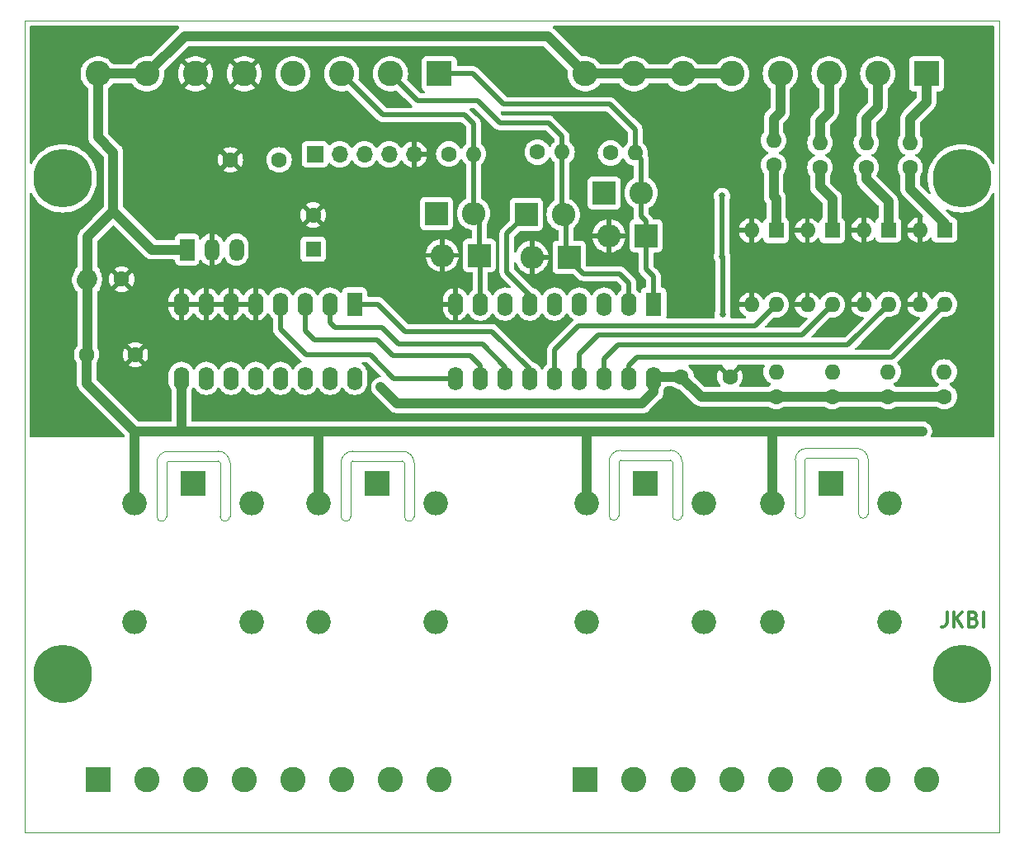
<source format=gbr>
%TF.GenerationSoftware,KiCad,Pcbnew,8.0.0*%
%TF.CreationDate,2024-08-19T18:56:58+02:00*%
%TF.ProjectId,esp32_blinds_controller,65737033-325f-4626-9c69-6e64735f636f,V0.1*%
%TF.SameCoordinates,Original*%
%TF.FileFunction,Copper,L1,Top*%
%TF.FilePolarity,Positive*%
%FSLAX46Y46*%
G04 Gerber Fmt 4.6, Leading zero omitted, Abs format (unit mm)*
G04 Created by KiCad (PCBNEW 8.0.0) date 2024-08-19 18:56:58*
%MOMM*%
%LPD*%
G01*
G04 APERTURE LIST*
%ADD10C,0.300000*%
%TA.AperFunction,NonConductor*%
%ADD11C,0.300000*%
%TD*%
%TA.AperFunction,ComponentPad*%
%ADD12R,1.600000X1.600000*%
%TD*%
%TA.AperFunction,ComponentPad*%
%ADD13C,1.600000*%
%TD*%
%TA.AperFunction,ComponentPad*%
%ADD14R,1.700000X1.700000*%
%TD*%
%TA.AperFunction,ComponentPad*%
%ADD15O,1.700000X1.700000*%
%TD*%
%TA.AperFunction,ComponentPad*%
%ADD16O,1.600000X1.600000*%
%TD*%
%TA.AperFunction,ComponentPad*%
%ADD17R,2.500000X2.500000*%
%TD*%
%TA.AperFunction,ComponentPad*%
%ADD18O,2.500000X2.500000*%
%TD*%
%TA.AperFunction,ComponentPad*%
%ADD19R,2.400000X2.400000*%
%TD*%
%TA.AperFunction,ComponentPad*%
%ADD20O,2.400000X2.400000*%
%TD*%
%TA.AperFunction,ComponentPad*%
%ADD21R,1.600000X2.400000*%
%TD*%
%TA.AperFunction,ComponentPad*%
%ADD22O,1.600000X2.400000*%
%TD*%
%TA.AperFunction,ComponentPad*%
%ADD23R,2.600000X2.600000*%
%TD*%
%TA.AperFunction,ComponentPad*%
%ADD24C,2.600000*%
%TD*%
%TA.AperFunction,ComponentPad*%
%ADD25C,6.000000*%
%TD*%
%TA.AperFunction,ComponentPad*%
%ADD26R,1.500000X2.300000*%
%TD*%
%TA.AperFunction,ComponentPad*%
%ADD27O,1.500000X2.300000*%
%TD*%
%TA.AperFunction,ViaPad*%
%ADD28C,0.650000*%
%TD*%
%TA.AperFunction,ViaPad*%
%ADD29C,0.600000*%
%TD*%
%TA.AperFunction,Conductor*%
%ADD30C,0.500000*%
%TD*%
%TA.AperFunction,Conductor*%
%ADD31C,1.000000*%
%TD*%
%TA.AperFunction,Conductor*%
%ADD32C,2.000000*%
%TD*%
%TA.AperFunction,Profile*%
%ADD33C,0.050000*%
%TD*%
%TA.AperFunction,Profile*%
%ADD34C,0.120000*%
%TD*%
G04 APERTURE END LIST*
D10*
D11*
X195783082Y-116400828D02*
X195783082Y-117472257D01*
X195783082Y-117472257D02*
X195711653Y-117686542D01*
X195711653Y-117686542D02*
X195568796Y-117829400D01*
X195568796Y-117829400D02*
X195354510Y-117900828D01*
X195354510Y-117900828D02*
X195211653Y-117900828D01*
X196497367Y-117900828D02*
X196497367Y-116400828D01*
X197354510Y-117900828D02*
X196711653Y-117043685D01*
X197354510Y-116400828D02*
X196497367Y-117257971D01*
X198497367Y-117115114D02*
X198711653Y-117186542D01*
X198711653Y-117186542D02*
X198783082Y-117257971D01*
X198783082Y-117257971D02*
X198854510Y-117400828D01*
X198854510Y-117400828D02*
X198854510Y-117615114D01*
X198854510Y-117615114D02*
X198783082Y-117757971D01*
X198783082Y-117757971D02*
X198711653Y-117829400D01*
X198711653Y-117829400D02*
X198568796Y-117900828D01*
X198568796Y-117900828D02*
X197997367Y-117900828D01*
X197997367Y-117900828D02*
X197997367Y-116400828D01*
X197997367Y-116400828D02*
X198497367Y-116400828D01*
X198497367Y-116400828D02*
X198640225Y-116472257D01*
X198640225Y-116472257D02*
X198711653Y-116543685D01*
X198711653Y-116543685D02*
X198783082Y-116686542D01*
X198783082Y-116686542D02*
X198783082Y-116829400D01*
X198783082Y-116829400D02*
X198711653Y-116972257D01*
X198711653Y-116972257D02*
X198640225Y-117043685D01*
X198640225Y-117043685D02*
X198497367Y-117115114D01*
X198497367Y-117115114D02*
X197997367Y-117115114D01*
X199497367Y-117900828D02*
X199497367Y-116400828D01*
D12*
%TO.P,C4,1*%
%TO.N,+3V3*%
X130750000Y-79152651D03*
D13*
%TO.P,C4,2*%
%TO.N,GND*%
X130750000Y-75652651D03*
%TD*%
D14*
%TO.P,J1,1,Pin_1*%
%TO.N,+3V3*%
X130925000Y-69415000D03*
D15*
%TO.P,J1,2,Pin_2*%
%TO.N,/INT*%
X133465000Y-69415000D03*
%TO.P,J1,3,Pin_3*%
%TO.N,/SDA*%
X136005000Y-69415000D03*
%TO.P,J1,4,Pin_4*%
%TO.N,/SCL*%
X138545000Y-69415000D03*
%TO.P,J1,5,Pin_5*%
%TO.N,GND*%
X141085000Y-69415000D03*
%TD*%
D12*
%TO.P,U7,1*%
%TO.N,Net-(R11-Pad1)*%
X195525000Y-77200000D03*
D16*
%TO.P,U7,2*%
%TO.N,GND*%
X192985000Y-77200000D03*
%TO.P,U7,3*%
X192985000Y-84820000D03*
%TO.P,U7,4*%
%TO.N,/IN4_L*%
X195525000Y-84820000D03*
%TD*%
D13*
%TO.P,R6,1*%
%TO.N,+3V3*%
X184000000Y-94300000D03*
D16*
%TO.P,R6,2*%
%TO.N,/IN2_L*%
X184000000Y-91760000D03*
%TD*%
D17*
%TO.P,K2,1*%
%TO.N,Net-(K1-Pad4)*%
X137300000Y-103250000D03*
D18*
%TO.P,K2,2*%
%TO.N,VBUS*%
X131300000Y-105250000D03*
%TO.P,K2,3*%
%TO.N,/L1-UP*%
X131300000Y-117450000D03*
%TO.P,K2,4*%
%TO.N,/L1-SW*%
X143300000Y-117450000D03*
%TO.P,K2,5*%
%TO.N,/nUP1*%
X143300000Y-105250000D03*
%TD*%
D13*
%TO.P,R2,1*%
%TO.N,+3V3*%
X153755000Y-69200000D03*
D16*
%TO.P,R2,2*%
%TO.N,/SDA*%
X156295000Y-69200000D03*
%TD*%
D19*
%TO.P,D9,1,K*%
%TO.N,+3V3*%
X143395000Y-75500000D03*
D20*
%TO.P,D9,2,A*%
%TO.N,/INT*%
X147205000Y-75500000D03*
%TD*%
D21*
%TO.P,U2,1,I1*%
%TO.N,/DN1*%
X135000000Y-84800000D03*
D22*
%TO.P,U2,2,I2*%
%TO.N,/UP1*%
X132460000Y-84800000D03*
%TO.P,U2,3,I3*%
%TO.N,/DN2*%
X129920000Y-84800000D03*
%TO.P,U2,4,I4*%
%TO.N,/UP2*%
X127380000Y-84800000D03*
%TO.P,U2,5,I5*%
%TO.N,GND*%
X124840000Y-84800000D03*
%TO.P,U2,6,I6*%
X122300000Y-84800000D03*
%TO.P,U2,7,I7*%
X119760000Y-84800000D03*
%TO.P,U2,8,GND*%
X117220000Y-84800000D03*
%TO.P,U2,9,COM*%
%TO.N,VBUS*%
X117220000Y-92420000D03*
%TO.P,U2,10,O7*%
%TO.N,/nDOWN1*%
X119760000Y-92420000D03*
%TO.P,U2,11,O6*%
%TO.N,/nUP1*%
X122300000Y-92420000D03*
%TO.P,U2,12,O5*%
%TO.N,/nDOWN2*%
X124840000Y-92420000D03*
%TO.P,U2,13,O4*%
%TO.N,/nUP2*%
X127380000Y-92420000D03*
%TO.P,U2,14,O3*%
%TO.N,unconnected-(U2-O3-Pad14)*%
X129920000Y-92420000D03*
%TO.P,U2,15,O2*%
%TO.N,unconnected-(U2-O2-Pad15)*%
X132460000Y-92420000D03*
%TO.P,U2,16,O1*%
%TO.N,unconnected-(U2-O1-Pad16)*%
X135000000Y-92420000D03*
%TD*%
D13*
%TO.P,R9,1*%
%TO.N,Net-(R9-Pad1)*%
X187500000Y-70795000D03*
D16*
%TO.P,R9,2*%
%TO.N,/IN3_H*%
X187500000Y-68255000D03*
%TD*%
D17*
%TO.P,K4,1*%
%TO.N,Net-(K3-Pad4)*%
X183850000Y-103250000D03*
D18*
%TO.P,K4,2*%
%TO.N,VBUS*%
X177850000Y-105250000D03*
%TO.P,K4,3*%
%TO.N,/L2-UP*%
X177850000Y-117450000D03*
%TO.P,K4,4*%
%TO.N,/L2-SW*%
X189850000Y-117450000D03*
%TO.P,K4,5*%
%TO.N,/nUP2*%
X189850000Y-105250000D03*
%TD*%
D13*
%TO.P,R8,1*%
%TO.N,Net-(R8-Pad1)*%
X182750000Y-70795000D03*
D16*
%TO.P,R8,2*%
%TO.N,/IN2_H*%
X182750000Y-68255000D03*
%TD*%
D12*
%TO.P,U6,1*%
%TO.N,Net-(R9-Pad1)*%
X189775000Y-77200000D03*
D16*
%TO.P,U6,2*%
%TO.N,GND*%
X187235000Y-77200000D03*
%TO.P,U6,3*%
X187235000Y-84820000D03*
%TO.P,U6,4*%
%TO.N,/IN3_L*%
X189775000Y-84820000D03*
%TD*%
D13*
%TO.P,R1,1*%
%TO.N,+3V3*%
X161255000Y-69300000D03*
D16*
%TO.P,R1,2*%
%TO.N,/SCL*%
X163795000Y-69300000D03*
%TD*%
D13*
%TO.P,R4,1*%
%TO.N,+3V3*%
X178250000Y-94295000D03*
D16*
%TO.P,R4,2*%
%TO.N,/IN1_L*%
X178250000Y-91755000D03*
%TD*%
D19*
%TO.P,D5,1,K*%
%TO.N,+3V3*%
X152595000Y-75600000D03*
D20*
%TO.P,D5,2,A*%
%TO.N,/SDA*%
X156405000Y-75600000D03*
%TD*%
D13*
%TO.P,R10,1*%
%TO.N,Net-(R10-Pad1)*%
X178000000Y-70545000D03*
D16*
%TO.P,R10,2*%
%TO.N,/IN1_H*%
X178000000Y-68005000D03*
%TD*%
D17*
%TO.P,K1,1*%
%TO.N,/L1*%
X118400000Y-103250000D03*
D18*
%TO.P,K1,2*%
%TO.N,VBUS*%
X112400000Y-105250000D03*
%TO.P,K1,3*%
%TO.N,/L1-DOWN*%
X112400000Y-117450000D03*
%TO.P,K1,4*%
%TO.N,Net-(K1-Pad4)*%
X124400000Y-117450000D03*
%TO.P,K1,5*%
%TO.N,/nDOWN1*%
X124400000Y-105250000D03*
%TD*%
D19*
%TO.P,D7,1,K*%
%TO.N,+3V3*%
X160595000Y-73400000D03*
D20*
%TO.P,D7,2,A*%
%TO.N,/SCL*%
X164405000Y-73400000D03*
%TD*%
D19*
%TO.P,D8,1,K*%
%TO.N,/SCL*%
X164905000Y-77800000D03*
D20*
%TO.P,D8,2,A*%
%TO.N,GND*%
X161095000Y-77800000D03*
%TD*%
D12*
%TO.P,U5,1*%
%TO.N,Net-(R8-Pad1)*%
X184000000Y-77250000D03*
D16*
%TO.P,U5,2*%
%TO.N,GND*%
X181460000Y-77250000D03*
%TO.P,U5,3*%
X181460000Y-84870000D03*
%TO.P,U5,4*%
%TO.N,/IN2_L*%
X184000000Y-84870000D03*
%TD*%
D19*
%TO.P,D10,1,K*%
%TO.N,/INT*%
X147805000Y-79800000D03*
D20*
%TO.P,D10,2,A*%
%TO.N,GND*%
X143995000Y-79800000D03*
%TD*%
D21*
%TO.P,U1,1,SCL*%
%TO.N,/SCL*%
X165680000Y-84800000D03*
D22*
%TO.P,U1,2,SDA*%
%TO.N,/SDA*%
X163140000Y-84800000D03*
%TO.P,U1,3,A2*%
%TO.N,/A2*%
X160600000Y-84800000D03*
%TO.P,U1,4,A1*%
%TO.N,/A1*%
X158060000Y-84800000D03*
%TO.P,U1,5,A0*%
%TO.N,/A0*%
X155520000Y-84800000D03*
%TO.P,U1,6,~{RESET}*%
%TO.N,+3V3*%
X152980000Y-84800000D03*
%TO.P,U1,7,NC*%
%TO.N,unconnected-(U1-NC-Pad7)*%
X150440000Y-84800000D03*
%TO.P,U1,8,INT*%
%TO.N,/INT*%
X147900000Y-84800000D03*
%TO.P,U1,9,VSS*%
%TO.N,GND*%
X145360000Y-84800000D03*
%TO.P,U1,10,GP0*%
%TO.N,/UP2*%
X145360000Y-92420000D03*
%TO.P,U1,11,GP1*%
%TO.N,/DN2*%
X147900000Y-92420000D03*
%TO.P,U1,12,GP2*%
%TO.N,/UP1*%
X150440000Y-92420000D03*
%TO.P,U1,13,GP3*%
%TO.N,/DN1*%
X152980000Y-92420000D03*
%TO.P,U1,14,GP4*%
%TO.N,/IN1_L*%
X155520000Y-92420000D03*
%TO.P,U1,15,GP5*%
%TO.N,/IN2_L*%
X158060000Y-92420000D03*
%TO.P,U1,16,GP6*%
%TO.N,/IN3_L*%
X160600000Y-92420000D03*
%TO.P,U1,17,GP7*%
%TO.N,/IN4_L*%
X163140000Y-92420000D03*
%TO.P,U1,18,VDD*%
%TO.N,+3V3*%
X165680000Y-92420000D03*
%TD*%
D13*
%TO.P,R3,1*%
%TO.N,+3V3*%
X144660000Y-69400000D03*
D16*
%TO.P,R3,2*%
%TO.N,/INT*%
X147200000Y-69400000D03*
%TD*%
D23*
%TO.P,MOD1,A1,A1*%
%TO.N,/L1-DOWN*%
X108675000Y-133580000D03*
D24*
%TO.P,MOD1,A2,A2*%
X113675000Y-133580000D03*
%TO.P,MOD1,A3,A3*%
%TO.N,/L1*%
X118675000Y-133580000D03*
%TO.P,MOD1,A4,A4*%
X123675000Y-133580000D03*
%TO.P,MOD1,A5,A5*%
%TO.N,/L1-UP*%
X128675000Y-133580000D03*
%TO.P,MOD1,A6,A6*%
X133675000Y-133580000D03*
%TO.P,MOD1,A7,A7*%
%TO.N,/L1-SW*%
X138675000Y-133580000D03*
%TO.P,MOD1,A8,A8*%
X143675000Y-133580000D03*
D23*
%TO.P,MOD1,B1,B1*%
%TO.N,/L2-DOWN*%
X158675000Y-133580000D03*
D24*
%TO.P,MOD1,B2,B2*%
X163675000Y-133580000D03*
%TO.P,MOD1,B3,B3*%
%TO.N,/L2*%
X168675000Y-133580000D03*
%TO.P,MOD1,B4,B4*%
X173675000Y-133580000D03*
%TO.P,MOD1,B5,B5*%
%TO.N,/L2-UP*%
X178675000Y-133580000D03*
%TO.P,MOD1,B6,B6*%
X183675000Y-133580000D03*
%TO.P,MOD1,B7,B7*%
%TO.N,/L2-SW*%
X188675000Y-133580000D03*
%TO.P,MOD1,B8,B8*%
X193675000Y-133580000D03*
D23*
%TO.P,MOD1,C1,C1*%
%TO.N,/IN4_H*%
X193675000Y-61160000D03*
D24*
%TO.P,MOD1,C2,C2*%
%TO.N,/IN3_H*%
X188675000Y-61160000D03*
%TO.P,MOD1,C3,C3*%
%TO.N,/IN2_H*%
X183675000Y-61160000D03*
%TO.P,MOD1,C4,C4*%
%TO.N,/IN1_H*%
X178675000Y-61160000D03*
%TO.P,MOD1,C5,C5*%
%TO.N,VBUS*%
X173675000Y-61160000D03*
%TO.P,MOD1,C6,C6*%
X168675000Y-61160000D03*
%TO.P,MOD1,C7,C7*%
X163675000Y-61160000D03*
%TO.P,MOD1,C8,C8*%
X158675000Y-61160000D03*
D23*
%TO.P,MOD1,D1,D1*%
%TO.N,/SCL*%
X143675000Y-61160000D03*
D24*
%TO.P,MOD1,D2,D2*%
%TO.N,/SDA*%
X138675000Y-61160000D03*
%TO.P,MOD1,D3,D3*%
%TO.N,/INT*%
X133675000Y-61160000D03*
%TO.P,MOD1,D4,D4*%
%TO.N,+3V3*%
X128675000Y-61160000D03*
%TO.P,MOD1,D5,D5*%
%TO.N,GND*%
X123675000Y-61160000D03*
%TO.P,MOD1,D6,D6*%
X118675000Y-61160000D03*
%TO.P,MOD1,D7,D7*%
%TO.N,VBUS*%
X113675000Y-61160000D03*
%TO.P,MOD1,D8,D8*%
X108675000Y-61160000D03*
D25*
%TO.P,MOD1,MH1*%
%TO.N,N/C*%
X105050000Y-71900000D03*
%TO.P,MOD1,MH2*%
X197300000Y-71900000D03*
%TO.P,MOD1,MH3*%
X105050000Y-122800000D03*
%TO.P,MOD1,MH4*%
X197300000Y-122800000D03*
%TD*%
D12*
%TO.P,U4,1*%
%TO.N,Net-(R10-Pad1)*%
X178250000Y-77250000D03*
D16*
%TO.P,U4,2*%
%TO.N,GND*%
X175710000Y-77250000D03*
%TO.P,U4,3*%
X175710000Y-84870000D03*
%TO.P,U4,4*%
%TO.N,/IN1_L*%
X178250000Y-84870000D03*
%TD*%
D13*
%TO.P,R7,1*%
%TO.N,+3V3*%
X195500000Y-94300000D03*
D16*
%TO.P,R7,2*%
%TO.N,/IN4_L*%
X195500000Y-91760000D03*
%TD*%
D13*
%TO.P,C2,1*%
%TO.N,VBUS*%
X107500000Y-90000000D03*
%TO.P,C2,2*%
%TO.N,GND*%
X112500000Y-90000000D03*
%TD*%
D12*
%TO.P,C5,1*%
%TO.N,VBUS*%
X107597349Y-82250000D03*
D13*
%TO.P,C5,2*%
%TO.N,GND*%
X111097349Y-82250000D03*
%TD*%
D26*
%TO.P,U3,1,IN*%
%TO.N,VBUS*%
X117803000Y-79207500D03*
D27*
%TO.P,U3,2,GND*%
%TO.N,GND*%
X120343000Y-79207500D03*
%TO.P,U3,3,OUT*%
%TO.N,+3V3*%
X122883000Y-79207500D03*
%TD*%
D17*
%TO.P,K3,1*%
%TO.N,/L2*%
X164800000Y-103250000D03*
D18*
%TO.P,K3,2*%
%TO.N,VBUS*%
X158800000Y-105250000D03*
%TO.P,K3,3*%
%TO.N,/L2-DOWN*%
X158800000Y-117450000D03*
%TO.P,K3,4*%
%TO.N,Net-(K3-Pad4)*%
X170800000Y-117450000D03*
%TO.P,K3,5*%
%TO.N,/nDOWN2*%
X170800000Y-105250000D03*
%TD*%
D13*
%TO.P,R11,1*%
%TO.N,Net-(R11-Pad1)*%
X192000000Y-70795000D03*
D16*
%TO.P,R11,2*%
%TO.N,/IN4_H*%
X192000000Y-68255000D03*
%TD*%
D19*
%TO.P,D6,1,K*%
%TO.N,/SDA*%
X157005000Y-80000000D03*
D20*
%TO.P,D6,2,A*%
%TO.N,GND*%
X153195000Y-80000000D03*
%TD*%
D13*
%TO.P,R5,1*%
%TO.N,+3V3*%
X189750000Y-94300000D03*
D16*
%TO.P,R5,2*%
%TO.N,/IN3_L*%
X189750000Y-91760000D03*
%TD*%
D13*
%TO.P,C1,1*%
%TO.N,+3V3*%
X127250000Y-70000000D03*
%TO.P,C1,2*%
%TO.N,GND*%
X122250000Y-70000000D03*
%TD*%
%TO.P,C3,1*%
%TO.N,+3V3*%
X168500000Y-92250000D03*
%TO.P,C3,2*%
%TO.N,GND*%
X173500000Y-92250000D03*
%TD*%
D28*
%TO.N,GND*%
X152700000Y-88100000D03*
X183100000Y-81400000D03*
X167200000Y-65200000D03*
X136500000Y-74300000D03*
X140900000Y-83200000D03*
X115600000Y-68600000D03*
X199800000Y-97500000D03*
X198900000Y-68000000D03*
X110600000Y-98000000D03*
X199600000Y-57300000D03*
X153700000Y-60200000D03*
X157300000Y-57400000D03*
X115000000Y-82600000D03*
X193100000Y-80700000D03*
X114900000Y-57800000D03*
X189000000Y-81500000D03*
X102000000Y-56800000D03*
X177800000Y-80600000D03*
X102000000Y-77000000D03*
X113600000Y-93200000D03*
X120500000Y-74500000D03*
X102200000Y-97600000D03*
D29*
%TO.N,VBUS*%
X193250000Y-97850000D03*
D28*
%TO.N,+3V3*%
X137670000Y-93330000D03*
X172700000Y-79900000D03*
X172750000Y-85850000D03*
X172700000Y-73700000D03*
%TD*%
D30*
%TO.N,GND*%
X117220000Y-84800000D02*
X124840000Y-84800000D01*
D31*
%TO.N,VBUS*%
X159000000Y-97850000D02*
X177750000Y-97850000D01*
D32*
X107500000Y-82347349D02*
X107597349Y-82250000D01*
D31*
X113675000Y-61160000D02*
X117535000Y-57300000D01*
X108675000Y-61160000D02*
X108675000Y-67675000D01*
X117535000Y-57300000D02*
X154815000Y-57300000D01*
X117220000Y-92420000D02*
X117220000Y-97820000D01*
X107597349Y-89902651D02*
X107500000Y-90000000D01*
X158675000Y-61160000D02*
X173675000Y-61160000D01*
X114207500Y-79207500D02*
X110250000Y-75250000D01*
X177850000Y-97950000D02*
X177750000Y-97850000D01*
X112400000Y-99150000D02*
X112400000Y-97850000D01*
X107500000Y-90000000D02*
X107500000Y-92950000D01*
X177750000Y-97850000D02*
X193250000Y-97850000D01*
X110250000Y-69250000D02*
X110250000Y-75250000D01*
X154815000Y-57300000D02*
X158675000Y-61160000D01*
X158800000Y-105250000D02*
X158800000Y-98050000D01*
X107597349Y-82250000D02*
X107597349Y-89902651D01*
X177850000Y-105250000D02*
X177850000Y-97950000D01*
X117250000Y-97850000D02*
X131300000Y-97850000D01*
X117803000Y-79207500D02*
X114207500Y-79207500D01*
X108675000Y-61160000D02*
X113675000Y-61160000D01*
X110250000Y-75250000D02*
X107597349Y-77902651D01*
X112400000Y-99150000D02*
X112400000Y-105250000D01*
X131300000Y-98900000D02*
X131300000Y-105250000D01*
X107597349Y-77902651D02*
X107597349Y-82250000D01*
X131300000Y-98900000D02*
X131300000Y-97850000D01*
X158800000Y-98050000D02*
X159000000Y-97850000D01*
X112400000Y-97850000D02*
X117250000Y-97850000D01*
X131300000Y-97850000D02*
X159000000Y-97850000D01*
X108675000Y-67675000D02*
X110250000Y-69250000D01*
X107500000Y-92950000D02*
X112400000Y-97850000D01*
X117220000Y-97820000D02*
X117250000Y-97850000D01*
D30*
%TO.N,/DN1*%
X152980000Y-91480000D02*
X149100000Y-87600000D01*
X152980000Y-92420000D02*
X152980000Y-91480000D01*
X149100000Y-87600000D02*
X140200000Y-87600000D01*
X137400000Y-84800000D02*
X135000000Y-84800000D01*
X140200000Y-87600000D02*
X137400000Y-84800000D01*
%TO.N,/UP1*%
X148100000Y-88900000D02*
X139500000Y-88900000D01*
X139500000Y-88900000D02*
X137800000Y-87200000D01*
X150440000Y-91240000D02*
X148100000Y-88900000D01*
X137800000Y-87200000D02*
X133000000Y-87200000D01*
X132460000Y-86660000D02*
X132460000Y-84800000D01*
X150440000Y-92420000D02*
X150440000Y-91240000D01*
X133000000Y-87200000D02*
X132460000Y-86660000D01*
%TO.N,/DN2*%
X138900000Y-90100000D02*
X137300000Y-88500000D01*
X146900000Y-90100000D02*
X138900000Y-90100000D01*
X147900000Y-91100000D02*
X146900000Y-90100000D01*
X129920000Y-87520000D02*
X129920000Y-84800000D01*
X147900000Y-92420000D02*
X147900000Y-91100000D01*
X130900000Y-88500000D02*
X129920000Y-87520000D01*
X137300000Y-88500000D02*
X130900000Y-88500000D01*
%TO.N,/UP2*%
X139020000Y-92420000D02*
X136600000Y-90000000D01*
X127380000Y-87380000D02*
X127380000Y-84800000D01*
X136600000Y-90000000D02*
X130000000Y-90000000D01*
X130000000Y-90000000D02*
X127380000Y-87380000D01*
X145360000Y-92420000D02*
X139020000Y-92420000D01*
%TO.N,/SCL*%
X164405000Y-69910000D02*
X163795000Y-69300000D01*
X164905000Y-76300000D02*
X164405000Y-75800000D01*
X164905000Y-81205000D02*
X164905000Y-76300000D01*
X163795000Y-66895000D02*
X161200000Y-64300000D01*
X150300000Y-64300000D02*
X147160000Y-61160000D01*
X164405000Y-75800000D02*
X164405000Y-73400000D01*
X165680000Y-84800000D02*
X165680000Y-81980000D01*
X164405000Y-73400000D02*
X164405000Y-69910000D01*
X165680000Y-81980000D02*
X164905000Y-81205000D01*
X147160000Y-61160000D02*
X143675000Y-61160000D01*
X161200000Y-64300000D02*
X150300000Y-64300000D01*
X163795000Y-69300000D02*
X163795000Y-66895000D01*
%TO.N,/SDA*%
X156295000Y-69200000D02*
X156295000Y-75490000D01*
X156710000Y-79905000D02*
X156710000Y-75750000D01*
X147600000Y-63900000D02*
X149900000Y-66200000D01*
X163140000Y-84800000D02*
X163140000Y-82640000D01*
X138675000Y-61160000D02*
X141415000Y-63900000D01*
X154900000Y-66200000D02*
X156295000Y-67595000D01*
X156295000Y-75490000D02*
X156405000Y-75600000D01*
X149900000Y-66200000D02*
X154900000Y-66200000D01*
X141415000Y-63900000D02*
X147600000Y-63900000D01*
X162200000Y-81700000D02*
X158505000Y-81700000D01*
X158505000Y-81700000D02*
X156710000Y-79905000D01*
X163140000Y-82640000D02*
X162200000Y-81700000D01*
X156295000Y-67595000D02*
X156295000Y-69200000D01*
D31*
%TO.N,+3V3*%
X139340000Y-95000000D02*
X164500000Y-95000000D01*
X170550000Y-94300000D02*
X168500000Y-92250000D01*
X137670000Y-93330000D02*
X139340000Y-95000000D01*
D30*
X172750000Y-79950000D02*
X172700000Y-79900000D01*
X152980000Y-84800000D02*
X152980000Y-83880000D01*
X150600000Y-77595000D02*
X152595000Y-75600000D01*
D31*
X195500000Y-94300000D02*
X170550000Y-94300000D01*
X165680000Y-93820000D02*
X165680000Y-92420000D01*
X165850000Y-92250000D02*
X165680000Y-92420000D01*
D30*
X150600000Y-81500000D02*
X150600000Y-77595000D01*
X172700000Y-79900000D02*
X172700000Y-79600000D01*
X152980000Y-83880000D02*
X150600000Y-81500000D01*
X172700000Y-79600000D02*
X172700000Y-73700000D01*
D31*
X168500000Y-92250000D02*
X165850000Y-92250000D01*
X164500000Y-95000000D02*
X165680000Y-93820000D01*
D30*
X172750000Y-85850000D02*
X172750000Y-79950000D01*
%TO.N,/INT*%
X146300000Y-65400000D02*
X147200000Y-66300000D01*
X147805000Y-79800000D02*
X147805000Y-76100000D01*
X147900000Y-79895000D02*
X147805000Y-79800000D01*
X147805000Y-76100000D02*
X147205000Y-75500000D01*
X133675000Y-61160000D02*
X137915000Y-65400000D01*
X147200000Y-69400000D02*
X147200000Y-75495000D01*
X147200000Y-66300000D02*
X147200000Y-69400000D01*
X147900000Y-84800000D02*
X147900000Y-79895000D01*
X137915000Y-65400000D02*
X146300000Y-65400000D01*
X147200000Y-75495000D02*
X147205000Y-75500000D01*
%TO.N,/IN1_L*%
X158000000Y-87000000D02*
X155520000Y-89480000D01*
X176120000Y-87000000D02*
X158000000Y-87000000D01*
X155520000Y-89480000D02*
X155520000Y-92420000D01*
X178250000Y-84870000D02*
X176120000Y-87000000D01*
%TO.N,/IN2_L*%
X158060000Y-89940000D02*
X160000000Y-88000000D01*
X160000000Y-88000000D02*
X180870000Y-88000000D01*
X158060000Y-92420000D02*
X158060000Y-89940000D01*
X180870000Y-88000000D02*
X184000000Y-84870000D01*
%TO.N,/IN3_L*%
X162000000Y-89000000D02*
X185595000Y-89000000D01*
X160600000Y-92420000D02*
X160600000Y-90400000D01*
X160600000Y-90400000D02*
X162000000Y-89000000D01*
X185595000Y-89000000D02*
X189775000Y-84820000D01*
%TO.N,/IN4_L*%
X164000000Y-90250000D02*
X190095000Y-90250000D01*
X190095000Y-90250000D02*
X195525000Y-84820000D01*
X163140000Y-91110000D02*
X164000000Y-90250000D01*
X163140000Y-92420000D02*
X163140000Y-91110000D01*
D31*
%TO.N,/IN1_H*%
X178675000Y-65075000D02*
X178000000Y-65750000D01*
X178000000Y-65750000D02*
X178000000Y-68005000D01*
X178675000Y-61160000D02*
X178675000Y-65075000D01*
%TO.N,Net-(R8-Pad1)*%
X184000000Y-74000000D02*
X184000000Y-77250000D01*
X182750000Y-72750000D02*
X184000000Y-74000000D01*
X182750000Y-70795000D02*
X182750000Y-72750000D01*
%TO.N,Net-(R9-Pad1)*%
X187500000Y-72000000D02*
X189775000Y-74275000D01*
X189775000Y-74275000D02*
X189775000Y-77200000D01*
X187500000Y-70795000D02*
X187500000Y-72000000D01*
%TO.N,/IN2_H*%
X182750000Y-66000000D02*
X182750000Y-68255000D01*
X183675000Y-65075000D02*
X182750000Y-66000000D01*
X183675000Y-61160000D02*
X183675000Y-65075000D01*
%TO.N,Net-(R10-Pad1)*%
X178250000Y-74000000D02*
X178250000Y-77250000D01*
X178000000Y-73750000D02*
X178250000Y-74000000D01*
X178000000Y-70545000D02*
X178000000Y-73750000D01*
%TO.N,/IN4_H*%
X193675000Y-61160000D02*
X193675000Y-64075000D01*
X192000000Y-65750000D02*
X192000000Y-68255000D01*
X193675000Y-64075000D02*
X192000000Y-65750000D01*
%TO.N,Net-(R11-Pad1)*%
X195525000Y-76525000D02*
X192000000Y-73000000D01*
X192000000Y-73000000D02*
X192000000Y-70795000D01*
X195525000Y-77200000D02*
X195525000Y-76525000D01*
%TO.N,/IN3_H*%
X187500000Y-65750000D02*
X187500000Y-68255000D01*
X188675000Y-64575000D02*
X187500000Y-65750000D01*
X188675000Y-61160000D02*
X188675000Y-64575000D01*
%TD*%
%TA.AperFunction,Conductor*%
%TO.N,GND*%
G36*
X116970584Y-56265185D02*
G01*
X117016339Y-56317989D01*
X117026283Y-56387147D01*
X116997258Y-56450703D01*
X116972435Y-56472602D01*
X116897222Y-56522857D01*
X116897214Y-56522863D01*
X114072011Y-59348066D01*
X114010688Y-59381551D01*
X113965849Y-59383000D01*
X113809936Y-59359500D01*
X113809929Y-59359500D01*
X113540071Y-59359500D01*
X113540063Y-59359500D01*
X113273232Y-59399718D01*
X113273226Y-59399720D01*
X113015358Y-59479262D01*
X112772230Y-59596346D01*
X112549258Y-59748365D01*
X112351442Y-59931910D01*
X112207177Y-60112813D01*
X112149988Y-60152953D01*
X112110230Y-60159500D01*
X110239770Y-60159500D01*
X110172731Y-60139815D01*
X110142823Y-60112813D01*
X109998557Y-59931910D01*
X109800741Y-59748365D01*
X109761038Y-59721296D01*
X109577775Y-59596349D01*
X109577769Y-59596346D01*
X109577768Y-59596345D01*
X109577767Y-59596344D01*
X109334643Y-59479263D01*
X109334645Y-59479263D01*
X109076773Y-59399720D01*
X109076767Y-59399718D01*
X108809936Y-59359500D01*
X108809929Y-59359500D01*
X108540071Y-59359500D01*
X108540063Y-59359500D01*
X108273232Y-59399718D01*
X108273226Y-59399720D01*
X108015358Y-59479262D01*
X107772230Y-59596346D01*
X107549258Y-59748365D01*
X107351442Y-59931910D01*
X107183185Y-60142898D01*
X107048258Y-60376599D01*
X107048256Y-60376603D01*
X106949666Y-60627804D01*
X106949664Y-60627811D01*
X106889616Y-60890898D01*
X106869451Y-61159995D01*
X106869451Y-61160004D01*
X106889616Y-61429101D01*
X106949664Y-61692188D01*
X106949666Y-61692195D01*
X107009337Y-61844234D01*
X107048257Y-61943398D01*
X107183185Y-62177102D01*
X107236655Y-62244151D01*
X107351442Y-62388089D01*
X107467567Y-62495836D01*
X107549259Y-62571635D01*
X107620351Y-62620104D01*
X107664653Y-62674133D01*
X107674500Y-62722558D01*
X107674500Y-67773544D01*
X107712947Y-67966829D01*
X107712950Y-67966840D01*
X107723509Y-67992328D01*
X107723510Y-67992334D01*
X107723511Y-67992334D01*
X107788364Y-68148907D01*
X107788371Y-68148920D01*
X107897859Y-68312780D01*
X107897860Y-68312781D01*
X107897861Y-68312782D01*
X108037218Y-68452139D01*
X108037219Y-68452139D01*
X108044286Y-68459206D01*
X108044285Y-68459206D01*
X108044289Y-68459209D01*
X109213181Y-69628101D01*
X109246666Y-69689424D01*
X109249500Y-69715782D01*
X109249500Y-74784217D01*
X109229815Y-74851256D01*
X109213181Y-74871898D01*
X108094477Y-75990602D01*
X106959570Y-77125509D01*
X106959567Y-77125512D01*
X106922569Y-77162510D01*
X106820208Y-77264870D01*
X106710720Y-77428730D01*
X106710713Y-77428743D01*
X106657589Y-77556999D01*
X106639778Y-77600000D01*
X106635298Y-77610815D01*
X106632169Y-77626547D01*
X106596849Y-77804107D01*
X106596849Y-80912819D01*
X106577164Y-80979858D01*
X106547161Y-81012085D01*
X106439801Y-81092455D01*
X106353555Y-81207664D01*
X106353551Y-81207671D01*
X106303257Y-81342517D01*
X106297395Y-81397049D01*
X106296850Y-81402123D01*
X106296849Y-81402135D01*
X106296849Y-81410250D01*
X106277164Y-81477289D01*
X106273167Y-81483136D01*
X106216657Y-81560914D01*
X106109433Y-81771352D01*
X106036446Y-81995980D01*
X105999500Y-82229251D01*
X105999500Y-82465443D01*
X105999499Y-82465444D01*
X106036446Y-82698717D01*
X106109433Y-82923345D01*
X106215505Y-83131522D01*
X106216657Y-83133783D01*
X106355483Y-83324859D01*
X106522490Y-83491866D01*
X106545732Y-83508752D01*
X106588399Y-83564081D01*
X106596849Y-83609071D01*
X106596849Y-89012602D01*
X106577164Y-89079641D01*
X106560530Y-89100283D01*
X106499954Y-89160858D01*
X106369432Y-89347265D01*
X106369431Y-89347267D01*
X106273261Y-89553502D01*
X106273258Y-89553511D01*
X106214366Y-89773302D01*
X106214364Y-89773313D01*
X106194532Y-89999998D01*
X106194532Y-90000001D01*
X106214364Y-90226686D01*
X106214366Y-90226697D01*
X106273258Y-90446488D01*
X106273261Y-90446497D01*
X106359570Y-90631585D01*
X106369432Y-90652734D01*
X106464201Y-90788080D01*
X106477075Y-90806465D01*
X106499402Y-90872671D01*
X106499500Y-90877588D01*
X106499500Y-93048541D01*
X106499500Y-93048543D01*
X106499499Y-93048543D01*
X106513607Y-93119461D01*
X106513607Y-93119463D01*
X106532023Y-93212049D01*
X106532024Y-93212049D01*
X106532024Y-93212051D01*
X106537949Y-93241835D01*
X106537950Y-93241837D01*
X106537950Y-93241839D01*
X106613364Y-93423907D01*
X106613371Y-93423920D01*
X106722859Y-93587780D01*
X106722860Y-93587781D01*
X106722861Y-93587782D01*
X106862218Y-93727139D01*
X106862219Y-93727139D01*
X106869286Y-93734206D01*
X106869285Y-93734206D01*
X106869289Y-93734209D01*
X111363181Y-98228101D01*
X111396666Y-98289424D01*
X111399500Y-98315782D01*
X111399500Y-98376000D01*
X111379815Y-98443039D01*
X111327011Y-98488794D01*
X111275500Y-98500000D01*
X101799500Y-98500000D01*
X101732461Y-98480315D01*
X101686706Y-98427511D01*
X101675500Y-98376000D01*
X101675500Y-73504183D01*
X101695185Y-73437144D01*
X101747989Y-73391389D01*
X101817147Y-73381445D01*
X101880703Y-73410470D01*
X101909984Y-73447887D01*
X101931249Y-73489621D01*
X102014320Y-73652656D01*
X102214147Y-73960364D01*
X102402141Y-74192517D01*
X102445051Y-74245506D01*
X102704494Y-74504949D01*
X102789302Y-74573625D01*
X102989635Y-74735852D01*
X103284251Y-74927177D01*
X103297348Y-74935682D01*
X103624264Y-75102255D01*
X103966801Y-75233742D01*
X104321206Y-75328705D01*
X104683596Y-75386102D01*
X105029734Y-75404241D01*
X105049999Y-75405304D01*
X105050000Y-75405304D01*
X105050001Y-75405304D01*
X105069203Y-75404297D01*
X105416404Y-75386102D01*
X105778794Y-75328705D01*
X106133199Y-75233742D01*
X106475736Y-75102255D01*
X106802652Y-74935682D01*
X107110366Y-74735851D01*
X107395506Y-74504949D01*
X107654949Y-74245506D01*
X107885851Y-73960366D01*
X108085682Y-73652652D01*
X108252255Y-73325736D01*
X108383742Y-72983199D01*
X108478705Y-72628794D01*
X108536102Y-72266404D01*
X108555304Y-71900000D01*
X108536102Y-71533596D01*
X108478705Y-71171206D01*
X108383742Y-70816801D01*
X108252255Y-70474264D01*
X108085682Y-70147348D01*
X108085679Y-70147343D01*
X107885852Y-69839635D01*
X107654952Y-69554498D01*
X107654949Y-69554494D01*
X107395506Y-69295051D01*
X107278128Y-69200000D01*
X107110364Y-69064147D01*
X106802656Y-68864320D01*
X106475739Y-68697746D01*
X106133206Y-68566260D01*
X106133199Y-68566258D01*
X105778794Y-68471295D01*
X105778790Y-68471294D01*
X105778789Y-68471294D01*
X105416405Y-68413898D01*
X105050001Y-68394696D01*
X105049999Y-68394696D01*
X104683594Y-68413898D01*
X104321211Y-68471294D01*
X104321209Y-68471294D01*
X103966793Y-68566260D01*
X103624260Y-68697746D01*
X103297343Y-68864320D01*
X102989635Y-69064147D01*
X102704498Y-69295047D01*
X102704490Y-69295054D01*
X102445054Y-69554490D01*
X102445047Y-69554498D01*
X102214147Y-69839635D01*
X102014320Y-70147343D01*
X101909985Y-70352111D01*
X101862010Y-70402907D01*
X101794189Y-70419702D01*
X101728054Y-70397164D01*
X101684603Y-70342449D01*
X101675500Y-70295816D01*
X101675500Y-56369500D01*
X101695185Y-56302461D01*
X101747989Y-56256706D01*
X101799500Y-56245500D01*
X116903545Y-56245500D01*
X116970584Y-56265185D01*
G37*
%TD.AperFunction*%
%TA.AperFunction,Conductor*%
G36*
X200617539Y-56265185D02*
G01*
X200663294Y-56317989D01*
X200674500Y-56369500D01*
X200674500Y-70295816D01*
X200654815Y-70362855D01*
X200602011Y-70408610D01*
X200532853Y-70418554D01*
X200469297Y-70389529D01*
X200440015Y-70352111D01*
X200382452Y-70239139D01*
X200335682Y-70147348D01*
X200335679Y-70147343D01*
X200135852Y-69839635D01*
X199904952Y-69554498D01*
X199904949Y-69554494D01*
X199645506Y-69295051D01*
X199528128Y-69200000D01*
X199360364Y-69064147D01*
X199052656Y-68864320D01*
X198725739Y-68697746D01*
X198383206Y-68566260D01*
X198383199Y-68566258D01*
X198028794Y-68471295D01*
X198028790Y-68471294D01*
X198028789Y-68471294D01*
X197666405Y-68413898D01*
X197300001Y-68394696D01*
X197299999Y-68394696D01*
X196933594Y-68413898D01*
X196571211Y-68471294D01*
X196571209Y-68471294D01*
X196216793Y-68566260D01*
X195874260Y-68697746D01*
X195547343Y-68864320D01*
X195239635Y-69064147D01*
X194954498Y-69295047D01*
X194954490Y-69295054D01*
X194695054Y-69554490D01*
X194695047Y-69554498D01*
X194464147Y-69839635D01*
X194264320Y-70147343D01*
X194097746Y-70474260D01*
X193966260Y-70816793D01*
X193871294Y-71171209D01*
X193871294Y-71171211D01*
X193813898Y-71533594D01*
X193794696Y-71899999D01*
X193794696Y-71900000D01*
X193813898Y-72266405D01*
X193820894Y-72310576D01*
X193871295Y-72628794D01*
X193946799Y-72910579D01*
X193966260Y-72983206D01*
X194054129Y-73212111D01*
X194093005Y-73313389D01*
X194097748Y-73325743D01*
X194113272Y-73356211D01*
X194126168Y-73424880D01*
X194099891Y-73489621D01*
X194042784Y-73529877D01*
X193972979Y-73532869D01*
X193915106Y-73500186D01*
X193036819Y-72621899D01*
X193003334Y-72560576D01*
X193000500Y-72534218D01*
X193000500Y-71672588D01*
X193020185Y-71605549D01*
X193022925Y-71601465D01*
X193070447Y-71533596D01*
X193130568Y-71447734D01*
X193226739Y-71241496D01*
X193285635Y-71021692D01*
X193305468Y-70795000D01*
X193303338Y-70770659D01*
X193296186Y-70688903D01*
X193285635Y-70568308D01*
X193228092Y-70353553D01*
X193226741Y-70348511D01*
X193226738Y-70348502D01*
X193216554Y-70326662D01*
X193130568Y-70142266D01*
X193000047Y-69955861D01*
X193000045Y-69955858D01*
X192839141Y-69794954D01*
X192652734Y-69664432D01*
X192652728Y-69664429D01*
X192622660Y-69650408D01*
X192594724Y-69637381D01*
X192542285Y-69591210D01*
X192523133Y-69524017D01*
X192543348Y-69457135D01*
X192594725Y-69412618D01*
X192652734Y-69385568D01*
X192839139Y-69255047D01*
X193000047Y-69094139D01*
X193130568Y-68907734D01*
X193226739Y-68701496D01*
X193285635Y-68481692D01*
X193305468Y-68255000D01*
X193304188Y-68240375D01*
X193295503Y-68141097D01*
X193285635Y-68028308D01*
X193226739Y-67808504D01*
X193130568Y-67602266D01*
X193022924Y-67448532D01*
X193000597Y-67382326D01*
X193000500Y-67377410D01*
X193000500Y-66215782D01*
X193020185Y-66148743D01*
X193036819Y-66128101D01*
X193735106Y-65429815D01*
X194452140Y-64712781D01*
X194490417Y-64655495D01*
X194561632Y-64548914D01*
X194607898Y-64437218D01*
X194637052Y-64366835D01*
X194675500Y-64173540D01*
X194675500Y-63976460D01*
X194675500Y-63084499D01*
X194695185Y-63017460D01*
X194747989Y-62971705D01*
X194799500Y-62960499D01*
X195022871Y-62960499D01*
X195022872Y-62960499D01*
X195082483Y-62954091D01*
X195217331Y-62903796D01*
X195332546Y-62817546D01*
X195418796Y-62702331D01*
X195469091Y-62567483D01*
X195475500Y-62507873D01*
X195475499Y-59812128D01*
X195469091Y-59752517D01*
X195467542Y-59748365D01*
X195418797Y-59617671D01*
X195418793Y-59617664D01*
X195332547Y-59502455D01*
X195332544Y-59502452D01*
X195217335Y-59416206D01*
X195217328Y-59416202D01*
X195082482Y-59365908D01*
X195082483Y-59365908D01*
X195022883Y-59359501D01*
X195022881Y-59359500D01*
X195022873Y-59359500D01*
X195022864Y-59359500D01*
X192327129Y-59359500D01*
X192327123Y-59359501D01*
X192267516Y-59365908D01*
X192132671Y-59416202D01*
X192132664Y-59416206D01*
X192017455Y-59502452D01*
X192017452Y-59502455D01*
X191931206Y-59617664D01*
X191931202Y-59617671D01*
X191880908Y-59752517D01*
X191874501Y-59812116D01*
X191874501Y-59812123D01*
X191874500Y-59812135D01*
X191874500Y-62507870D01*
X191874501Y-62507876D01*
X191880908Y-62567483D01*
X191931202Y-62702328D01*
X191931206Y-62702335D01*
X192017452Y-62817544D01*
X192017455Y-62817547D01*
X192132664Y-62903793D01*
X192132671Y-62903797D01*
X192147474Y-62909318D01*
X192267517Y-62954091D01*
X192327127Y-62960500D01*
X192550500Y-62960499D01*
X192617539Y-62980183D01*
X192663294Y-63032987D01*
X192674500Y-63084499D01*
X192674500Y-63609217D01*
X192654815Y-63676256D01*
X192638181Y-63696898D01*
X191362220Y-64972859D01*
X191362218Y-64972861D01*
X191313420Y-65021659D01*
X191222859Y-65112219D01*
X191113371Y-65276079D01*
X191113366Y-65276089D01*
X191060038Y-65404835D01*
X191037950Y-65458159D01*
X191037947Y-65458167D01*
X191024440Y-65526079D01*
X191022682Y-65534916D01*
X191016886Y-65564051D01*
X190999500Y-65651456D01*
X190999500Y-67377410D01*
X190979815Y-67444449D01*
X190977076Y-67448532D01*
X190869431Y-67602267D01*
X190773261Y-67808502D01*
X190773258Y-67808511D01*
X190714366Y-68028302D01*
X190714364Y-68028313D01*
X190694532Y-68254998D01*
X190694532Y-68255001D01*
X190714364Y-68481686D01*
X190714366Y-68481697D01*
X190773258Y-68701488D01*
X190773261Y-68701497D01*
X190869431Y-68907732D01*
X190869432Y-68907734D01*
X190999954Y-69094141D01*
X191160858Y-69255045D01*
X191160861Y-69255047D01*
X191347266Y-69385568D01*
X191405275Y-69412618D01*
X191457714Y-69458791D01*
X191476866Y-69525984D01*
X191456650Y-69592865D01*
X191405275Y-69637382D01*
X191347267Y-69664431D01*
X191347265Y-69664432D01*
X191160858Y-69794954D01*
X190999954Y-69955858D01*
X190869432Y-70142265D01*
X190869431Y-70142267D01*
X190773261Y-70348502D01*
X190773258Y-70348511D01*
X190714366Y-70568302D01*
X190714364Y-70568313D01*
X190694532Y-70794998D01*
X190694532Y-70795001D01*
X190714364Y-71021686D01*
X190714366Y-71021697D01*
X190773258Y-71241488D01*
X190773261Y-71241497D01*
X190869431Y-71447732D01*
X190869432Y-71447734D01*
X190977075Y-71601465D01*
X190999402Y-71667671D01*
X190999500Y-71672588D01*
X190999500Y-73098544D01*
X191037947Y-73291829D01*
X191037949Y-73291835D01*
X191046877Y-73313388D01*
X191046878Y-73313392D01*
X191113368Y-73473914D01*
X191113369Y-73473917D01*
X191222860Y-73637781D01*
X191222863Y-73637785D01*
X191366537Y-73781459D01*
X191366559Y-73781479D01*
X193288474Y-75703394D01*
X193321959Y-75764717D01*
X193316975Y-75834409D01*
X193276280Y-75889450D01*
X193235000Y-75921125D01*
X193235000Y-76884314D01*
X193230606Y-76879920D01*
X193139394Y-76827259D01*
X193037661Y-76800000D01*
X192932339Y-76800000D01*
X192830606Y-76827259D01*
X192739394Y-76879920D01*
X192735000Y-76884314D01*
X192735000Y-75921127D01*
X192538671Y-75973734D01*
X192332517Y-76069865D01*
X192146179Y-76200342D01*
X191985342Y-76361179D01*
X191854865Y-76547517D01*
X191758734Y-76753673D01*
X191758730Y-76753682D01*
X191706127Y-76949999D01*
X191706128Y-76950000D01*
X192669314Y-76950000D01*
X192664920Y-76954394D01*
X192612259Y-77045606D01*
X192585000Y-77147339D01*
X192585000Y-77252661D01*
X192612259Y-77354394D01*
X192664920Y-77445606D01*
X192669314Y-77450000D01*
X191706128Y-77450000D01*
X191758730Y-77646317D01*
X191758734Y-77646326D01*
X191854865Y-77852482D01*
X191985342Y-78038820D01*
X192146179Y-78199657D01*
X192332517Y-78330134D01*
X192538673Y-78426265D01*
X192538682Y-78426269D01*
X192734999Y-78478872D01*
X192735000Y-78478871D01*
X192735000Y-77515686D01*
X192739394Y-77520080D01*
X192830606Y-77572741D01*
X192932339Y-77600000D01*
X193037661Y-77600000D01*
X193139394Y-77572741D01*
X193230606Y-77520080D01*
X193235000Y-77515686D01*
X193235000Y-78478872D01*
X193431317Y-78426269D01*
X193431326Y-78426265D01*
X193637482Y-78330134D01*
X193823820Y-78199657D01*
X193984658Y-78038819D01*
X194002190Y-78013781D01*
X194056766Y-77970155D01*
X194126264Y-77962961D01*
X194188619Y-77994482D01*
X194224034Y-78054712D01*
X194227055Y-78071647D01*
X194230907Y-78107480D01*
X194281202Y-78242328D01*
X194281206Y-78242335D01*
X194367452Y-78357544D01*
X194367455Y-78357547D01*
X194482664Y-78443793D01*
X194482671Y-78443797D01*
X194617517Y-78494091D01*
X194617516Y-78494091D01*
X194624444Y-78494835D01*
X194677127Y-78500500D01*
X196372872Y-78500499D01*
X196432483Y-78494091D01*
X196567331Y-78443796D01*
X196682546Y-78357546D01*
X196768796Y-78242331D01*
X196819091Y-78107483D01*
X196825500Y-78047873D01*
X196825499Y-76352128D01*
X196819091Y-76292517D01*
X196812725Y-76275450D01*
X196768797Y-76157671D01*
X196768793Y-76157664D01*
X196682547Y-76042455D01*
X196682544Y-76042452D01*
X196567335Y-75956206D01*
X196567328Y-75956202D01*
X196432482Y-75905908D01*
X196432483Y-75905908D01*
X196372883Y-75899501D01*
X196372881Y-75899500D01*
X196372873Y-75899500D01*
X196372865Y-75899500D01*
X196365783Y-75899500D01*
X196298744Y-75879815D01*
X196278106Y-75863185D01*
X196162782Y-75747861D01*
X196162781Y-75747860D01*
X196159670Y-75744749D01*
X196159655Y-75744735D01*
X195699813Y-75284893D01*
X195666328Y-75223570D01*
X195671312Y-75153878D01*
X195713184Y-75097945D01*
X195778648Y-75073528D01*
X195843788Y-75086726D01*
X195874264Y-75102255D01*
X196216801Y-75233742D01*
X196571206Y-75328705D01*
X196933596Y-75386102D01*
X197279734Y-75404241D01*
X197299999Y-75405304D01*
X197300000Y-75405304D01*
X197300001Y-75405304D01*
X197319203Y-75404297D01*
X197666404Y-75386102D01*
X198028794Y-75328705D01*
X198383199Y-75233742D01*
X198725736Y-75102255D01*
X199052652Y-74935682D01*
X199360366Y-74735851D01*
X199645506Y-74504949D01*
X199904949Y-74245506D01*
X200135851Y-73960366D01*
X200335682Y-73652652D01*
X200440015Y-73447887D01*
X200487990Y-73397092D01*
X200555811Y-73380297D01*
X200621946Y-73402834D01*
X200665397Y-73457550D01*
X200674500Y-73504183D01*
X200674500Y-98376000D01*
X200654815Y-98443039D01*
X200602011Y-98488794D01*
X200550500Y-98500000D01*
X194249274Y-98500000D01*
X194182235Y-98480315D01*
X194136480Y-98427511D01*
X194126536Y-98358353D01*
X194134713Y-98328548D01*
X194212049Y-98141839D01*
X194212051Y-98141835D01*
X194250500Y-97948541D01*
X194250500Y-97751459D01*
X194250500Y-97751456D01*
X194212052Y-97558170D01*
X194212051Y-97558169D01*
X194212051Y-97558165D01*
X194212049Y-97558160D01*
X194136635Y-97376092D01*
X194136628Y-97376079D01*
X194027139Y-97212218D01*
X194027136Y-97212214D01*
X193887785Y-97072863D01*
X193887781Y-97072860D01*
X193723920Y-96963371D01*
X193723907Y-96963364D01*
X193541839Y-96887950D01*
X193541829Y-96887947D01*
X193348543Y-96849500D01*
X193348541Y-96849500D01*
X177848541Y-96849500D01*
X159098541Y-96849500D01*
X131398541Y-96849500D01*
X118344500Y-96849500D01*
X118277461Y-96829815D01*
X118231706Y-96777011D01*
X118220500Y-96725500D01*
X118220500Y-93695761D01*
X118240185Y-93628722D01*
X118244165Y-93622899D01*
X118332287Y-93501610D01*
X118379516Y-93408917D01*
X118427489Y-93358123D01*
X118495310Y-93341328D01*
X118561445Y-93363865D01*
X118600483Y-93408917D01*
X118635040Y-93476738D01*
X118647715Y-93501614D01*
X118768028Y-93667213D01*
X118912786Y-93811971D01*
X119059469Y-93918540D01*
X119078390Y-93932287D01*
X119148057Y-93967784D01*
X119260776Y-94025218D01*
X119260778Y-94025218D01*
X119260781Y-94025220D01*
X119365137Y-94059127D01*
X119455465Y-94088477D01*
X119556557Y-94104488D01*
X119657648Y-94120500D01*
X119657649Y-94120500D01*
X119862351Y-94120500D01*
X119862352Y-94120500D01*
X120064534Y-94088477D01*
X120259219Y-94025220D01*
X120441610Y-93932287D01*
X120534590Y-93864732D01*
X120607213Y-93811971D01*
X120607215Y-93811968D01*
X120607219Y-93811966D01*
X120751966Y-93667219D01*
X120751968Y-93667215D01*
X120751971Y-93667213D01*
X120872284Y-93501614D01*
X120872285Y-93501613D01*
X120872287Y-93501610D01*
X120919516Y-93408917D01*
X120967489Y-93358123D01*
X121035310Y-93341328D01*
X121101445Y-93363865D01*
X121140483Y-93408917D01*
X121175040Y-93476738D01*
X121187715Y-93501614D01*
X121308028Y-93667213D01*
X121452786Y-93811971D01*
X121599469Y-93918540D01*
X121618390Y-93932287D01*
X121688057Y-93967784D01*
X121800776Y-94025218D01*
X121800778Y-94025218D01*
X121800781Y-94025220D01*
X121905137Y-94059127D01*
X121995465Y-94088477D01*
X122096557Y-94104488D01*
X122197648Y-94120500D01*
X122197649Y-94120500D01*
X122402351Y-94120500D01*
X122402352Y-94120500D01*
X122604534Y-94088477D01*
X122799219Y-94025220D01*
X122981610Y-93932287D01*
X123074590Y-93864732D01*
X123147213Y-93811971D01*
X123147215Y-93811968D01*
X123147219Y-93811966D01*
X123291966Y-93667219D01*
X123291968Y-93667215D01*
X123291971Y-93667213D01*
X123412284Y-93501614D01*
X123412285Y-93501613D01*
X123412287Y-93501610D01*
X123459516Y-93408917D01*
X123507489Y-93358123D01*
X123575310Y-93341328D01*
X123641445Y-93363865D01*
X123680483Y-93408917D01*
X123715040Y-93476738D01*
X123727715Y-93501614D01*
X123848028Y-93667213D01*
X123992786Y-93811971D01*
X124139469Y-93918540D01*
X124158390Y-93932287D01*
X124228057Y-93967784D01*
X124340776Y-94025218D01*
X124340778Y-94025218D01*
X124340781Y-94025220D01*
X124445137Y-94059127D01*
X124535465Y-94088477D01*
X124636557Y-94104488D01*
X124737648Y-94120500D01*
X124737649Y-94120500D01*
X124942351Y-94120500D01*
X124942352Y-94120500D01*
X125144534Y-94088477D01*
X125339219Y-94025220D01*
X125521610Y-93932287D01*
X125614590Y-93864732D01*
X125687213Y-93811971D01*
X125687215Y-93811968D01*
X125687219Y-93811966D01*
X125831966Y-93667219D01*
X125831968Y-93667215D01*
X125831971Y-93667213D01*
X125952284Y-93501614D01*
X125952285Y-93501613D01*
X125952287Y-93501610D01*
X125999516Y-93408917D01*
X126047489Y-93358123D01*
X126115310Y-93341328D01*
X126181445Y-93363865D01*
X126220483Y-93408917D01*
X126255040Y-93476738D01*
X126267715Y-93501614D01*
X126388028Y-93667213D01*
X126532786Y-93811971D01*
X126679469Y-93918540D01*
X126698390Y-93932287D01*
X126768057Y-93967784D01*
X126880776Y-94025218D01*
X126880778Y-94025218D01*
X126880781Y-94025220D01*
X126985137Y-94059127D01*
X127075465Y-94088477D01*
X127176557Y-94104488D01*
X127277648Y-94120500D01*
X127277649Y-94120500D01*
X127482351Y-94120500D01*
X127482352Y-94120500D01*
X127684534Y-94088477D01*
X127879219Y-94025220D01*
X128061610Y-93932287D01*
X128154590Y-93864732D01*
X128227213Y-93811971D01*
X128227215Y-93811968D01*
X128227219Y-93811966D01*
X128371966Y-93667219D01*
X128371968Y-93667215D01*
X128371971Y-93667213D01*
X128492284Y-93501614D01*
X128492285Y-93501613D01*
X128492287Y-93501610D01*
X128539516Y-93408917D01*
X128587489Y-93358123D01*
X128655310Y-93341328D01*
X128721445Y-93363865D01*
X128760483Y-93408917D01*
X128795040Y-93476738D01*
X128807715Y-93501614D01*
X128928028Y-93667213D01*
X129072786Y-93811971D01*
X129219469Y-93918540D01*
X129238390Y-93932287D01*
X129308057Y-93967784D01*
X129420776Y-94025218D01*
X129420778Y-94025218D01*
X129420781Y-94025220D01*
X129525137Y-94059127D01*
X129615465Y-94088477D01*
X129716557Y-94104488D01*
X129817648Y-94120500D01*
X129817649Y-94120500D01*
X130022351Y-94120500D01*
X130022352Y-94120500D01*
X130224534Y-94088477D01*
X130419219Y-94025220D01*
X130601610Y-93932287D01*
X130694590Y-93864732D01*
X130767213Y-93811971D01*
X130767215Y-93811968D01*
X130767219Y-93811966D01*
X130911966Y-93667219D01*
X130911968Y-93667215D01*
X130911971Y-93667213D01*
X131032284Y-93501614D01*
X131032285Y-93501613D01*
X131032287Y-93501610D01*
X131079516Y-93408917D01*
X131127489Y-93358123D01*
X131195310Y-93341328D01*
X131261445Y-93363865D01*
X131300483Y-93408917D01*
X131335040Y-93476738D01*
X131347715Y-93501614D01*
X131468028Y-93667213D01*
X131612786Y-93811971D01*
X131759469Y-93918540D01*
X131778390Y-93932287D01*
X131848057Y-93967784D01*
X131960776Y-94025218D01*
X131960778Y-94025218D01*
X131960781Y-94025220D01*
X132065137Y-94059127D01*
X132155465Y-94088477D01*
X132256557Y-94104488D01*
X132357648Y-94120500D01*
X132357649Y-94120500D01*
X132562351Y-94120500D01*
X132562352Y-94120500D01*
X132764534Y-94088477D01*
X132959219Y-94025220D01*
X133141610Y-93932287D01*
X133234590Y-93864732D01*
X133307213Y-93811971D01*
X133307215Y-93811968D01*
X133307219Y-93811966D01*
X133451966Y-93667219D01*
X133451968Y-93667215D01*
X133451971Y-93667213D01*
X133572284Y-93501614D01*
X133572285Y-93501613D01*
X133572287Y-93501610D01*
X133619516Y-93408917D01*
X133667489Y-93358123D01*
X133735310Y-93341328D01*
X133801445Y-93363865D01*
X133840483Y-93408917D01*
X133875040Y-93476738D01*
X133887715Y-93501614D01*
X134008028Y-93667213D01*
X134152786Y-93811971D01*
X134299469Y-93918540D01*
X134318390Y-93932287D01*
X134388057Y-93967784D01*
X134500776Y-94025218D01*
X134500778Y-94025218D01*
X134500781Y-94025220D01*
X134605137Y-94059127D01*
X134695465Y-94088477D01*
X134796557Y-94104488D01*
X134897648Y-94120500D01*
X134897649Y-94120500D01*
X135102351Y-94120500D01*
X135102352Y-94120500D01*
X135304534Y-94088477D01*
X135499219Y-94025220D01*
X135681610Y-93932287D01*
X135774590Y-93864732D01*
X135847213Y-93811971D01*
X135847215Y-93811968D01*
X135847219Y-93811966D01*
X135991966Y-93667219D01*
X135991968Y-93667215D01*
X135991971Y-93667213D01*
X136049681Y-93587780D01*
X136112287Y-93501610D01*
X136205220Y-93319219D01*
X136268477Y-93124534D01*
X136300500Y-92922352D01*
X136300500Y-91917648D01*
X136268477Y-91715466D01*
X136205220Y-91520781D01*
X136205218Y-91520778D01*
X136205218Y-91520776D01*
X136142898Y-91398468D01*
X136112287Y-91338390D01*
X136104556Y-91327749D01*
X135991971Y-91172786D01*
X135847219Y-91028034D01*
X135808497Y-90999901D01*
X135773973Y-90974818D01*
X135731308Y-90919489D01*
X135725329Y-90849875D01*
X135757934Y-90788080D01*
X135818773Y-90753723D01*
X135846859Y-90750500D01*
X136237770Y-90750500D01*
X136304809Y-90770185D01*
X136325451Y-90786819D01*
X137656451Y-92117819D01*
X137689936Y-92179142D01*
X137684952Y-92248834D01*
X137643080Y-92304767D01*
X137577616Y-92329184D01*
X137572987Y-92329349D01*
X137571455Y-92329500D01*
X137378171Y-92367947D01*
X137378163Y-92367949D01*
X137196089Y-92443367D01*
X137196079Y-92443372D01*
X137032219Y-92552860D01*
X137032215Y-92552863D01*
X136892863Y-92692215D01*
X136892860Y-92692219D01*
X136783372Y-92856079D01*
X136783367Y-92856089D01*
X136707949Y-93038163D01*
X136707947Y-93038171D01*
X136669500Y-93231455D01*
X136669500Y-93428544D01*
X136707947Y-93621828D01*
X136707949Y-93621836D01*
X136783367Y-93803910D01*
X136783372Y-93803920D01*
X136892860Y-93967780D01*
X136892863Y-93967784D01*
X138702215Y-95777137D01*
X138702219Y-95777140D01*
X138866079Y-95886628D01*
X138866085Y-95886631D01*
X138866086Y-95886632D01*
X139048165Y-95962052D01*
X139209389Y-95994121D01*
X139241457Y-96000499D01*
X139241458Y-96000500D01*
X139241459Y-96000500D01*
X164598542Y-96000500D01*
X164630614Y-95994120D01*
X164695188Y-95981275D01*
X164791836Y-95962051D01*
X164845165Y-95939961D01*
X164973914Y-95886632D01*
X165137782Y-95777139D01*
X165277139Y-95637782D01*
X165277140Y-95637779D01*
X165284206Y-95630714D01*
X165284209Y-95630710D01*
X166317778Y-94597141D01*
X166317782Y-94597139D01*
X166457139Y-94457782D01*
X166566632Y-94293914D01*
X166638461Y-94120503D01*
X166638463Y-94120499D01*
X166642049Y-94111841D01*
X166642049Y-94111840D01*
X166642051Y-94111836D01*
X166680500Y-93918540D01*
X166680500Y-93721460D01*
X166680500Y-93695761D01*
X166700185Y-93628722D01*
X166704165Y-93622899D01*
X166792287Y-93501610D01*
X166885220Y-93319219D01*
X166885737Y-93318205D01*
X166933712Y-93267409D01*
X166996222Y-93250500D01*
X167622412Y-93250500D01*
X167689451Y-93270185D01*
X167693523Y-93272917D01*
X167847266Y-93380568D01*
X168053504Y-93476739D01*
X168273308Y-93535635D01*
X168335094Y-93541040D01*
X168400161Y-93566492D01*
X168411967Y-93576887D01*
X169769735Y-94934655D01*
X169769764Y-94934686D01*
X169912214Y-95077136D01*
X169912218Y-95077139D01*
X170076079Y-95186628D01*
X170076092Y-95186635D01*
X170204833Y-95239961D01*
X170247744Y-95257735D01*
X170258164Y-95262051D01*
X170354812Y-95281275D01*
X170403135Y-95290887D01*
X170451458Y-95300500D01*
X170451459Y-95300500D01*
X170451460Y-95300500D01*
X170648540Y-95300500D01*
X177379553Y-95300500D01*
X177446592Y-95320185D01*
X177450663Y-95322916D01*
X177597266Y-95425568D01*
X177803504Y-95521739D01*
X177803509Y-95521740D01*
X177803511Y-95521741D01*
X177822164Y-95526739D01*
X178023308Y-95580635D01*
X178185230Y-95594801D01*
X178249998Y-95600468D01*
X178250000Y-95600468D01*
X178250002Y-95600468D01*
X178306673Y-95595509D01*
X178476692Y-95580635D01*
X178696496Y-95521739D01*
X178902734Y-95425568D01*
X179049325Y-95322924D01*
X179115530Y-95300598D01*
X179120447Y-95300500D01*
X183122412Y-95300500D01*
X183189451Y-95320185D01*
X183193523Y-95322917D01*
X183347266Y-95430568D01*
X183553504Y-95526739D01*
X183773308Y-95585635D01*
X183935230Y-95599801D01*
X183999998Y-95605468D01*
X184000000Y-95605468D01*
X184000002Y-95605468D01*
X184057150Y-95600468D01*
X184226692Y-95585635D01*
X184446496Y-95526739D01*
X184652734Y-95430568D01*
X184806465Y-95322924D01*
X184872671Y-95300598D01*
X184877588Y-95300500D01*
X188872412Y-95300500D01*
X188939451Y-95320185D01*
X188943523Y-95322917D01*
X189097266Y-95430568D01*
X189303504Y-95526739D01*
X189523308Y-95585635D01*
X189685230Y-95599801D01*
X189749998Y-95605468D01*
X189750000Y-95605468D01*
X189750002Y-95605468D01*
X189807150Y-95600468D01*
X189976692Y-95585635D01*
X190196496Y-95526739D01*
X190402734Y-95430568D01*
X190556465Y-95322924D01*
X190622671Y-95300598D01*
X190627588Y-95300500D01*
X194622412Y-95300500D01*
X194689451Y-95320185D01*
X194693523Y-95322917D01*
X194847266Y-95430568D01*
X195053504Y-95526739D01*
X195273308Y-95585635D01*
X195435230Y-95599801D01*
X195499998Y-95605468D01*
X195500000Y-95605468D01*
X195500002Y-95605468D01*
X195557150Y-95600468D01*
X195726692Y-95585635D01*
X195946496Y-95526739D01*
X196152734Y-95430568D01*
X196339139Y-95300047D01*
X196500047Y-95139139D01*
X196630568Y-94952734D01*
X196726739Y-94746496D01*
X196785635Y-94526692D01*
X196805468Y-94300000D01*
X196785635Y-94073308D01*
X196726739Y-93853504D01*
X196630568Y-93647266D01*
X196528582Y-93501613D01*
X196500045Y-93460858D01*
X196339141Y-93299954D01*
X196152734Y-93169432D01*
X196152728Y-93169429D01*
X196094725Y-93142382D01*
X196042285Y-93096210D01*
X196023133Y-93029017D01*
X196043348Y-92962135D01*
X196094725Y-92917618D01*
X196152734Y-92890568D01*
X196339139Y-92760047D01*
X196500047Y-92599139D01*
X196630568Y-92412734D01*
X196726739Y-92206496D01*
X196785635Y-91986692D01*
X196805468Y-91760000D01*
X196805030Y-91754998D01*
X196791252Y-91597512D01*
X196785635Y-91533308D01*
X196732864Y-91336364D01*
X196726741Y-91313511D01*
X196726738Y-91313502D01*
X196724407Y-91308504D01*
X196630568Y-91107266D01*
X196507263Y-90931166D01*
X196500045Y-90920858D01*
X196339141Y-90759954D01*
X196152734Y-90629432D01*
X196152732Y-90629431D01*
X195946497Y-90533261D01*
X195946488Y-90533258D01*
X195726697Y-90474366D01*
X195726693Y-90474365D01*
X195726692Y-90474365D01*
X195726691Y-90474364D01*
X195726686Y-90474364D01*
X195500002Y-90454532D01*
X195499998Y-90454532D01*
X195273313Y-90474364D01*
X195273302Y-90474366D01*
X195053511Y-90533258D01*
X195053502Y-90533261D01*
X194847267Y-90629431D01*
X194847265Y-90629432D01*
X194660858Y-90759954D01*
X194499954Y-90920858D01*
X194369432Y-91107265D01*
X194369431Y-91107267D01*
X194273261Y-91313502D01*
X194273258Y-91313511D01*
X194214366Y-91533302D01*
X194214364Y-91533313D01*
X194194532Y-91759998D01*
X194194532Y-91760001D01*
X194214364Y-91986686D01*
X194214366Y-91986697D01*
X194273258Y-92206488D01*
X194273261Y-92206497D01*
X194369431Y-92412732D01*
X194369432Y-92412734D01*
X194499954Y-92599141D01*
X194660858Y-92760045D01*
X194660861Y-92760047D01*
X194847266Y-92890568D01*
X194905275Y-92917618D01*
X194957714Y-92963791D01*
X194976866Y-93030984D01*
X194956650Y-93097865D01*
X194905275Y-93142382D01*
X194847267Y-93169431D01*
X194847265Y-93169432D01*
X194786402Y-93212049D01*
X194699462Y-93272925D01*
X194693535Y-93277075D01*
X194627329Y-93299402D01*
X194622412Y-93299500D01*
X190627588Y-93299500D01*
X190560549Y-93279815D01*
X190556465Y-93277075D01*
X190550538Y-93272925D01*
X190402734Y-93169432D01*
X190392009Y-93164431D01*
X190344725Y-93142382D01*
X190292285Y-93096210D01*
X190273133Y-93029017D01*
X190293348Y-92962135D01*
X190344725Y-92917618D01*
X190402734Y-92890568D01*
X190589139Y-92760047D01*
X190750047Y-92599139D01*
X190880568Y-92412734D01*
X190976739Y-92206496D01*
X191035635Y-91986692D01*
X191055468Y-91760000D01*
X191055030Y-91754998D01*
X191041252Y-91597512D01*
X191035635Y-91533308D01*
X190982864Y-91336364D01*
X190976741Y-91313511D01*
X190976738Y-91313502D01*
X190974407Y-91308504D01*
X190880568Y-91107266D01*
X190757263Y-90931166D01*
X190750045Y-90920858D01*
X190705457Y-90876270D01*
X190671972Y-90814947D01*
X190676956Y-90745255D01*
X190705455Y-90700910D01*
X195259652Y-86146714D01*
X195320973Y-86113231D01*
X195358135Y-86110869D01*
X195501366Y-86123400D01*
X195524999Y-86125468D01*
X195525000Y-86125468D01*
X195525002Y-86125468D01*
X195581673Y-86120509D01*
X195751692Y-86105635D01*
X195971496Y-86046739D01*
X196177734Y-85950568D01*
X196364139Y-85820047D01*
X196525047Y-85659139D01*
X196655568Y-85472734D01*
X196751739Y-85266496D01*
X196810635Y-85046692D01*
X196830468Y-84820000D01*
X196810635Y-84593308D01*
X196751739Y-84373504D01*
X196655568Y-84167266D01*
X196525047Y-83980861D01*
X196525045Y-83980858D01*
X196364141Y-83819954D01*
X196177734Y-83689432D01*
X196177732Y-83689431D01*
X195971497Y-83593261D01*
X195971488Y-83593258D01*
X195751697Y-83534366D01*
X195751693Y-83534365D01*
X195751692Y-83534365D01*
X195751691Y-83534364D01*
X195751686Y-83534364D01*
X195525002Y-83514532D01*
X195524998Y-83514532D01*
X195298313Y-83534364D01*
X195298302Y-83534366D01*
X195078511Y-83593258D01*
X195078502Y-83593261D01*
X194872267Y-83689431D01*
X194872265Y-83689432D01*
X194685858Y-83819954D01*
X194524954Y-83980858D01*
X194394433Y-84167264D01*
X194394432Y-84167266D01*
X194371000Y-84217517D01*
X194367106Y-84225867D01*
X194320933Y-84278306D01*
X194253739Y-84297457D01*
X194186858Y-84277241D01*
X194142342Y-84225865D01*
X194115135Y-84167520D01*
X194115134Y-84167518D01*
X193984657Y-83981179D01*
X193823820Y-83820342D01*
X193637482Y-83689865D01*
X193431328Y-83593734D01*
X193235000Y-83541127D01*
X193235000Y-84504314D01*
X193230606Y-84499920D01*
X193139394Y-84447259D01*
X193037661Y-84420000D01*
X192932339Y-84420000D01*
X192830606Y-84447259D01*
X192739394Y-84499920D01*
X192735000Y-84504314D01*
X192735000Y-83541127D01*
X192538671Y-83593734D01*
X192332517Y-83689865D01*
X192146179Y-83820342D01*
X191985342Y-83981179D01*
X191854865Y-84167517D01*
X191758734Y-84373673D01*
X191758730Y-84373682D01*
X191706127Y-84569999D01*
X191706128Y-84570000D01*
X192669314Y-84570000D01*
X192664920Y-84574394D01*
X192612259Y-84665606D01*
X192585000Y-84767339D01*
X192585000Y-84872661D01*
X192612259Y-84974394D01*
X192664920Y-85065606D01*
X192669314Y-85070000D01*
X191706128Y-85070000D01*
X191758730Y-85266317D01*
X191758734Y-85266326D01*
X191854865Y-85472482D01*
X191985342Y-85658820D01*
X192146179Y-85819657D01*
X192332517Y-85950134D01*
X192538673Y-86046265D01*
X192538682Y-86046269D01*
X192758389Y-86105139D01*
X192758400Y-86105141D01*
X192879785Y-86115761D01*
X192944854Y-86141213D01*
X192985833Y-86197804D01*
X192989711Y-86267566D01*
X192956659Y-86326970D01*
X189820451Y-89463181D01*
X189759128Y-89496666D01*
X189732770Y-89499500D01*
X186456230Y-89499500D01*
X186389191Y-89479815D01*
X186343436Y-89427011D01*
X186333492Y-89357853D01*
X186362517Y-89294297D01*
X186368549Y-89287819D01*
X186961334Y-88695034D01*
X189509652Y-86146714D01*
X189570973Y-86113231D01*
X189608135Y-86110869D01*
X189751366Y-86123400D01*
X189774999Y-86125468D01*
X189775000Y-86125468D01*
X189775002Y-86125468D01*
X189831673Y-86120509D01*
X190001692Y-86105635D01*
X190221496Y-86046739D01*
X190427734Y-85950568D01*
X190614139Y-85820047D01*
X190775047Y-85659139D01*
X190905568Y-85472734D01*
X191001739Y-85266496D01*
X191060635Y-85046692D01*
X191080468Y-84820000D01*
X191060635Y-84593308D01*
X191001739Y-84373504D01*
X190905568Y-84167266D01*
X190775047Y-83980861D01*
X190775045Y-83980858D01*
X190614141Y-83819954D01*
X190427734Y-83689432D01*
X190427732Y-83689431D01*
X190221497Y-83593261D01*
X190221488Y-83593258D01*
X190001697Y-83534366D01*
X190001693Y-83534365D01*
X190001692Y-83534365D01*
X190001691Y-83534364D01*
X190001686Y-83534364D01*
X189775002Y-83514532D01*
X189774998Y-83514532D01*
X189548313Y-83534364D01*
X189548302Y-83534366D01*
X189328511Y-83593258D01*
X189328502Y-83593261D01*
X189122267Y-83689431D01*
X189122265Y-83689432D01*
X188935858Y-83819954D01*
X188774954Y-83980858D01*
X188644433Y-84167264D01*
X188644432Y-84167266D01*
X188621000Y-84217517D01*
X188617106Y-84225867D01*
X188570933Y-84278306D01*
X188503739Y-84297457D01*
X188436858Y-84277241D01*
X188392342Y-84225865D01*
X188365135Y-84167520D01*
X188365134Y-84167518D01*
X188234657Y-83981179D01*
X188073820Y-83820342D01*
X187887482Y-83689865D01*
X187681328Y-83593734D01*
X187485000Y-83541127D01*
X187485000Y-84504314D01*
X187480606Y-84499920D01*
X187389394Y-84447259D01*
X187287661Y-84420000D01*
X187182339Y-84420000D01*
X187080606Y-84447259D01*
X186989394Y-84499920D01*
X186985000Y-84504314D01*
X186985000Y-83541127D01*
X186788671Y-83593734D01*
X186582517Y-83689865D01*
X186396179Y-83820342D01*
X186235342Y-83981179D01*
X186104865Y-84167517D01*
X186008734Y-84373673D01*
X186008730Y-84373682D01*
X185956127Y-84569999D01*
X185956128Y-84570000D01*
X186919314Y-84570000D01*
X186914920Y-84574394D01*
X186862259Y-84665606D01*
X186835000Y-84767339D01*
X186835000Y-84872661D01*
X186862259Y-84974394D01*
X186914920Y-85065606D01*
X186919314Y-85070000D01*
X185956128Y-85070000D01*
X186008730Y-85266317D01*
X186008734Y-85266326D01*
X186104865Y-85472482D01*
X186235342Y-85658820D01*
X186396179Y-85819657D01*
X186582517Y-85950134D01*
X186788673Y-86046265D01*
X186788682Y-86046269D01*
X187008389Y-86105139D01*
X187008400Y-86105141D01*
X187129786Y-86115761D01*
X187194855Y-86141213D01*
X187235834Y-86197804D01*
X187239712Y-86267566D01*
X187206660Y-86326970D01*
X185320451Y-88213181D01*
X185259128Y-88246666D01*
X185232770Y-88249500D01*
X181981230Y-88249500D01*
X181914191Y-88229815D01*
X181868436Y-88177011D01*
X181858492Y-88107853D01*
X181887517Y-88044297D01*
X181893549Y-88037819D01*
X182337450Y-87593918D01*
X183734652Y-86196714D01*
X183795973Y-86163231D01*
X183833135Y-86160869D01*
X183976366Y-86173400D01*
X183999999Y-86175468D01*
X184000000Y-86175468D01*
X184000002Y-86175468D01*
X184056673Y-86170509D01*
X184226692Y-86155635D01*
X184446496Y-86096739D01*
X184652734Y-86000568D01*
X184839139Y-85870047D01*
X185000047Y-85709139D01*
X185130568Y-85522734D01*
X185226739Y-85316496D01*
X185285635Y-85096692D01*
X185305468Y-84870000D01*
X185285635Y-84643308D01*
X185226739Y-84423504D01*
X185130568Y-84217266D01*
X185000047Y-84030861D01*
X185000045Y-84030858D01*
X184839141Y-83869954D01*
X184652734Y-83739432D01*
X184652732Y-83739431D01*
X184446497Y-83643261D01*
X184446488Y-83643258D01*
X184226697Y-83584366D01*
X184226693Y-83584365D01*
X184226692Y-83584365D01*
X184226691Y-83584364D01*
X184226686Y-83584364D01*
X184000002Y-83564532D01*
X183999998Y-83564532D01*
X183773313Y-83584364D01*
X183773302Y-83584366D01*
X183553511Y-83643258D01*
X183553502Y-83643261D01*
X183347267Y-83739431D01*
X183347265Y-83739432D01*
X183160858Y-83869954D01*
X182999954Y-84030858D01*
X182869433Y-84217264D01*
X182869432Y-84217266D01*
X182869315Y-84217518D01*
X182842106Y-84275867D01*
X182795933Y-84328306D01*
X182728739Y-84347457D01*
X182661858Y-84327241D01*
X182617342Y-84275865D01*
X182590135Y-84217520D01*
X182590134Y-84217518D01*
X182459657Y-84031179D01*
X182298820Y-83870342D01*
X182112482Y-83739865D01*
X181906328Y-83643734D01*
X181710000Y-83591127D01*
X181710000Y-84554314D01*
X181705606Y-84549920D01*
X181614394Y-84497259D01*
X181512661Y-84470000D01*
X181407339Y-84470000D01*
X181305606Y-84497259D01*
X181214394Y-84549920D01*
X181210000Y-84554314D01*
X181210000Y-83591127D01*
X181013671Y-83643734D01*
X180807517Y-83739865D01*
X180621179Y-83870342D01*
X180460342Y-84031179D01*
X180329865Y-84217517D01*
X180233734Y-84423673D01*
X180233730Y-84423682D01*
X180181127Y-84619999D01*
X180181128Y-84620000D01*
X181144314Y-84620000D01*
X181139920Y-84624394D01*
X181087259Y-84715606D01*
X181060000Y-84817339D01*
X181060000Y-84922661D01*
X181087259Y-85024394D01*
X181139920Y-85115606D01*
X181144314Y-85120000D01*
X180181128Y-85120000D01*
X180233730Y-85316317D01*
X180233734Y-85316326D01*
X180329865Y-85522482D01*
X180460342Y-85708820D01*
X180621179Y-85869657D01*
X180807517Y-86000134D01*
X181013673Y-86096265D01*
X181013682Y-86096269D01*
X181233389Y-86155139D01*
X181233400Y-86155141D01*
X181354786Y-86165761D01*
X181419855Y-86191213D01*
X181460834Y-86247804D01*
X181464712Y-86317566D01*
X181431660Y-86376970D01*
X180595451Y-87213181D01*
X180534128Y-87246666D01*
X180507770Y-87249500D01*
X177231230Y-87249500D01*
X177164191Y-87229815D01*
X177118436Y-87177011D01*
X177108492Y-87107853D01*
X177137517Y-87044297D01*
X177143549Y-87037819D01*
X177351553Y-86829815D01*
X177984652Y-86196714D01*
X178045973Y-86163231D01*
X178083135Y-86160869D01*
X178226366Y-86173400D01*
X178249999Y-86175468D01*
X178250000Y-86175468D01*
X178250002Y-86175468D01*
X178306673Y-86170509D01*
X178476692Y-86155635D01*
X178696496Y-86096739D01*
X178902734Y-86000568D01*
X179089139Y-85870047D01*
X179250047Y-85709139D01*
X179380568Y-85522734D01*
X179476739Y-85316496D01*
X179535635Y-85096692D01*
X179555468Y-84870000D01*
X179535635Y-84643308D01*
X179476739Y-84423504D01*
X179380568Y-84217266D01*
X179250047Y-84030861D01*
X179250045Y-84030858D01*
X179089141Y-83869954D01*
X178902734Y-83739432D01*
X178902732Y-83739431D01*
X178696497Y-83643261D01*
X178696488Y-83643258D01*
X178476697Y-83584366D01*
X178476693Y-83584365D01*
X178476692Y-83584365D01*
X178476691Y-83584364D01*
X178476686Y-83584364D01*
X178250002Y-83564532D01*
X178249998Y-83564532D01*
X178023313Y-83584364D01*
X178023302Y-83584366D01*
X177803511Y-83643258D01*
X177803502Y-83643261D01*
X177597267Y-83739431D01*
X177597265Y-83739432D01*
X177410858Y-83869954D01*
X177249954Y-84030858D01*
X177119433Y-84217264D01*
X177119432Y-84217266D01*
X177119315Y-84217518D01*
X177092106Y-84275867D01*
X177045933Y-84328306D01*
X176978739Y-84347457D01*
X176911858Y-84327241D01*
X176867342Y-84275865D01*
X176840135Y-84217520D01*
X176840134Y-84217518D01*
X176709657Y-84031179D01*
X176548820Y-83870342D01*
X176362482Y-83739865D01*
X176156328Y-83643734D01*
X175960000Y-83591127D01*
X175960000Y-84554314D01*
X175955606Y-84549920D01*
X175864394Y-84497259D01*
X175762661Y-84470000D01*
X175657339Y-84470000D01*
X175555606Y-84497259D01*
X175464394Y-84549920D01*
X175460000Y-84554314D01*
X175460000Y-83591127D01*
X175263671Y-83643734D01*
X175057517Y-83739865D01*
X174871179Y-83870342D01*
X174710342Y-84031179D01*
X174579865Y-84217517D01*
X174483734Y-84423673D01*
X174483730Y-84423682D01*
X174431127Y-84619999D01*
X174431128Y-84620000D01*
X175394314Y-84620000D01*
X175389920Y-84624394D01*
X175337259Y-84715606D01*
X175310000Y-84817339D01*
X175310000Y-84922661D01*
X175337259Y-85024394D01*
X175389920Y-85115606D01*
X175394314Y-85120000D01*
X174431128Y-85120000D01*
X174483730Y-85316317D01*
X174483734Y-85316326D01*
X174579865Y-85522482D01*
X174710342Y-85708820D01*
X174871179Y-85869657D01*
X175057517Y-86000133D01*
X175085362Y-86013118D01*
X175137801Y-86059290D01*
X175156953Y-86126484D01*
X175136737Y-86193365D01*
X175083572Y-86238699D01*
X175032957Y-86249500D01*
X173658847Y-86249500D01*
X173591808Y-86229815D01*
X173546053Y-86177011D01*
X173536109Y-86107853D01*
X173540914Y-86087189D01*
X173561908Y-86022576D01*
X173580047Y-85850000D01*
X173561908Y-85677424D01*
X173520669Y-85550500D01*
X173506569Y-85507103D01*
X173500500Y-85468786D01*
X173500500Y-80127325D01*
X173506568Y-80089009D01*
X173511908Y-80072576D01*
X173530047Y-79900000D01*
X173511908Y-79727424D01*
X173472975Y-79607599D01*
X173456569Y-79557103D01*
X173450500Y-79518786D01*
X173450500Y-76999999D01*
X174431127Y-76999999D01*
X174431128Y-77000000D01*
X175394314Y-77000000D01*
X175389920Y-77004394D01*
X175337259Y-77095606D01*
X175310000Y-77197339D01*
X175310000Y-77302661D01*
X175337259Y-77404394D01*
X175389920Y-77495606D01*
X175394314Y-77500000D01*
X174431128Y-77500000D01*
X174483730Y-77696317D01*
X174483734Y-77696326D01*
X174579865Y-77902482D01*
X174710342Y-78088820D01*
X174871179Y-78249657D01*
X175057517Y-78380134D01*
X175263673Y-78476265D01*
X175263682Y-78476269D01*
X175459999Y-78528872D01*
X175460000Y-78528871D01*
X175460000Y-77565686D01*
X175464394Y-77570080D01*
X175555606Y-77622741D01*
X175657339Y-77650000D01*
X175762661Y-77650000D01*
X175864394Y-77622741D01*
X175955606Y-77570080D01*
X175960000Y-77565686D01*
X175960000Y-78528872D01*
X176156317Y-78476269D01*
X176156326Y-78476265D01*
X176362482Y-78380134D01*
X176548820Y-78249657D01*
X176709658Y-78088819D01*
X176727190Y-78063781D01*
X176781766Y-78020155D01*
X176851264Y-78012961D01*
X176913619Y-78044482D01*
X176949034Y-78104712D01*
X176952055Y-78121647D01*
X176955907Y-78157480D01*
X177006202Y-78292328D01*
X177006206Y-78292335D01*
X177092452Y-78407544D01*
X177092455Y-78407547D01*
X177207664Y-78493793D01*
X177207671Y-78493797D01*
X177342517Y-78544091D01*
X177342516Y-78544091D01*
X177349444Y-78544835D01*
X177402127Y-78550500D01*
X179097872Y-78550499D01*
X179157483Y-78544091D01*
X179292331Y-78493796D01*
X179407546Y-78407546D01*
X179493796Y-78292331D01*
X179544091Y-78157483D01*
X179550500Y-78097873D01*
X179550499Y-76999999D01*
X180181127Y-76999999D01*
X180181128Y-77000000D01*
X181144314Y-77000000D01*
X181139920Y-77004394D01*
X181087259Y-77095606D01*
X181060000Y-77197339D01*
X181060000Y-77302661D01*
X181087259Y-77404394D01*
X181139920Y-77495606D01*
X181144314Y-77500000D01*
X180181128Y-77500000D01*
X180233730Y-77696317D01*
X180233734Y-77696326D01*
X180329865Y-77902482D01*
X180460342Y-78088820D01*
X180621179Y-78249657D01*
X180807517Y-78380134D01*
X181013673Y-78476265D01*
X181013682Y-78476269D01*
X181209999Y-78528872D01*
X181210000Y-78528871D01*
X181210000Y-77565686D01*
X181214394Y-77570080D01*
X181305606Y-77622741D01*
X181407339Y-77650000D01*
X181512661Y-77650000D01*
X181614394Y-77622741D01*
X181705606Y-77570080D01*
X181710000Y-77565686D01*
X181710000Y-78528872D01*
X181906317Y-78476269D01*
X181906326Y-78476265D01*
X182112482Y-78380134D01*
X182298820Y-78249657D01*
X182459658Y-78088819D01*
X182477190Y-78063781D01*
X182531766Y-78020155D01*
X182601264Y-78012961D01*
X182663619Y-78044482D01*
X182699034Y-78104712D01*
X182702055Y-78121647D01*
X182705907Y-78157480D01*
X182756202Y-78292328D01*
X182756206Y-78292335D01*
X182842452Y-78407544D01*
X182842455Y-78407547D01*
X182957664Y-78493793D01*
X182957671Y-78493797D01*
X183092517Y-78544091D01*
X183092516Y-78544091D01*
X183099444Y-78544835D01*
X183152127Y-78550500D01*
X184847872Y-78550499D01*
X184907483Y-78544091D01*
X185042331Y-78493796D01*
X185157546Y-78407546D01*
X185243796Y-78292331D01*
X185294091Y-78157483D01*
X185300500Y-78097873D01*
X185300499Y-76949999D01*
X185956127Y-76949999D01*
X185956128Y-76950000D01*
X186919314Y-76950000D01*
X186914920Y-76954394D01*
X186862259Y-77045606D01*
X186835000Y-77147339D01*
X186835000Y-77252661D01*
X186862259Y-77354394D01*
X186914920Y-77445606D01*
X186919314Y-77450000D01*
X185956128Y-77450000D01*
X186008730Y-77646317D01*
X186008734Y-77646326D01*
X186104865Y-77852482D01*
X186235342Y-78038820D01*
X186396179Y-78199657D01*
X186582517Y-78330134D01*
X186788673Y-78426265D01*
X186788682Y-78426269D01*
X186984999Y-78478872D01*
X186985000Y-78478871D01*
X186985000Y-77515686D01*
X186989394Y-77520080D01*
X187080606Y-77572741D01*
X187182339Y-77600000D01*
X187287661Y-77600000D01*
X187389394Y-77572741D01*
X187480606Y-77520080D01*
X187485000Y-77515686D01*
X187485000Y-78478872D01*
X187681317Y-78426269D01*
X187681326Y-78426265D01*
X187887482Y-78330134D01*
X188073820Y-78199657D01*
X188234658Y-78038819D01*
X188252190Y-78013781D01*
X188306766Y-77970155D01*
X188376264Y-77962961D01*
X188438619Y-77994482D01*
X188474034Y-78054712D01*
X188477055Y-78071647D01*
X188480907Y-78107480D01*
X188531202Y-78242328D01*
X188531206Y-78242335D01*
X188617452Y-78357544D01*
X188617455Y-78357547D01*
X188732664Y-78443793D01*
X188732671Y-78443797D01*
X188867517Y-78494091D01*
X188867516Y-78494091D01*
X188874444Y-78494835D01*
X188927127Y-78500500D01*
X190622872Y-78500499D01*
X190682483Y-78494091D01*
X190817331Y-78443796D01*
X190932546Y-78357546D01*
X191018796Y-78242331D01*
X191069091Y-78107483D01*
X191075500Y-78047873D01*
X191075499Y-76352128D01*
X191069091Y-76292517D01*
X191062725Y-76275450D01*
X191018797Y-76157671D01*
X191018793Y-76157664D01*
X190932547Y-76042455D01*
X190825188Y-75962085D01*
X190783318Y-75906151D01*
X190775500Y-75862819D01*
X190775500Y-74176456D01*
X190753346Y-74065084D01*
X190751871Y-74057669D01*
X190737051Y-73983164D01*
X190703208Y-73901460D01*
X190703208Y-73901459D01*
X190661635Y-73801092D01*
X190661628Y-73801079D01*
X190552139Y-73637218D01*
X190552136Y-73637214D01*
X190409686Y-73494764D01*
X190409655Y-73494735D01*
X188593804Y-71678884D01*
X188560319Y-71617561D01*
X188565303Y-71547869D01*
X188579911Y-71520079D01*
X188630566Y-71447737D01*
X188630568Y-71447733D01*
X188726739Y-71241496D01*
X188785635Y-71021692D01*
X188805468Y-70795000D01*
X188803338Y-70770659D01*
X188796186Y-70688903D01*
X188785635Y-70568308D01*
X188728092Y-70353553D01*
X188726741Y-70348511D01*
X188726738Y-70348502D01*
X188716554Y-70326662D01*
X188630568Y-70142266D01*
X188500047Y-69955861D01*
X188500045Y-69955858D01*
X188339141Y-69794954D01*
X188152734Y-69664432D01*
X188152728Y-69664429D01*
X188122660Y-69650408D01*
X188094724Y-69637381D01*
X188042285Y-69591210D01*
X188023133Y-69524017D01*
X188043348Y-69457135D01*
X188094725Y-69412618D01*
X188152734Y-69385568D01*
X188339139Y-69255047D01*
X188500047Y-69094139D01*
X188630568Y-68907734D01*
X188726739Y-68701496D01*
X188785635Y-68481692D01*
X188805468Y-68255000D01*
X188804188Y-68240375D01*
X188795503Y-68141097D01*
X188785635Y-68028308D01*
X188726739Y-67808504D01*
X188630568Y-67602266D01*
X188522924Y-67448532D01*
X188500597Y-67382326D01*
X188500500Y-67377410D01*
X188500500Y-66215781D01*
X188520185Y-66148742D01*
X188536815Y-66128104D01*
X189312778Y-65352141D01*
X189312782Y-65352139D01*
X189452139Y-65212782D01*
X189561632Y-65048914D01*
X189637051Y-64866835D01*
X189667694Y-64712784D01*
X189675500Y-64673543D01*
X189675500Y-62722559D01*
X189695185Y-62655520D01*
X189729648Y-62620106D01*
X189761041Y-62598702D01*
X189800741Y-62571635D01*
X189998561Y-62388085D01*
X190166815Y-62177102D01*
X190301743Y-61943398D01*
X190400334Y-61692195D01*
X190460383Y-61429103D01*
X190480549Y-61160000D01*
X190460383Y-60890897D01*
X190400334Y-60627805D01*
X190301743Y-60376602D01*
X190166815Y-60142898D01*
X189998561Y-59931915D01*
X189998560Y-59931914D01*
X189998557Y-59931910D01*
X189800741Y-59748365D01*
X189761038Y-59721296D01*
X189577775Y-59596349D01*
X189577769Y-59596346D01*
X189577768Y-59596345D01*
X189577767Y-59596344D01*
X189334643Y-59479263D01*
X189334645Y-59479263D01*
X189076773Y-59399720D01*
X189076767Y-59399718D01*
X188809936Y-59359500D01*
X188809929Y-59359500D01*
X188540071Y-59359500D01*
X188540063Y-59359500D01*
X188273232Y-59399718D01*
X188273226Y-59399720D01*
X188015358Y-59479262D01*
X187772230Y-59596346D01*
X187549258Y-59748365D01*
X187351442Y-59931910D01*
X187183185Y-60142898D01*
X187048258Y-60376599D01*
X187048256Y-60376603D01*
X186949666Y-60627804D01*
X186949664Y-60627811D01*
X186889616Y-60890898D01*
X186869451Y-61159995D01*
X186869451Y-61160004D01*
X186889616Y-61429101D01*
X186949664Y-61692188D01*
X186949666Y-61692195D01*
X187009337Y-61844234D01*
X187048257Y-61943398D01*
X187183185Y-62177102D01*
X187236655Y-62244151D01*
X187351442Y-62388089D01*
X187467567Y-62495836D01*
X187549259Y-62571635D01*
X187620351Y-62620104D01*
X187664653Y-62674133D01*
X187674500Y-62722558D01*
X187674500Y-64109217D01*
X187654815Y-64176256D01*
X187638181Y-64196898D01*
X187266244Y-64568835D01*
X186862221Y-64972858D01*
X186862218Y-64972861D01*
X186813420Y-65021659D01*
X186722859Y-65112219D01*
X186613371Y-65276079D01*
X186613366Y-65276089D01*
X186560038Y-65404835D01*
X186537950Y-65458159D01*
X186537947Y-65458167D01*
X186524440Y-65526079D01*
X186522682Y-65534916D01*
X186516886Y-65564051D01*
X186499500Y-65651456D01*
X186499500Y-67377410D01*
X186479815Y-67444449D01*
X186477076Y-67448532D01*
X186369431Y-67602267D01*
X186273261Y-67808502D01*
X186273258Y-67808511D01*
X186214366Y-68028302D01*
X186214364Y-68028313D01*
X186194532Y-68254998D01*
X186194532Y-68255001D01*
X186214364Y-68481686D01*
X186214366Y-68481697D01*
X186273258Y-68701488D01*
X186273261Y-68701497D01*
X186369431Y-68907732D01*
X186369432Y-68907734D01*
X186499954Y-69094141D01*
X186660858Y-69255045D01*
X186660861Y-69255047D01*
X186847266Y-69385568D01*
X186905275Y-69412618D01*
X186957714Y-69458791D01*
X186976866Y-69525984D01*
X186956650Y-69592865D01*
X186905275Y-69637382D01*
X186847267Y-69664431D01*
X186847265Y-69664432D01*
X186660858Y-69794954D01*
X186499954Y-69955858D01*
X186369432Y-70142265D01*
X186369431Y-70142267D01*
X186273261Y-70348502D01*
X186273258Y-70348511D01*
X186214366Y-70568302D01*
X186214364Y-70568313D01*
X186194532Y-70794998D01*
X186194532Y-70795001D01*
X186214364Y-71021686D01*
X186214366Y-71021697D01*
X186273258Y-71241488D01*
X186273261Y-71241497D01*
X186369431Y-71447732D01*
X186369432Y-71447734D01*
X186477075Y-71601465D01*
X186499402Y-71667671D01*
X186499500Y-71672588D01*
X186499500Y-72098541D01*
X186499500Y-72098543D01*
X186499499Y-72098543D01*
X186537947Y-72291829D01*
X186537950Y-72291839D01*
X186613364Y-72473907D01*
X186613371Y-72473920D01*
X186722860Y-72637781D01*
X186722863Y-72637785D01*
X186866537Y-72781459D01*
X186866559Y-72781479D01*
X188738181Y-74653101D01*
X188771666Y-74714424D01*
X188774500Y-74740782D01*
X188774500Y-75862819D01*
X188754815Y-75929858D01*
X188724812Y-75962085D01*
X188617452Y-76042455D01*
X188531206Y-76157664D01*
X188531202Y-76157671D01*
X188480908Y-76292517D01*
X188477056Y-76328352D01*
X188450318Y-76392903D01*
X188392926Y-76432752D01*
X188323101Y-76435245D01*
X188263012Y-76399593D01*
X188252192Y-76386221D01*
X188234657Y-76361179D01*
X188073820Y-76200342D01*
X187887482Y-76069865D01*
X187681328Y-75973734D01*
X187485000Y-75921127D01*
X187485000Y-76884314D01*
X187480606Y-76879920D01*
X187389394Y-76827259D01*
X187287661Y-76800000D01*
X187182339Y-76800000D01*
X187080606Y-76827259D01*
X186989394Y-76879920D01*
X186985000Y-76884314D01*
X186985000Y-75921127D01*
X186788671Y-75973734D01*
X186582517Y-76069865D01*
X186396179Y-76200342D01*
X186235342Y-76361179D01*
X186104865Y-76547517D01*
X186008734Y-76753673D01*
X186008730Y-76753682D01*
X185956127Y-76949999D01*
X185300499Y-76949999D01*
X185300499Y-76402128D01*
X185294091Y-76342517D01*
X185293111Y-76339890D01*
X185243797Y-76207671D01*
X185243793Y-76207664D01*
X185157547Y-76092455D01*
X185156100Y-76091372D01*
X185104376Y-76052651D01*
X185050188Y-76012085D01*
X185008318Y-75956151D01*
X185000500Y-75912819D01*
X185000500Y-73901456D01*
X184962052Y-73708170D01*
X184962051Y-73708169D01*
X184962051Y-73708165D01*
X184958669Y-73700000D01*
X184886635Y-73526092D01*
X184886628Y-73526079D01*
X184777139Y-73362218D01*
X184777136Y-73362214D01*
X184634686Y-73219764D01*
X184634655Y-73219735D01*
X183786819Y-72371899D01*
X183753334Y-72310576D01*
X183750500Y-72284218D01*
X183750500Y-71672588D01*
X183770185Y-71605549D01*
X183772925Y-71601465D01*
X183820447Y-71533596D01*
X183880568Y-71447734D01*
X183976739Y-71241496D01*
X184035635Y-71021692D01*
X184055468Y-70795000D01*
X184053338Y-70770659D01*
X184046186Y-70688903D01*
X184035635Y-70568308D01*
X183978092Y-70353553D01*
X183976741Y-70348511D01*
X183976738Y-70348502D01*
X183966554Y-70326662D01*
X183880568Y-70142266D01*
X183750047Y-69955861D01*
X183750045Y-69955858D01*
X183589141Y-69794954D01*
X183402734Y-69664432D01*
X183402728Y-69664429D01*
X183372660Y-69650408D01*
X183344724Y-69637381D01*
X183292285Y-69591210D01*
X183273133Y-69524017D01*
X183293348Y-69457135D01*
X183344725Y-69412618D01*
X183402734Y-69385568D01*
X183589139Y-69255047D01*
X183750047Y-69094139D01*
X183880568Y-68907734D01*
X183976739Y-68701496D01*
X184035635Y-68481692D01*
X184055468Y-68255000D01*
X184054188Y-68240375D01*
X184045503Y-68141097D01*
X184035635Y-68028308D01*
X183976739Y-67808504D01*
X183880568Y-67602266D01*
X183772924Y-67448532D01*
X183750597Y-67382326D01*
X183750500Y-67377410D01*
X183750500Y-66465782D01*
X183770185Y-66398743D01*
X183786819Y-66378101D01*
X184452137Y-65712784D01*
X184452139Y-65712782D01*
X184452140Y-65712781D01*
X184561632Y-65548914D01*
X184637052Y-65366835D01*
X184675501Y-65173540D01*
X184675501Y-64976459D01*
X184675501Y-64971349D01*
X184675500Y-64971323D01*
X184675500Y-62722559D01*
X184695185Y-62655520D01*
X184729648Y-62620106D01*
X184761041Y-62598702D01*
X184800741Y-62571635D01*
X184998561Y-62388085D01*
X185166815Y-62177102D01*
X185301743Y-61943398D01*
X185400334Y-61692195D01*
X185460383Y-61429103D01*
X185480549Y-61160000D01*
X185460383Y-60890897D01*
X185400334Y-60627805D01*
X185301743Y-60376602D01*
X185166815Y-60142898D01*
X184998561Y-59931915D01*
X184998560Y-59931914D01*
X184998557Y-59931910D01*
X184800741Y-59748365D01*
X184761038Y-59721296D01*
X184577775Y-59596349D01*
X184577769Y-59596346D01*
X184577768Y-59596345D01*
X184577767Y-59596344D01*
X184334643Y-59479263D01*
X184334645Y-59479263D01*
X184076773Y-59399720D01*
X184076767Y-59399718D01*
X183809936Y-59359500D01*
X183809929Y-59359500D01*
X183540071Y-59359500D01*
X183540063Y-59359500D01*
X183273232Y-59399718D01*
X183273226Y-59399720D01*
X183015358Y-59479262D01*
X182772230Y-59596346D01*
X182549258Y-59748365D01*
X182351442Y-59931910D01*
X182183185Y-60142898D01*
X182048258Y-60376599D01*
X182048256Y-60376603D01*
X181949666Y-60627804D01*
X181949664Y-60627811D01*
X181889616Y-60890898D01*
X181869451Y-61159995D01*
X181869451Y-61160004D01*
X181889616Y-61429101D01*
X181949664Y-61692188D01*
X181949666Y-61692195D01*
X182009337Y-61844234D01*
X182048257Y-61943398D01*
X182183185Y-62177102D01*
X182236655Y-62244151D01*
X182351442Y-62388089D01*
X182467567Y-62495836D01*
X182549259Y-62571635D01*
X182620351Y-62620104D01*
X182664653Y-62674133D01*
X182674500Y-62722558D01*
X182674500Y-64609217D01*
X182654815Y-64676256D01*
X182638181Y-64696898D01*
X182112220Y-65222859D01*
X182112218Y-65222861D01*
X182064895Y-65270184D01*
X181972859Y-65362219D01*
X181863371Y-65526079D01*
X181863364Y-65526092D01*
X181811437Y-65651458D01*
X181787950Y-65708159D01*
X181787947Y-65708171D01*
X181778534Y-65755494D01*
X181749500Y-65901455D01*
X181749500Y-67377410D01*
X181729815Y-67444449D01*
X181727076Y-67448532D01*
X181619431Y-67602267D01*
X181523261Y-67808502D01*
X181523258Y-67808511D01*
X181464366Y-68028302D01*
X181464364Y-68028313D01*
X181444532Y-68254998D01*
X181444532Y-68255001D01*
X181464364Y-68481686D01*
X181464366Y-68481697D01*
X181523258Y-68701488D01*
X181523261Y-68701497D01*
X181619431Y-68907732D01*
X181619432Y-68907734D01*
X181749954Y-69094141D01*
X181910858Y-69255045D01*
X181910861Y-69255047D01*
X182097266Y-69385568D01*
X182155275Y-69412618D01*
X182207714Y-69458791D01*
X182226866Y-69525984D01*
X182206650Y-69592865D01*
X182155275Y-69637382D01*
X182097267Y-69664431D01*
X182097265Y-69664432D01*
X181910858Y-69794954D01*
X181749954Y-69955858D01*
X181619432Y-70142265D01*
X181619431Y-70142267D01*
X181523261Y-70348502D01*
X181523258Y-70348511D01*
X181464366Y-70568302D01*
X181464364Y-70568313D01*
X181444532Y-70794998D01*
X181444532Y-70795001D01*
X181464364Y-71021686D01*
X181464366Y-71021697D01*
X181523258Y-71241488D01*
X181523261Y-71241497D01*
X181619431Y-71447732D01*
X181619432Y-71447734D01*
X181727075Y-71601465D01*
X181749402Y-71667671D01*
X181749500Y-71672588D01*
X181749500Y-72848541D01*
X181749500Y-72848543D01*
X181749499Y-72848543D01*
X181787947Y-73041829D01*
X181787950Y-73041839D01*
X181863364Y-73223907D01*
X181863371Y-73223920D01*
X181972860Y-73387781D01*
X181972863Y-73387785D01*
X182116534Y-73531456D01*
X182116559Y-73531479D01*
X182963181Y-74378101D01*
X182996666Y-74439424D01*
X182999500Y-74465782D01*
X182999500Y-75912819D01*
X182979815Y-75979858D01*
X182949812Y-76012085D01*
X182842452Y-76092455D01*
X182756206Y-76207664D01*
X182756202Y-76207671D01*
X182705908Y-76342517D01*
X182702056Y-76378352D01*
X182675318Y-76442903D01*
X182617926Y-76482752D01*
X182548101Y-76485245D01*
X182488012Y-76449593D01*
X182477192Y-76436221D01*
X182459657Y-76411179D01*
X182298820Y-76250342D01*
X182112482Y-76119865D01*
X181906328Y-76023734D01*
X181710000Y-75971127D01*
X181710000Y-76934314D01*
X181705606Y-76929920D01*
X181614394Y-76877259D01*
X181512661Y-76850000D01*
X181407339Y-76850000D01*
X181305606Y-76877259D01*
X181214394Y-76929920D01*
X181210000Y-76934314D01*
X181210000Y-75971127D01*
X181013671Y-76023734D01*
X180807517Y-76119865D01*
X180621179Y-76250342D01*
X180460342Y-76411179D01*
X180329865Y-76597517D01*
X180233734Y-76803673D01*
X180233730Y-76803682D01*
X180181127Y-76999999D01*
X179550499Y-76999999D01*
X179550499Y-76402128D01*
X179544091Y-76342517D01*
X179543111Y-76339890D01*
X179493797Y-76207671D01*
X179493793Y-76207664D01*
X179407547Y-76092455D01*
X179406100Y-76091372D01*
X179354376Y-76052651D01*
X179300188Y-76012085D01*
X179258318Y-75956151D01*
X179250500Y-75912819D01*
X179250500Y-73901456D01*
X179212052Y-73708170D01*
X179212051Y-73708169D01*
X179212051Y-73708165D01*
X179208669Y-73700000D01*
X179136635Y-73526092D01*
X179136628Y-73526079D01*
X179023755Y-73357153D01*
X179025278Y-73356135D01*
X179001331Y-73299723D01*
X179000500Y-73285389D01*
X179000500Y-71422588D01*
X179020185Y-71355549D01*
X179022925Y-71351465D01*
X179130568Y-71197734D01*
X179226739Y-70991496D01*
X179285635Y-70771692D01*
X179305468Y-70545000D01*
X179285635Y-70318308D01*
X179237627Y-70139139D01*
X179226741Y-70098511D01*
X179226738Y-70098502D01*
X179180806Y-70000001D01*
X179130568Y-69892266D01*
X179012141Y-69723133D01*
X179000045Y-69705858D01*
X178839141Y-69544954D01*
X178652734Y-69414432D01*
X178652728Y-69414429D01*
X178594725Y-69387382D01*
X178542285Y-69341210D01*
X178523133Y-69274017D01*
X178543348Y-69207135D01*
X178594725Y-69162618D01*
X178598493Y-69160861D01*
X178652734Y-69135568D01*
X178839139Y-69005047D01*
X179000047Y-68844139D01*
X179130568Y-68657734D01*
X179226739Y-68451496D01*
X179285635Y-68231692D01*
X179305468Y-68005000D01*
X179302129Y-67966840D01*
X179298983Y-67930872D01*
X179285635Y-67778308D01*
X179226739Y-67558504D01*
X179130568Y-67352266D01*
X179044239Y-67228974D01*
X179022924Y-67198532D01*
X179000597Y-67132326D01*
X179000500Y-67127410D01*
X179000500Y-66215781D01*
X179020185Y-66148742D01*
X179036815Y-66128104D01*
X179312778Y-65852141D01*
X179312782Y-65852139D01*
X179452139Y-65712782D01*
X179561632Y-65548914D01*
X179571091Y-65526079D01*
X179637048Y-65366842D01*
X179637047Y-65366842D01*
X179637051Y-65366835D01*
X179637970Y-65362218D01*
X179656275Y-65270188D01*
X179675500Y-65173541D01*
X179675500Y-62722558D01*
X179695185Y-62655520D01*
X179729648Y-62620106D01*
X179761041Y-62598702D01*
X179800741Y-62571635D01*
X179998561Y-62388085D01*
X180166815Y-62177102D01*
X180301743Y-61943398D01*
X180400334Y-61692195D01*
X180460383Y-61429103D01*
X180480549Y-61160000D01*
X180460383Y-60890897D01*
X180400334Y-60627805D01*
X180301743Y-60376602D01*
X180166815Y-60142898D01*
X179998561Y-59931915D01*
X179998560Y-59931914D01*
X179998557Y-59931910D01*
X179800741Y-59748365D01*
X179761038Y-59721296D01*
X179577775Y-59596349D01*
X179577769Y-59596346D01*
X179577768Y-59596345D01*
X179577767Y-59596344D01*
X179334643Y-59479263D01*
X179334645Y-59479263D01*
X179076773Y-59399720D01*
X179076767Y-59399718D01*
X178809936Y-59359500D01*
X178809929Y-59359500D01*
X178540071Y-59359500D01*
X178540063Y-59359500D01*
X178273232Y-59399718D01*
X178273226Y-59399720D01*
X178015358Y-59479262D01*
X177772230Y-59596346D01*
X177549258Y-59748365D01*
X177351442Y-59931910D01*
X177183185Y-60142898D01*
X177048258Y-60376599D01*
X177048256Y-60376603D01*
X176949666Y-60627804D01*
X176949664Y-60627811D01*
X176889616Y-60890898D01*
X176869451Y-61159995D01*
X176869451Y-61160004D01*
X176889616Y-61429101D01*
X176949664Y-61692188D01*
X176949666Y-61692195D01*
X177009337Y-61844234D01*
X177048257Y-61943398D01*
X177183185Y-62177102D01*
X177236655Y-62244151D01*
X177351442Y-62388089D01*
X177467567Y-62495836D01*
X177549259Y-62571635D01*
X177620351Y-62620104D01*
X177664653Y-62674133D01*
X177674500Y-62722558D01*
X177674500Y-64609217D01*
X177654815Y-64676256D01*
X177638181Y-64696898D01*
X177518031Y-64817048D01*
X177362221Y-64972858D01*
X177362218Y-64972861D01*
X177313420Y-65021659D01*
X177222859Y-65112219D01*
X177113371Y-65276079D01*
X177113366Y-65276089D01*
X177060038Y-65404835D01*
X177037950Y-65458159D01*
X177037947Y-65458167D01*
X177024440Y-65526079D01*
X177022682Y-65534916D01*
X177016886Y-65564051D01*
X176999500Y-65651456D01*
X176999500Y-67127410D01*
X176979815Y-67194449D01*
X176977076Y-67198532D01*
X176869431Y-67352267D01*
X176773261Y-67558502D01*
X176773258Y-67558511D01*
X176714366Y-67778302D01*
X176714364Y-67778313D01*
X176694532Y-68004998D01*
X176694532Y-68005001D01*
X176714364Y-68231686D01*
X176714366Y-68231697D01*
X176773258Y-68451488D01*
X176773261Y-68451497D01*
X176869431Y-68657732D01*
X176869432Y-68657734D01*
X176999954Y-68844141D01*
X177160858Y-69005045D01*
X177160861Y-69005047D01*
X177347266Y-69135568D01*
X177401507Y-69160861D01*
X177405275Y-69162618D01*
X177457714Y-69208791D01*
X177476866Y-69275984D01*
X177456650Y-69342865D01*
X177405275Y-69387382D01*
X177347267Y-69414431D01*
X177347265Y-69414432D01*
X177160858Y-69544954D01*
X176999954Y-69705858D01*
X176869432Y-69892265D01*
X176869431Y-69892267D01*
X176773261Y-70098502D01*
X176773258Y-70098511D01*
X176714366Y-70318302D01*
X176714364Y-70318313D01*
X176694532Y-70544998D01*
X176694532Y-70545001D01*
X176714364Y-70771686D01*
X176714366Y-70771697D01*
X176773258Y-70991488D01*
X176773261Y-70991497D01*
X176837908Y-71130132D01*
X176869432Y-71197734D01*
X176944867Y-71305468D01*
X176977075Y-71351465D01*
X176999402Y-71417671D01*
X176999500Y-71422588D01*
X176999500Y-73848543D01*
X177017193Y-73937487D01*
X177026279Y-73983164D01*
X177037108Y-74037611D01*
X177037949Y-74041836D01*
X177047577Y-74065080D01*
X177047578Y-74065084D01*
X177047579Y-74065084D01*
X177113364Y-74223907D01*
X177113371Y-74223920D01*
X177226245Y-74392847D01*
X177224717Y-74393867D01*
X177248666Y-74450255D01*
X177249500Y-74464610D01*
X177249500Y-75912819D01*
X177229815Y-75979858D01*
X177199812Y-76012085D01*
X177092452Y-76092455D01*
X177006206Y-76207664D01*
X177006202Y-76207671D01*
X176955908Y-76342517D01*
X176952056Y-76378352D01*
X176925318Y-76442903D01*
X176867926Y-76482752D01*
X176798101Y-76485245D01*
X176738012Y-76449593D01*
X176727192Y-76436221D01*
X176709657Y-76411179D01*
X176548820Y-76250342D01*
X176362482Y-76119865D01*
X176156328Y-76023734D01*
X175960000Y-75971127D01*
X175960000Y-76934314D01*
X175955606Y-76929920D01*
X175864394Y-76877259D01*
X175762661Y-76850000D01*
X175657339Y-76850000D01*
X175555606Y-76877259D01*
X175464394Y-76929920D01*
X175460000Y-76934314D01*
X175460000Y-75971127D01*
X175263671Y-76023734D01*
X175057517Y-76119865D01*
X174871179Y-76250342D01*
X174710342Y-76411179D01*
X174579865Y-76597517D01*
X174483734Y-76803673D01*
X174483730Y-76803682D01*
X174431127Y-76999999D01*
X173450500Y-76999999D01*
X173450500Y-74081214D01*
X173456569Y-74042897D01*
X173474453Y-73987852D01*
X173511908Y-73872576D01*
X173530047Y-73700000D01*
X173511908Y-73527424D01*
X173470505Y-73399995D01*
X173458287Y-73362391D01*
X173429997Y-73313392D01*
X173371522Y-73212111D01*
X173255410Y-73083155D01*
X173117843Y-72983206D01*
X173115023Y-72981157D01*
X172956504Y-72910579D01*
X172956498Y-72910577D01*
X172822841Y-72882168D01*
X172786764Y-72874500D01*
X172613236Y-72874500D01*
X172583483Y-72880824D01*
X172443501Y-72910577D01*
X172443496Y-72910579D01*
X172284977Y-72981157D01*
X172284972Y-72981160D01*
X172144591Y-73083153D01*
X172144589Y-73083155D01*
X172028477Y-73212112D01*
X171941712Y-73362391D01*
X171888184Y-73527141D01*
X171888092Y-73527424D01*
X171869953Y-73700000D01*
X171888092Y-73872576D01*
X171888093Y-73872579D01*
X171943431Y-74042897D01*
X171949500Y-74081214D01*
X171949500Y-79518786D01*
X171943431Y-79557103D01*
X171890176Y-79721009D01*
X171888092Y-79727424D01*
X171869953Y-79900000D01*
X171888092Y-80072576D01*
X171888093Y-80072579D01*
X171941712Y-80237608D01*
X171982887Y-80308924D01*
X171999500Y-80370924D01*
X171999500Y-85468786D01*
X171993431Y-85507103D01*
X171944033Y-85659139D01*
X171938092Y-85677424D01*
X171923101Y-85820047D01*
X171919953Y-85850000D01*
X171932383Y-85968265D01*
X171938092Y-86022576D01*
X171959084Y-86087184D01*
X171961079Y-86157023D01*
X171924999Y-86216856D01*
X171862298Y-86247684D01*
X171841153Y-86249500D01*
X167096868Y-86249500D01*
X167029829Y-86229815D01*
X166984074Y-86177011D01*
X166973579Y-86112244D01*
X166980499Y-86047881D01*
X166980500Y-86047873D01*
X166980499Y-83552128D01*
X166975299Y-83503757D01*
X166974091Y-83492516D01*
X166923797Y-83357671D01*
X166923793Y-83357664D01*
X166837547Y-83242455D01*
X166837544Y-83242452D01*
X166722335Y-83156206D01*
X166722328Y-83156202D01*
X166587483Y-83105908D01*
X166541243Y-83100937D01*
X166476693Y-83074199D01*
X166436845Y-83016806D01*
X166430500Y-82977648D01*
X166430500Y-81906081D01*
X166423339Y-81870085D01*
X166423339Y-81870082D01*
X166410128Y-81803668D01*
X166401659Y-81761088D01*
X166365589Y-81674008D01*
X166353075Y-81643796D01*
X166345085Y-81624507D01*
X166345080Y-81624498D01*
X166262952Y-81501585D01*
X166211908Y-81450541D01*
X166158416Y-81397049D01*
X165925495Y-81164128D01*
X165691819Y-80930451D01*
X165658334Y-80869128D01*
X165655500Y-80842770D01*
X165655500Y-79624499D01*
X165675185Y-79557460D01*
X165727989Y-79511705D01*
X165779500Y-79500499D01*
X166152871Y-79500499D01*
X166152872Y-79500499D01*
X166212483Y-79494091D01*
X166347331Y-79443796D01*
X166462546Y-79357546D01*
X166548796Y-79242331D01*
X166599091Y-79107483D01*
X166605500Y-79047873D01*
X166605499Y-76552128D01*
X166599091Y-76492517D01*
X166589632Y-76467157D01*
X166548797Y-76357671D01*
X166548793Y-76357664D01*
X166462547Y-76242455D01*
X166462544Y-76242452D01*
X166347335Y-76156206D01*
X166347328Y-76156202D01*
X166212482Y-76105908D01*
X166212483Y-76105908D01*
X166152883Y-76099501D01*
X166152881Y-76099500D01*
X166152873Y-76099500D01*
X166152865Y-76099500D01*
X165717139Y-76099500D01*
X165650100Y-76079815D01*
X165604345Y-76027011D01*
X165602578Y-76022952D01*
X165570085Y-75944508D01*
X165570084Y-75944505D01*
X165527710Y-75881087D01*
X165527710Y-75881086D01*
X165487950Y-75821581D01*
X165191819Y-75525450D01*
X165158334Y-75464127D01*
X165155500Y-75437769D01*
X165155500Y-75003904D01*
X165175185Y-74936865D01*
X165225698Y-74892184D01*
X165257634Y-74876805D01*
X165468217Y-74733232D01*
X165655050Y-74559877D01*
X165813959Y-74360612D01*
X165941393Y-74139888D01*
X166034508Y-73902637D01*
X166091222Y-73654157D01*
X166100740Y-73527141D01*
X166110268Y-73400004D01*
X166110268Y-73399995D01*
X166091222Y-73145845D01*
X166076913Y-73083155D01*
X166034508Y-72897363D01*
X165941393Y-72660112D01*
X165813959Y-72439388D01*
X165655050Y-72240123D01*
X165468217Y-72066768D01*
X165257634Y-71923195D01*
X165225696Y-71907814D01*
X165173838Y-71860992D01*
X165155500Y-71796095D01*
X165155500Y-69836079D01*
X165126659Y-69691092D01*
X165126658Y-69691091D01*
X165126658Y-69691087D01*
X165087874Y-69597455D01*
X165080724Y-69532135D01*
X165080163Y-69532086D01*
X165080409Y-69529263D01*
X165080322Y-69528461D01*
X165080629Y-69526711D01*
X165080635Y-69526692D01*
X165100468Y-69300000D01*
X165080635Y-69073308D01*
X165021739Y-68853504D01*
X164925568Y-68647266D01*
X164811990Y-68485058D01*
X164795048Y-68460862D01*
X164728882Y-68394696D01*
X164634139Y-68299953D01*
X164629373Y-68296615D01*
X164598375Y-68274910D01*
X164554751Y-68220332D01*
X164545500Y-68173336D01*
X164545500Y-66821079D01*
X164516659Y-66676092D01*
X164516658Y-66676091D01*
X164516658Y-66676087D01*
X164489643Y-66610867D01*
X164460087Y-66539511D01*
X164460080Y-66539498D01*
X164377952Y-66416585D01*
X164339468Y-66378101D01*
X164273416Y-66312049D01*
X163669526Y-65708159D01*
X161678421Y-63717052D01*
X161678414Y-63717046D01*
X161604729Y-63667812D01*
X161604729Y-63667813D01*
X161555491Y-63634913D01*
X161418917Y-63578343D01*
X161418907Y-63578340D01*
X161273920Y-63549500D01*
X161273918Y-63549500D01*
X150662229Y-63549500D01*
X150595190Y-63529815D01*
X150574548Y-63513181D01*
X147638415Y-60577047D01*
X147638413Y-60577045D01*
X147589179Y-60544150D01*
X147556355Y-60522218D01*
X147515495Y-60494916D01*
X147515494Y-60494915D01*
X147515492Y-60494914D01*
X147515490Y-60494913D01*
X147378917Y-60438343D01*
X147378907Y-60438340D01*
X147233920Y-60409500D01*
X147233918Y-60409500D01*
X145599499Y-60409500D01*
X145532460Y-60389815D01*
X145486705Y-60337011D01*
X145475499Y-60285500D01*
X145475499Y-59812129D01*
X145475498Y-59812123D01*
X145475497Y-59812116D01*
X145469091Y-59752517D01*
X145467542Y-59748365D01*
X145418797Y-59617671D01*
X145418793Y-59617664D01*
X145332547Y-59502455D01*
X145332544Y-59502452D01*
X145217335Y-59416206D01*
X145217328Y-59416202D01*
X145082482Y-59365908D01*
X145082483Y-59365908D01*
X145022883Y-59359501D01*
X145022881Y-59359500D01*
X145022873Y-59359500D01*
X145022864Y-59359500D01*
X142327129Y-59359500D01*
X142327123Y-59359501D01*
X142267516Y-59365908D01*
X142132671Y-59416202D01*
X142132664Y-59416206D01*
X142017455Y-59502452D01*
X142017452Y-59502455D01*
X141931206Y-59617664D01*
X141931202Y-59617671D01*
X141880908Y-59752517D01*
X141874501Y-59812116D01*
X141874501Y-59812123D01*
X141874500Y-59812135D01*
X141874500Y-62507870D01*
X141874501Y-62507876D01*
X141880908Y-62567483D01*
X141931202Y-62702328D01*
X141931206Y-62702335D01*
X142017452Y-62817544D01*
X142017455Y-62817547D01*
X142132664Y-62903793D01*
X142132671Y-62903797D01*
X142147473Y-62909318D01*
X142203407Y-62951189D01*
X142227824Y-63016654D01*
X142212972Y-63084927D01*
X142163567Y-63134332D01*
X142104140Y-63149500D01*
X141777229Y-63149500D01*
X141710190Y-63129815D01*
X141689548Y-63113181D01*
X140420601Y-61844234D01*
X140387116Y-61782911D01*
X140392100Y-61713219D01*
X140392807Y-61711372D01*
X140400334Y-61692195D01*
X140460383Y-61429103D01*
X140480549Y-61160000D01*
X140460383Y-60890897D01*
X140400334Y-60627805D01*
X140301743Y-60376602D01*
X140166815Y-60142898D01*
X139998561Y-59931915D01*
X139998560Y-59931914D01*
X139998557Y-59931910D01*
X139800741Y-59748365D01*
X139761038Y-59721296D01*
X139577775Y-59596349D01*
X139577769Y-59596346D01*
X139577768Y-59596345D01*
X139577767Y-59596344D01*
X139334643Y-59479263D01*
X139334645Y-59479263D01*
X139076773Y-59399720D01*
X139076767Y-59399718D01*
X138809936Y-59359500D01*
X138809929Y-59359500D01*
X138540071Y-59359500D01*
X138540063Y-59359500D01*
X138273232Y-59399718D01*
X138273226Y-59399720D01*
X138015358Y-59479262D01*
X137772230Y-59596346D01*
X137549258Y-59748365D01*
X137351442Y-59931910D01*
X137183185Y-60142898D01*
X137048258Y-60376599D01*
X137048256Y-60376603D01*
X136949666Y-60627804D01*
X136949664Y-60627811D01*
X136889616Y-60890898D01*
X136869451Y-61159995D01*
X136869451Y-61160004D01*
X136889616Y-61429101D01*
X136949664Y-61692188D01*
X136949666Y-61692195D01*
X137009337Y-61844234D01*
X137048257Y-61943398D01*
X137183185Y-62177102D01*
X137236655Y-62244151D01*
X137351442Y-62388089D01*
X137538183Y-62561358D01*
X137549259Y-62571635D01*
X137772226Y-62723651D01*
X138015359Y-62840738D01*
X138273228Y-62920280D01*
X138273229Y-62920280D01*
X138273232Y-62920281D01*
X138540063Y-62960499D01*
X138540068Y-62960499D01*
X138540071Y-62960500D01*
X138540072Y-62960500D01*
X138809928Y-62960500D01*
X138809929Y-62960500D01*
X139076772Y-62920280D01*
X139232467Y-62872253D01*
X139302328Y-62871304D01*
X139356696Y-62903064D01*
X140114212Y-63660579D01*
X140832049Y-64378416D01*
X140890851Y-64437218D01*
X140891452Y-64437819D01*
X140924936Y-64499143D01*
X140919951Y-64568835D01*
X140878080Y-64624768D01*
X140812615Y-64649184D01*
X140803770Y-64649500D01*
X138277229Y-64649500D01*
X138210190Y-64629815D01*
X138189548Y-64613181D01*
X135420602Y-61844234D01*
X135387117Y-61782911D01*
X135392101Y-61713219D01*
X135392832Y-61711306D01*
X135400334Y-61692195D01*
X135460383Y-61429103D01*
X135480549Y-61160000D01*
X135460383Y-60890897D01*
X135400334Y-60627805D01*
X135301743Y-60376602D01*
X135166815Y-60142898D01*
X134998561Y-59931915D01*
X134998560Y-59931914D01*
X134998557Y-59931910D01*
X134800741Y-59748365D01*
X134761038Y-59721296D01*
X134577775Y-59596349D01*
X134577769Y-59596346D01*
X134577768Y-59596345D01*
X134577767Y-59596344D01*
X134334643Y-59479263D01*
X134334645Y-59479263D01*
X134076773Y-59399720D01*
X134076767Y-59399718D01*
X133809936Y-59359500D01*
X133809929Y-59359500D01*
X133540071Y-59359500D01*
X133540063Y-59359500D01*
X133273232Y-59399718D01*
X133273226Y-59399720D01*
X133015358Y-59479262D01*
X132772230Y-59596346D01*
X132549258Y-59748365D01*
X132351442Y-59931910D01*
X132183185Y-60142898D01*
X132048258Y-60376599D01*
X132048256Y-60376603D01*
X131949666Y-60627804D01*
X131949664Y-60627811D01*
X131889616Y-60890898D01*
X131869451Y-61159995D01*
X131869451Y-61160004D01*
X131889616Y-61429101D01*
X131949664Y-61692188D01*
X131949666Y-61692195D01*
X132009337Y-61844234D01*
X132048257Y-61943398D01*
X132183185Y-62177102D01*
X132236655Y-62244151D01*
X132351442Y-62388089D01*
X132538183Y-62561358D01*
X132549259Y-62571635D01*
X132772226Y-62723651D01*
X133015359Y-62840738D01*
X133273228Y-62920280D01*
X133273229Y-62920280D01*
X133273232Y-62920281D01*
X133540063Y-62960499D01*
X133540068Y-62960499D01*
X133540071Y-62960500D01*
X133540072Y-62960500D01*
X133809928Y-62960500D01*
X133809929Y-62960500D01*
X134076772Y-62920280D01*
X134232467Y-62872253D01*
X134302328Y-62871304D01*
X134356696Y-62903064D01*
X135890851Y-64437218D01*
X137332049Y-65878416D01*
X137436584Y-65982951D01*
X137436587Y-65982953D01*
X137436588Y-65982954D01*
X137559494Y-66065077D01*
X137559496Y-66065078D01*
X137559505Y-66065084D01*
X137584650Y-66075499D01*
X137584651Y-66075500D01*
X137584652Y-66075500D01*
X137696088Y-66121659D01*
X137810919Y-66144500D01*
X137831027Y-66148500D01*
X137841081Y-66150500D01*
X137841082Y-66150500D01*
X137841083Y-66150500D01*
X137988918Y-66150500D01*
X145937770Y-66150500D01*
X146004809Y-66170185D01*
X146025451Y-66186819D01*
X146413181Y-66574548D01*
X146446666Y-66635871D01*
X146449500Y-66662229D01*
X146449500Y-68273336D01*
X146429815Y-68340375D01*
X146396625Y-68374910D01*
X146360863Y-68399951D01*
X146199951Y-68560862D01*
X146069432Y-68747265D01*
X146069431Y-68747267D01*
X146042382Y-68805275D01*
X145996209Y-68857714D01*
X145929016Y-68876866D01*
X145862135Y-68856650D01*
X145817618Y-68805275D01*
X145805821Y-68779977D01*
X145790568Y-68747266D01*
X145660047Y-68560861D01*
X145660045Y-68560858D01*
X145499141Y-68399954D01*
X145312734Y-68269432D01*
X145312732Y-68269431D01*
X145106497Y-68173261D01*
X145106488Y-68173258D01*
X144886697Y-68114366D01*
X144886693Y-68114365D01*
X144886692Y-68114365D01*
X144886691Y-68114364D01*
X144886686Y-68114364D01*
X144660002Y-68094532D01*
X144659998Y-68094532D01*
X144433313Y-68114364D01*
X144433302Y-68114366D01*
X144213511Y-68173258D01*
X144213502Y-68173261D01*
X144007267Y-68269431D01*
X144007265Y-68269432D01*
X143820858Y-68399954D01*
X143659954Y-68560858D01*
X143529432Y-68747265D01*
X143529431Y-68747267D01*
X143433264Y-68953497D01*
X143433258Y-68953511D01*
X143374366Y-69173302D01*
X143374364Y-69173313D01*
X143354532Y-69399998D01*
X143354532Y-69400001D01*
X143374364Y-69626686D01*
X143374366Y-69626697D01*
X143433258Y-69846488D01*
X143433261Y-69846497D01*
X143529431Y-70052732D01*
X143529432Y-70052734D01*
X143659954Y-70239141D01*
X143820858Y-70400045D01*
X143856621Y-70425086D01*
X144007266Y-70530568D01*
X144213504Y-70626739D01*
X144433308Y-70685635D01*
X144595230Y-70699801D01*
X144659998Y-70705468D01*
X144660000Y-70705468D01*
X144660002Y-70705468D01*
X144716673Y-70700509D01*
X144886692Y-70685635D01*
X145106496Y-70626739D01*
X145312734Y-70530568D01*
X145499139Y-70400047D01*
X145660047Y-70239139D01*
X145790568Y-70052734D01*
X145817618Y-69994724D01*
X145863790Y-69942285D01*
X145930983Y-69923133D01*
X145997865Y-69943348D01*
X146042382Y-69994725D01*
X146069429Y-70052728D01*
X146069432Y-70052734D01*
X146199954Y-70239141D01*
X146360859Y-70400046D01*
X146396621Y-70425086D01*
X146440247Y-70479662D01*
X146449500Y-70526662D01*
X146449500Y-73898503D01*
X146429815Y-73965542D01*
X146379303Y-74010222D01*
X146352366Y-74023195D01*
X146293952Y-74063021D01*
X146141782Y-74166768D01*
X145954952Y-74340121D01*
X145954950Y-74340123D01*
X145796041Y-74539388D01*
X145668608Y-74760109D01*
X145575492Y-74997362D01*
X145575490Y-74997369D01*
X145518777Y-75245845D01*
X145499732Y-75499995D01*
X145499732Y-75500004D01*
X145518777Y-75754154D01*
X145570292Y-75979858D01*
X145575492Y-76002637D01*
X145635762Y-76156202D01*
X145668608Y-76239890D01*
X145677221Y-76254808D01*
X145796041Y-76460612D01*
X145954950Y-76659877D01*
X146141783Y-76833232D01*
X146352366Y-76976805D01*
X146352371Y-76976807D01*
X146352372Y-76976808D01*
X146352373Y-76976809D01*
X146474328Y-77035538D01*
X146581992Y-77087387D01*
X146581993Y-77087387D01*
X146581996Y-77087389D01*
X146825542Y-77162513D01*
X146948982Y-77181118D01*
X147012338Y-77210574D01*
X147049712Y-77269608D01*
X147054500Y-77303733D01*
X147054500Y-77975500D01*
X147034815Y-78042539D01*
X146982011Y-78088294D01*
X146930500Y-78099500D01*
X146557130Y-78099500D01*
X146557123Y-78099501D01*
X146497516Y-78105908D01*
X146362671Y-78156202D01*
X146362664Y-78156206D01*
X146247455Y-78242452D01*
X146247452Y-78242455D01*
X146161206Y-78357664D01*
X146161202Y-78357671D01*
X146110908Y-78492517D01*
X146107564Y-78523628D01*
X146104501Y-78552123D01*
X146104500Y-78552135D01*
X146104500Y-81047870D01*
X146104501Y-81047876D01*
X146110908Y-81107483D01*
X146161202Y-81242328D01*
X146161206Y-81242335D01*
X146247452Y-81357544D01*
X146247455Y-81357547D01*
X146362664Y-81443793D01*
X146362671Y-81443797D01*
X146380753Y-81450541D01*
X146497517Y-81494091D01*
X146557127Y-81500500D01*
X147025500Y-81500499D01*
X147092539Y-81520183D01*
X147138294Y-81572987D01*
X147149500Y-81624499D01*
X147149500Y-83274582D01*
X147129815Y-83341621D01*
X147098385Y-83374900D01*
X147052787Y-83408028D01*
X147052782Y-83408032D01*
X146908028Y-83552786D01*
X146787713Y-83718388D01*
X146740203Y-83811630D01*
X146692228Y-83862426D01*
X146624407Y-83879220D01*
X146558272Y-83856682D01*
X146519234Y-83811628D01*
X146471861Y-83718652D01*
X146351582Y-83553105D01*
X146351582Y-83553104D01*
X146206895Y-83408417D01*
X146041349Y-83288140D01*
X145859029Y-83195244D01*
X145664413Y-83132009D01*
X145610000Y-83123390D01*
X145610000Y-84484314D01*
X145605606Y-84479920D01*
X145514394Y-84427259D01*
X145412661Y-84400000D01*
X145307339Y-84400000D01*
X145205606Y-84427259D01*
X145114394Y-84479920D01*
X145110000Y-84484314D01*
X145110000Y-83123390D01*
X145055586Y-83132009D01*
X144860970Y-83195244D01*
X144678650Y-83288140D01*
X144513105Y-83408417D01*
X144513104Y-83408417D01*
X144368417Y-83553104D01*
X144368417Y-83553105D01*
X144248140Y-83718650D01*
X144155244Y-83900968D01*
X144092009Y-84095582D01*
X144060000Y-84297682D01*
X144060000Y-84550000D01*
X145044314Y-84550000D01*
X145039920Y-84554394D01*
X144987259Y-84645606D01*
X144960000Y-84747339D01*
X144960000Y-84852661D01*
X144987259Y-84954394D01*
X145039920Y-85045606D01*
X145044314Y-85050000D01*
X144060000Y-85050000D01*
X144060000Y-85302317D01*
X144092009Y-85504417D01*
X144155244Y-85699031D01*
X144248140Y-85881349D01*
X144368417Y-86046894D01*
X144368417Y-86046895D01*
X144513104Y-86191582D01*
X144678650Y-86311859D01*
X144860968Y-86404754D01*
X145055578Y-86467988D01*
X145110000Y-86476607D01*
X145110000Y-85115686D01*
X145114394Y-85120080D01*
X145205606Y-85172741D01*
X145307339Y-85200000D01*
X145412661Y-85200000D01*
X145514394Y-85172741D01*
X145605606Y-85120080D01*
X145610000Y-85115686D01*
X145610000Y-86476606D01*
X145664421Y-86467988D01*
X145859031Y-86404754D01*
X146041349Y-86311859D01*
X146206894Y-86191582D01*
X146206895Y-86191582D01*
X146351582Y-86046895D01*
X146351582Y-86046894D01*
X146471861Y-85881347D01*
X146519234Y-85788371D01*
X146567208Y-85737575D01*
X146635028Y-85720779D01*
X146701164Y-85743316D01*
X146740203Y-85788369D01*
X146787713Y-85881611D01*
X146908028Y-86047213D01*
X147052786Y-86191971D01*
X147156836Y-86267566D01*
X147218390Y-86312287D01*
X147307216Y-86357546D01*
X147400776Y-86405218D01*
X147400778Y-86405218D01*
X147400781Y-86405220D01*
X147476477Y-86429815D01*
X147595465Y-86468477D01*
X147654707Y-86477860D01*
X147797648Y-86500500D01*
X147797649Y-86500500D01*
X148002351Y-86500500D01*
X148002352Y-86500500D01*
X148204534Y-86468477D01*
X148399219Y-86405220D01*
X148581610Y-86312287D01*
X148716187Y-86214512D01*
X148747213Y-86191971D01*
X148747215Y-86191968D01*
X148747219Y-86191966D01*
X148891966Y-86047219D01*
X148891968Y-86047215D01*
X148891971Y-86047213D01*
X149012284Y-85881614D01*
X149012286Y-85881611D01*
X149012287Y-85881610D01*
X149059516Y-85788917D01*
X149107489Y-85738123D01*
X149175310Y-85721328D01*
X149241445Y-85743865D01*
X149280483Y-85788917D01*
X149296344Y-85820045D01*
X149327715Y-85881614D01*
X149448028Y-86047213D01*
X149592786Y-86191971D01*
X149696836Y-86267566D01*
X149758390Y-86312287D01*
X149847216Y-86357546D01*
X149940776Y-86405218D01*
X149940778Y-86405218D01*
X149940781Y-86405220D01*
X150016477Y-86429815D01*
X150135465Y-86468477D01*
X150194707Y-86477860D01*
X150337648Y-86500500D01*
X150337649Y-86500500D01*
X150542351Y-86500500D01*
X150542352Y-86500500D01*
X150744534Y-86468477D01*
X150939219Y-86405220D01*
X151121610Y-86312287D01*
X151256187Y-86214512D01*
X151287213Y-86191971D01*
X151287215Y-86191968D01*
X151287219Y-86191966D01*
X151431966Y-86047219D01*
X151431968Y-86047215D01*
X151431971Y-86047213D01*
X151552284Y-85881614D01*
X151552286Y-85881611D01*
X151552287Y-85881610D01*
X151599516Y-85788917D01*
X151647489Y-85738123D01*
X151715310Y-85721328D01*
X151781445Y-85743865D01*
X151820483Y-85788917D01*
X151836344Y-85820045D01*
X151867715Y-85881614D01*
X151988028Y-86047213D01*
X152132786Y-86191971D01*
X152236836Y-86267566D01*
X152298390Y-86312287D01*
X152387216Y-86357546D01*
X152480776Y-86405218D01*
X152480778Y-86405218D01*
X152480781Y-86405220D01*
X152556477Y-86429815D01*
X152675465Y-86468477D01*
X152734707Y-86477860D01*
X152877648Y-86500500D01*
X152877649Y-86500500D01*
X153082351Y-86500500D01*
X153082352Y-86500500D01*
X153284534Y-86468477D01*
X153479219Y-86405220D01*
X153661610Y-86312287D01*
X153796187Y-86214512D01*
X153827213Y-86191971D01*
X153827215Y-86191968D01*
X153827219Y-86191966D01*
X153971966Y-86047219D01*
X153971968Y-86047215D01*
X153971971Y-86047213D01*
X154092284Y-85881614D01*
X154092286Y-85881611D01*
X154092287Y-85881610D01*
X154139516Y-85788917D01*
X154187489Y-85738123D01*
X154255310Y-85721328D01*
X154321445Y-85743865D01*
X154360483Y-85788917D01*
X154376344Y-85820045D01*
X154407715Y-85881614D01*
X154528028Y-86047213D01*
X154672786Y-86191971D01*
X154776836Y-86267566D01*
X154838390Y-86312287D01*
X154927216Y-86357546D01*
X155020776Y-86405218D01*
X155020778Y-86405218D01*
X155020781Y-86405220D01*
X155096477Y-86429815D01*
X155215465Y-86468477D01*
X155274707Y-86477860D01*
X155417648Y-86500500D01*
X155417649Y-86500500D01*
X155622351Y-86500500D01*
X155622352Y-86500500D01*
X155824534Y-86468477D01*
X156019219Y-86405220D01*
X156201610Y-86312287D01*
X156336187Y-86214512D01*
X156367213Y-86191971D01*
X156367215Y-86191968D01*
X156367219Y-86191966D01*
X156511966Y-86047219D01*
X156511968Y-86047215D01*
X156511971Y-86047213D01*
X156632284Y-85881614D01*
X156632286Y-85881611D01*
X156632287Y-85881610D01*
X156679516Y-85788917D01*
X156727489Y-85738123D01*
X156795310Y-85721328D01*
X156861445Y-85743865D01*
X156900483Y-85788917D01*
X156916344Y-85820045D01*
X156947715Y-85881614D01*
X157068028Y-86047213D01*
X157212786Y-86191971D01*
X157378387Y-86312286D01*
X157390578Y-86318497D01*
X157441375Y-86366470D01*
X157458172Y-86434291D01*
X157435636Y-86500426D01*
X157421967Y-86516664D01*
X154937047Y-89001584D01*
X154937043Y-89001589D01*
X154888719Y-89073915D01*
X154888718Y-89073917D01*
X154882682Y-89082951D01*
X154854916Y-89124504D01*
X154854912Y-89124511D01*
X154798343Y-89261082D01*
X154798340Y-89261092D01*
X154769500Y-89406079D01*
X154769500Y-90894582D01*
X154749815Y-90961621D01*
X154718385Y-90994900D01*
X154672787Y-91028028D01*
X154672782Y-91028032D01*
X154528028Y-91172786D01*
X154407715Y-91338386D01*
X154360485Y-91431080D01*
X154312510Y-91481876D01*
X154244689Y-91498671D01*
X154178554Y-91476134D01*
X154139515Y-91431080D01*
X154122898Y-91398468D01*
X154092287Y-91338390D01*
X154084556Y-91327749D01*
X153971971Y-91172786D01*
X153827213Y-91028028D01*
X153661613Y-90907715D01*
X153661612Y-90907714D01*
X153661610Y-90907713D01*
X153595986Y-90874276D01*
X153479223Y-90814781D01*
X153354848Y-90774369D01*
X153305486Y-90744119D01*
X149578421Y-87017052D01*
X149578414Y-87017046D01*
X149504729Y-86967812D01*
X149504729Y-86967813D01*
X149455491Y-86934913D01*
X149318917Y-86878343D01*
X149318907Y-86878340D01*
X149173920Y-86849500D01*
X149173918Y-86849500D01*
X140562230Y-86849500D01*
X140495191Y-86829815D01*
X140474549Y-86813181D01*
X137878421Y-84217052D01*
X137878420Y-84217051D01*
X137878416Y-84217048D01*
X137775588Y-84148342D01*
X137755495Y-84134916D01*
X137755491Y-84134914D01*
X137755489Y-84134913D01*
X137618917Y-84078343D01*
X137618907Y-84078340D01*
X137473920Y-84049500D01*
X137473918Y-84049500D01*
X136424499Y-84049500D01*
X136357460Y-84029815D01*
X136311705Y-83977011D01*
X136300499Y-83925500D01*
X136300499Y-83552129D01*
X136300498Y-83552123D01*
X136299828Y-83545891D01*
X136295299Y-83503757D01*
X136294091Y-83492516D01*
X136243797Y-83357671D01*
X136243793Y-83357664D01*
X136157547Y-83242455D01*
X136157544Y-83242452D01*
X136042335Y-83156206D01*
X136042328Y-83156202D01*
X135907482Y-83105908D01*
X135907483Y-83105908D01*
X135847883Y-83099501D01*
X135847881Y-83099500D01*
X135847873Y-83099500D01*
X135847864Y-83099500D01*
X134152129Y-83099500D01*
X134152123Y-83099501D01*
X134092516Y-83105908D01*
X133957671Y-83156202D01*
X133957664Y-83156206D01*
X133842455Y-83242452D01*
X133842452Y-83242455D01*
X133756206Y-83357664D01*
X133756202Y-83357671D01*
X133705908Y-83492516D01*
X133701939Y-83529440D01*
X133675201Y-83593991D01*
X133617809Y-83633839D01*
X133547983Y-83636332D01*
X133487895Y-83600679D01*
X133478332Y-83589070D01*
X133451967Y-83552782D01*
X133307213Y-83408028D01*
X133141613Y-83287715D01*
X133141612Y-83287714D01*
X133141610Y-83287713D01*
X133084653Y-83258691D01*
X132959223Y-83194781D01*
X132764534Y-83131522D01*
X132579228Y-83102173D01*
X132562352Y-83099500D01*
X132357648Y-83099500D01*
X132340772Y-83102173D01*
X132155465Y-83131522D01*
X131960776Y-83194781D01*
X131778386Y-83287715D01*
X131612786Y-83408028D01*
X131468028Y-83552786D01*
X131347715Y-83718386D01*
X131300485Y-83811080D01*
X131252510Y-83861876D01*
X131184689Y-83878671D01*
X131118554Y-83856134D01*
X131079515Y-83811080D01*
X131069649Y-83791717D01*
X131032287Y-83718390D01*
X130978047Y-83643734D01*
X130911971Y-83552786D01*
X130767213Y-83408028D01*
X130601613Y-83287715D01*
X130601612Y-83287714D01*
X130601610Y-83287713D01*
X130544653Y-83258691D01*
X130419223Y-83194781D01*
X130224534Y-83131522D01*
X130039228Y-83102173D01*
X130022352Y-83099500D01*
X129817648Y-83099500D01*
X129800772Y-83102173D01*
X129615465Y-83131522D01*
X129420776Y-83194781D01*
X129238386Y-83287715D01*
X129072786Y-83408028D01*
X128928028Y-83552786D01*
X128807715Y-83718386D01*
X128760485Y-83811080D01*
X128712510Y-83861876D01*
X128644689Y-83878671D01*
X128578554Y-83856134D01*
X128539515Y-83811080D01*
X128529649Y-83791717D01*
X128492287Y-83718390D01*
X128438047Y-83643734D01*
X128371971Y-83552786D01*
X128227213Y-83408028D01*
X128061613Y-83287715D01*
X128061612Y-83287714D01*
X128061610Y-83287713D01*
X128004653Y-83258691D01*
X127879223Y-83194781D01*
X127684534Y-83131522D01*
X127499228Y-83102173D01*
X127482352Y-83099500D01*
X127277648Y-83099500D01*
X127260772Y-83102173D01*
X127075465Y-83131522D01*
X126880776Y-83194781D01*
X126698386Y-83287715D01*
X126532786Y-83408028D01*
X126388028Y-83552786D01*
X126267713Y-83718388D01*
X126220203Y-83811630D01*
X126172228Y-83862426D01*
X126104407Y-83879220D01*
X126038272Y-83856682D01*
X125999234Y-83811628D01*
X125951861Y-83718652D01*
X125831582Y-83553105D01*
X125831582Y-83553104D01*
X125686895Y-83408417D01*
X125521349Y-83288140D01*
X125339029Y-83195244D01*
X125144413Y-83132009D01*
X125090000Y-83123390D01*
X125090000Y-84484314D01*
X125085606Y-84479920D01*
X124994394Y-84427259D01*
X124892661Y-84400000D01*
X124787339Y-84400000D01*
X124685606Y-84427259D01*
X124594394Y-84479920D01*
X124590000Y-84484314D01*
X124590000Y-83123390D01*
X124535586Y-83132009D01*
X124340970Y-83195244D01*
X124158650Y-83288140D01*
X123993105Y-83408417D01*
X123993104Y-83408417D01*
X123848417Y-83553104D01*
X123848417Y-83553105D01*
X123728140Y-83718650D01*
X123680485Y-83812179D01*
X123632510Y-83862975D01*
X123564689Y-83879770D01*
X123498554Y-83857232D01*
X123459515Y-83812179D01*
X123411859Y-83718650D01*
X123291582Y-83553105D01*
X123291582Y-83553104D01*
X123146895Y-83408417D01*
X122981349Y-83288140D01*
X122799029Y-83195244D01*
X122604413Y-83132009D01*
X122550000Y-83123390D01*
X122550000Y-84484314D01*
X122545606Y-84479920D01*
X122454394Y-84427259D01*
X122352661Y-84400000D01*
X122247339Y-84400000D01*
X122145606Y-84427259D01*
X122054394Y-84479920D01*
X122050000Y-84484314D01*
X122050000Y-83123390D01*
X121995586Y-83132009D01*
X121800970Y-83195244D01*
X121618650Y-83288140D01*
X121453105Y-83408417D01*
X121453104Y-83408417D01*
X121308417Y-83553104D01*
X121308417Y-83553105D01*
X121188140Y-83718650D01*
X121140485Y-83812179D01*
X121092510Y-83862975D01*
X121024689Y-83879770D01*
X120958554Y-83857232D01*
X120919515Y-83812179D01*
X120871859Y-83718650D01*
X120751582Y-83553105D01*
X120751582Y-83553104D01*
X120606895Y-83408417D01*
X120441349Y-83288140D01*
X120259029Y-83195244D01*
X120064413Y-83132009D01*
X120010000Y-83123390D01*
X120010000Y-84484314D01*
X120005606Y-84479920D01*
X119914394Y-84427259D01*
X119812661Y-84400000D01*
X119707339Y-84400000D01*
X119605606Y-84427259D01*
X119514394Y-84479920D01*
X119510000Y-84484314D01*
X119510000Y-83123390D01*
X119455586Y-83132009D01*
X119260970Y-83195244D01*
X119078650Y-83288140D01*
X118913105Y-83408417D01*
X118913104Y-83408417D01*
X118768417Y-83553104D01*
X118768417Y-83553105D01*
X118648140Y-83718650D01*
X118600485Y-83812179D01*
X118552510Y-83862975D01*
X118484689Y-83879770D01*
X118418554Y-83857232D01*
X118379515Y-83812179D01*
X118331859Y-83718650D01*
X118211582Y-83553105D01*
X118211582Y-83553104D01*
X118066895Y-83408417D01*
X117901349Y-83288140D01*
X117719029Y-83195244D01*
X117524413Y-83132009D01*
X117470000Y-83123390D01*
X117470000Y-84484314D01*
X117465606Y-84479920D01*
X117374394Y-84427259D01*
X117272661Y-84400000D01*
X117167339Y-84400000D01*
X117065606Y-84427259D01*
X116974394Y-84479920D01*
X116970000Y-84484314D01*
X116970000Y-83123390D01*
X116915586Y-83132009D01*
X116720970Y-83195244D01*
X116538650Y-83288140D01*
X116373105Y-83408417D01*
X116373104Y-83408417D01*
X116228417Y-83553104D01*
X116228417Y-83553105D01*
X116108140Y-83718650D01*
X116015244Y-83900968D01*
X115952009Y-84095582D01*
X115920000Y-84297682D01*
X115920000Y-84550000D01*
X116904314Y-84550000D01*
X116899920Y-84554394D01*
X116847259Y-84645606D01*
X116820000Y-84747339D01*
X116820000Y-84852661D01*
X116847259Y-84954394D01*
X116899920Y-85045606D01*
X116904314Y-85050000D01*
X115920000Y-85050000D01*
X115920000Y-85302317D01*
X115952009Y-85504417D01*
X116015244Y-85699031D01*
X116108140Y-85881349D01*
X116228417Y-86046894D01*
X116228417Y-86046895D01*
X116373104Y-86191582D01*
X116538650Y-86311859D01*
X116720968Y-86404754D01*
X116915578Y-86467988D01*
X116970000Y-86476607D01*
X116970000Y-85115686D01*
X116974394Y-85120080D01*
X117065606Y-85172741D01*
X117167339Y-85200000D01*
X117272661Y-85200000D01*
X117374394Y-85172741D01*
X117465606Y-85120080D01*
X117470000Y-85115686D01*
X117470000Y-86476606D01*
X117524421Y-86467988D01*
X117719031Y-86404754D01*
X117901349Y-86311859D01*
X118066894Y-86191582D01*
X118066895Y-86191582D01*
X118211582Y-86046895D01*
X118211582Y-86046894D01*
X118331859Y-85881349D01*
X118379515Y-85787820D01*
X118427489Y-85737024D01*
X118495310Y-85720229D01*
X118561445Y-85742766D01*
X118600485Y-85787820D01*
X118648140Y-85881349D01*
X118768417Y-86046894D01*
X118768417Y-86046895D01*
X118913104Y-86191582D01*
X119078650Y-86311859D01*
X119260968Y-86404754D01*
X119455578Y-86467988D01*
X119510000Y-86476607D01*
X119510000Y-85115686D01*
X119514394Y-85120080D01*
X119605606Y-85172741D01*
X119707339Y-85200000D01*
X119812661Y-85200000D01*
X119914394Y-85172741D01*
X120005606Y-85120080D01*
X120010000Y-85115686D01*
X120010000Y-86476606D01*
X120064421Y-86467988D01*
X120259031Y-86404754D01*
X120441349Y-86311859D01*
X120606894Y-86191582D01*
X120606895Y-86191582D01*
X120751582Y-86046895D01*
X120751582Y-86046894D01*
X120871859Y-85881349D01*
X120919515Y-85787820D01*
X120967489Y-85737024D01*
X121035310Y-85720229D01*
X121101445Y-85742766D01*
X121140485Y-85787820D01*
X121188140Y-85881349D01*
X121308417Y-86046894D01*
X121308417Y-86046895D01*
X121453104Y-86191582D01*
X121618650Y-86311859D01*
X121800968Y-86404754D01*
X121995578Y-86467988D01*
X122050000Y-86476607D01*
X122050000Y-85115686D01*
X122054394Y-85120080D01*
X122145606Y-85172741D01*
X122247339Y-85200000D01*
X122352661Y-85200000D01*
X122454394Y-85172741D01*
X122545606Y-85120080D01*
X122550000Y-85115686D01*
X122550000Y-86476606D01*
X122604421Y-86467988D01*
X122799031Y-86404754D01*
X122981349Y-86311859D01*
X123146894Y-86191582D01*
X123146895Y-86191582D01*
X123291582Y-86046895D01*
X123291582Y-86046894D01*
X123411859Y-85881349D01*
X123459515Y-85787820D01*
X123507489Y-85737024D01*
X123575310Y-85720229D01*
X123641445Y-85742766D01*
X123680485Y-85787820D01*
X123728140Y-85881349D01*
X123848417Y-86046894D01*
X123848417Y-86046895D01*
X123993104Y-86191582D01*
X124158650Y-86311859D01*
X124340968Y-86404754D01*
X124535578Y-86467988D01*
X124590000Y-86476607D01*
X124590000Y-85115686D01*
X124594394Y-85120080D01*
X124685606Y-85172741D01*
X124787339Y-85200000D01*
X124892661Y-85200000D01*
X124994394Y-85172741D01*
X125085606Y-85120080D01*
X125090000Y-85115686D01*
X125090000Y-86476606D01*
X125144421Y-86467988D01*
X125339031Y-86404754D01*
X125521349Y-86311859D01*
X125686894Y-86191582D01*
X125686895Y-86191582D01*
X125831582Y-86046895D01*
X125831582Y-86046894D01*
X125951861Y-85881347D01*
X125999234Y-85788371D01*
X126047208Y-85737575D01*
X126115028Y-85720779D01*
X126181164Y-85743316D01*
X126220203Y-85788369D01*
X126267713Y-85881611D01*
X126388028Y-86047213D01*
X126388034Y-86047219D01*
X126532781Y-86191966D01*
X126578384Y-86225098D01*
X126621050Y-86280425D01*
X126629500Y-86325416D01*
X126629500Y-87453918D01*
X126629500Y-87453920D01*
X126629499Y-87453920D01*
X126658340Y-87598907D01*
X126658342Y-87598913D01*
X126712563Y-87729815D01*
X126714916Y-87735494D01*
X126714918Y-87735498D01*
X126717196Y-87738907D01*
X126717198Y-87738913D01*
X126717199Y-87738913D01*
X126797046Y-87858414D01*
X126797052Y-87858421D01*
X129525893Y-90587260D01*
X129524709Y-90588443D01*
X129559523Y-90639550D01*
X129561394Y-90709394D01*
X129525208Y-90769163D01*
X129479844Y-90795589D01*
X129456441Y-90803193D01*
X129420776Y-90814781D01*
X129238386Y-90907715D01*
X129072786Y-91028028D01*
X128928028Y-91172786D01*
X128807715Y-91338386D01*
X128760485Y-91431080D01*
X128712510Y-91481876D01*
X128644689Y-91498671D01*
X128578554Y-91476134D01*
X128539515Y-91431080D01*
X128522898Y-91398468D01*
X128492287Y-91338390D01*
X128484556Y-91327749D01*
X128371971Y-91172786D01*
X128227213Y-91028028D01*
X128061613Y-90907715D01*
X128061612Y-90907714D01*
X128061610Y-90907713D01*
X127995986Y-90874276D01*
X127879223Y-90814781D01*
X127684534Y-90751522D01*
X127495983Y-90721659D01*
X127482352Y-90719500D01*
X127277648Y-90719500D01*
X127264017Y-90721659D01*
X127075465Y-90751522D01*
X126880776Y-90814781D01*
X126698386Y-90907715D01*
X126532786Y-91028028D01*
X126388028Y-91172786D01*
X126267715Y-91338386D01*
X126220485Y-91431080D01*
X126172510Y-91481876D01*
X126104689Y-91498671D01*
X126038554Y-91476134D01*
X125999515Y-91431080D01*
X125982898Y-91398468D01*
X125952287Y-91338390D01*
X125944556Y-91327749D01*
X125831971Y-91172786D01*
X125687213Y-91028028D01*
X125521613Y-90907715D01*
X125521612Y-90907714D01*
X125521610Y-90907713D01*
X125455986Y-90874276D01*
X125339223Y-90814781D01*
X125144534Y-90751522D01*
X124955983Y-90721659D01*
X124942352Y-90719500D01*
X124737648Y-90719500D01*
X124724017Y-90721659D01*
X124535465Y-90751522D01*
X124340776Y-90814781D01*
X124158386Y-90907715D01*
X123992786Y-91028028D01*
X123848028Y-91172786D01*
X123727715Y-91338386D01*
X123680485Y-91431080D01*
X123632510Y-91481876D01*
X123564689Y-91498671D01*
X123498554Y-91476134D01*
X123459515Y-91431080D01*
X123442898Y-91398468D01*
X123412287Y-91338390D01*
X123404556Y-91327749D01*
X123291971Y-91172786D01*
X123147213Y-91028028D01*
X122981613Y-90907715D01*
X122981612Y-90907714D01*
X122981610Y-90907713D01*
X122915986Y-90874276D01*
X122799223Y-90814781D01*
X122604534Y-90751522D01*
X122415983Y-90721659D01*
X122402352Y-90719500D01*
X122197648Y-90719500D01*
X122184017Y-90721659D01*
X121995465Y-90751522D01*
X121800776Y-90814781D01*
X121618386Y-90907715D01*
X121452786Y-91028028D01*
X121308028Y-91172786D01*
X121187715Y-91338386D01*
X121140485Y-91431080D01*
X121092510Y-91481876D01*
X121024689Y-91498671D01*
X120958554Y-91476134D01*
X120919515Y-91431080D01*
X120902898Y-91398468D01*
X120872287Y-91338390D01*
X120864556Y-91327749D01*
X120751971Y-91172786D01*
X120607213Y-91028028D01*
X120441613Y-90907715D01*
X120441612Y-90907714D01*
X120441610Y-90907713D01*
X120375986Y-90874276D01*
X120259223Y-90814781D01*
X120064534Y-90751522D01*
X119875983Y-90721659D01*
X119862352Y-90719500D01*
X119657648Y-90719500D01*
X119644017Y-90721659D01*
X119455465Y-90751522D01*
X119260776Y-90814781D01*
X119078386Y-90907715D01*
X118912786Y-91028028D01*
X118768028Y-91172786D01*
X118647715Y-91338386D01*
X118600485Y-91431080D01*
X118552510Y-91481876D01*
X118484689Y-91498671D01*
X118418554Y-91476134D01*
X118379515Y-91431080D01*
X118362898Y-91398468D01*
X118332287Y-91338390D01*
X118324556Y-91327749D01*
X118211971Y-91172786D01*
X118067213Y-91028028D01*
X117901613Y-90907715D01*
X117901612Y-90907714D01*
X117901610Y-90907713D01*
X117835986Y-90874276D01*
X117719223Y-90814781D01*
X117524534Y-90751522D01*
X117335983Y-90721659D01*
X117322352Y-90719500D01*
X117117648Y-90719500D01*
X117104017Y-90721659D01*
X116915465Y-90751522D01*
X116720776Y-90814781D01*
X116538386Y-90907715D01*
X116372786Y-91028028D01*
X116228028Y-91172786D01*
X116107715Y-91338386D01*
X116014781Y-91520776D01*
X115951522Y-91715465D01*
X115919500Y-91917648D01*
X115919500Y-92922351D01*
X115951522Y-93124534D01*
X116014781Y-93319223D01*
X116107713Y-93501610D01*
X116195819Y-93622877D01*
X116219298Y-93688681D01*
X116219500Y-93695761D01*
X116219500Y-96725500D01*
X116199815Y-96792539D01*
X116147011Y-96838294D01*
X116095500Y-96849500D01*
X112865783Y-96849500D01*
X112798744Y-96829815D01*
X112778102Y-96813181D01*
X108536819Y-92571898D01*
X108503334Y-92510575D01*
X108500500Y-92484217D01*
X108500500Y-90877588D01*
X108520185Y-90810549D01*
X108522925Y-90806465D01*
X108535441Y-90788590D01*
X108630568Y-90652734D01*
X108726739Y-90446496D01*
X108785635Y-90226692D01*
X108805468Y-90000002D01*
X111195034Y-90000002D01*
X111214858Y-90226599D01*
X111214860Y-90226610D01*
X111273730Y-90446317D01*
X111273735Y-90446331D01*
X111369863Y-90652478D01*
X111420974Y-90725472D01*
X112100000Y-90046446D01*
X112100000Y-90052661D01*
X112127259Y-90154394D01*
X112179920Y-90245606D01*
X112254394Y-90320080D01*
X112345606Y-90372741D01*
X112447339Y-90400000D01*
X112453553Y-90400000D01*
X111774526Y-91079025D01*
X111847513Y-91130132D01*
X111847521Y-91130136D01*
X112053668Y-91226264D01*
X112053682Y-91226269D01*
X112273389Y-91285139D01*
X112273400Y-91285141D01*
X112499998Y-91304966D01*
X112500002Y-91304966D01*
X112726599Y-91285141D01*
X112726610Y-91285139D01*
X112946317Y-91226269D01*
X112946331Y-91226264D01*
X113152478Y-91130136D01*
X113225471Y-91079024D01*
X112546447Y-90400000D01*
X112552661Y-90400000D01*
X112654394Y-90372741D01*
X112745606Y-90320080D01*
X112820080Y-90245606D01*
X112872741Y-90154394D01*
X112900000Y-90052661D01*
X112900000Y-90046447D01*
X113579024Y-90725471D01*
X113630136Y-90652478D01*
X113726264Y-90446331D01*
X113726269Y-90446317D01*
X113785139Y-90226610D01*
X113785141Y-90226599D01*
X113804966Y-90000002D01*
X113804966Y-89999997D01*
X113785141Y-89773400D01*
X113785139Y-89773389D01*
X113726269Y-89553682D01*
X113726264Y-89553668D01*
X113630136Y-89347521D01*
X113630132Y-89347513D01*
X113579025Y-89274526D01*
X112900000Y-89953551D01*
X112900000Y-89947339D01*
X112872741Y-89845606D01*
X112820080Y-89754394D01*
X112745606Y-89679920D01*
X112654394Y-89627259D01*
X112552661Y-89600000D01*
X112546448Y-89600000D01*
X113225472Y-88920974D01*
X113152478Y-88869863D01*
X112946331Y-88773735D01*
X112946317Y-88773730D01*
X112726610Y-88714860D01*
X112726599Y-88714858D01*
X112500002Y-88695034D01*
X112499998Y-88695034D01*
X112273400Y-88714858D01*
X112273389Y-88714860D01*
X112053682Y-88773730D01*
X112053673Y-88773734D01*
X111847516Y-88869866D01*
X111847512Y-88869868D01*
X111774526Y-88920973D01*
X111774526Y-88920974D01*
X112453553Y-89600000D01*
X112447339Y-89600000D01*
X112345606Y-89627259D01*
X112254394Y-89679920D01*
X112179920Y-89754394D01*
X112127259Y-89845606D01*
X112100000Y-89947339D01*
X112100000Y-89953552D01*
X111420974Y-89274526D01*
X111420973Y-89274526D01*
X111369868Y-89347512D01*
X111369866Y-89347516D01*
X111273734Y-89553673D01*
X111273730Y-89553682D01*
X111214860Y-89773389D01*
X111214858Y-89773400D01*
X111195034Y-89999997D01*
X111195034Y-90000002D01*
X108805468Y-90000002D01*
X108805468Y-90000000D01*
X108785635Y-89773308D01*
X108739198Y-89600000D01*
X108726741Y-89553511D01*
X108726738Y-89553502D01*
X108684620Y-89463181D01*
X108630568Y-89347266D01*
X108620272Y-89332561D01*
X108597946Y-89266355D01*
X108597849Y-89261441D01*
X108597849Y-83587180D01*
X108617534Y-83520141D01*
X108647536Y-83487914D01*
X108754895Y-83407546D01*
X108841145Y-83292331D01*
X108891440Y-83157483D01*
X108897387Y-83102173D01*
X108897848Y-83097886D01*
X108897848Y-83097882D01*
X108897849Y-83097873D01*
X108897848Y-83032530D01*
X108911364Y-82976234D01*
X108987917Y-82825992D01*
X109060901Y-82601369D01*
X109089364Y-82421658D01*
X109097848Y-82368097D01*
X109097848Y-82250002D01*
X109792383Y-82250002D01*
X109812207Y-82476599D01*
X109812209Y-82476610D01*
X109871079Y-82696317D01*
X109871084Y-82696331D01*
X109967212Y-82902478D01*
X110018323Y-82975472D01*
X110697349Y-82296446D01*
X110697349Y-82302661D01*
X110724608Y-82404394D01*
X110777269Y-82495606D01*
X110851743Y-82570080D01*
X110942955Y-82622741D01*
X111044688Y-82650000D01*
X111050902Y-82650000D01*
X110371875Y-83329025D01*
X110444862Y-83380132D01*
X110444870Y-83380136D01*
X110651017Y-83476264D01*
X110651031Y-83476269D01*
X110870738Y-83535139D01*
X110870749Y-83535141D01*
X111097347Y-83554966D01*
X111097351Y-83554966D01*
X111323948Y-83535141D01*
X111323959Y-83535139D01*
X111543666Y-83476269D01*
X111543680Y-83476264D01*
X111749827Y-83380136D01*
X111822820Y-83329024D01*
X111143796Y-82650000D01*
X111150010Y-82650000D01*
X111251743Y-82622741D01*
X111342955Y-82570080D01*
X111417429Y-82495606D01*
X111470090Y-82404394D01*
X111497349Y-82302661D01*
X111497349Y-82296447D01*
X112176373Y-82975471D01*
X112227485Y-82902478D01*
X112323613Y-82696331D01*
X112323618Y-82696317D01*
X112382488Y-82476610D01*
X112382490Y-82476599D01*
X112402315Y-82250002D01*
X112402315Y-82249997D01*
X112382490Y-82023400D01*
X112382488Y-82023389D01*
X112323618Y-81803682D01*
X112323613Y-81803668D01*
X112227485Y-81597521D01*
X112227481Y-81597513D01*
X112176374Y-81524526D01*
X111497349Y-82203551D01*
X111497349Y-82197339D01*
X111470090Y-82095606D01*
X111417429Y-82004394D01*
X111342955Y-81929920D01*
X111251743Y-81877259D01*
X111150010Y-81850000D01*
X111143797Y-81850000D01*
X111822821Y-81170974D01*
X111749827Y-81119863D01*
X111543680Y-81023735D01*
X111543666Y-81023730D01*
X111323959Y-80964860D01*
X111323948Y-80964858D01*
X111097351Y-80945034D01*
X111097347Y-80945034D01*
X110870749Y-80964858D01*
X110870738Y-80964860D01*
X110651031Y-81023730D01*
X110651022Y-81023734D01*
X110444865Y-81119866D01*
X110444861Y-81119868D01*
X110371875Y-81170973D01*
X110371875Y-81170974D01*
X111050902Y-81850000D01*
X111044688Y-81850000D01*
X110942955Y-81877259D01*
X110851743Y-81929920D01*
X110777269Y-82004394D01*
X110724608Y-82095606D01*
X110697349Y-82197339D01*
X110697349Y-82203552D01*
X110018323Y-81524526D01*
X110018322Y-81524526D01*
X109967217Y-81597512D01*
X109967215Y-81597516D01*
X109871083Y-81803673D01*
X109871079Y-81803682D01*
X109812209Y-82023389D01*
X109812207Y-82023400D01*
X109792383Y-82249997D01*
X109792383Y-82250002D01*
X109097848Y-82250002D01*
X109097848Y-82131902D01*
X109065856Y-81929920D01*
X109060901Y-81898632D01*
X108987917Y-81674008D01*
X108936916Y-81573912D01*
X108911363Y-81523761D01*
X108897848Y-81467466D01*
X108897848Y-81402129D01*
X108897847Y-81402123D01*
X108897846Y-81402116D01*
X108891440Y-81342517D01*
X108887831Y-81332842D01*
X108841146Y-81207671D01*
X108841142Y-81207664D01*
X108754896Y-81092455D01*
X108647537Y-81012085D01*
X108605667Y-80956151D01*
X108597849Y-80912819D01*
X108597849Y-78368433D01*
X108617534Y-78301394D01*
X108634168Y-78280752D01*
X110162319Y-76752601D01*
X110223642Y-76719116D01*
X110293334Y-76724100D01*
X110337681Y-76752601D01*
X113427235Y-79842155D01*
X113427264Y-79842186D01*
X113569714Y-79984636D01*
X113569718Y-79984639D01*
X113733579Y-80094128D01*
X113733592Y-80094135D01*
X113862333Y-80147461D01*
X113905244Y-80165235D01*
X113915664Y-80169551D01*
X114012312Y-80188775D01*
X114043516Y-80194982D01*
X114108958Y-80208000D01*
X114108959Y-80208000D01*
X114108960Y-80208000D01*
X114306040Y-80208000D01*
X116428501Y-80208000D01*
X116495540Y-80227685D01*
X116541295Y-80280489D01*
X116552501Y-80332000D01*
X116552501Y-80405376D01*
X116558908Y-80464983D01*
X116609202Y-80599828D01*
X116609206Y-80599835D01*
X116695452Y-80715044D01*
X116695455Y-80715047D01*
X116810664Y-80801293D01*
X116810671Y-80801297D01*
X116945517Y-80851591D01*
X116945516Y-80851591D01*
X116952444Y-80852335D01*
X117005127Y-80858000D01*
X118600872Y-80857999D01*
X118660483Y-80851591D01*
X118795331Y-80801296D01*
X118910546Y-80715046D01*
X118996796Y-80599831D01*
X119047091Y-80464983D01*
X119053500Y-80405373D01*
X119053499Y-80340913D01*
X119073183Y-80273877D01*
X119125986Y-80228121D01*
X119195144Y-80218177D01*
X119258700Y-80247201D01*
X119277817Y-80268029D01*
X119389555Y-80421821D01*
X119528678Y-80560944D01*
X119687856Y-80676595D01*
X119863162Y-80765918D01*
X120050283Y-80826718D01*
X120093000Y-80833484D01*
X120093000Y-79640512D01*
X120150007Y-79673425D01*
X120277174Y-79707500D01*
X120408826Y-79707500D01*
X120535993Y-79673425D01*
X120593000Y-79640512D01*
X120593000Y-80833483D01*
X120635716Y-80826718D01*
X120822837Y-80765918D01*
X120998143Y-80676595D01*
X121157321Y-80560944D01*
X121296444Y-80421821D01*
X121412097Y-80262641D01*
X121502234Y-80085736D01*
X121550208Y-80034939D01*
X121618029Y-80018144D01*
X121684164Y-80040681D01*
X121723204Y-80085735D01*
X121724115Y-80087524D01*
X121724116Y-80087525D01*
X121813476Y-80262905D01*
X121929172Y-80422146D01*
X122068354Y-80561328D01*
X122227595Y-80677024D01*
X122302214Y-80715044D01*
X122402970Y-80766382D01*
X122402972Y-80766382D01*
X122402975Y-80766384D01*
X122468794Y-80787770D01*
X122590173Y-80827209D01*
X122784578Y-80858000D01*
X122784583Y-80858000D01*
X122981422Y-80858000D01*
X123175826Y-80827209D01*
X123177337Y-80826718D01*
X123363025Y-80766384D01*
X123538405Y-80677024D01*
X123697646Y-80561328D01*
X123836828Y-80422146D01*
X123952524Y-80262905D01*
X124041884Y-80087525D01*
X124070153Y-80000521D01*
X129449500Y-80000521D01*
X129449501Y-80000527D01*
X129455908Y-80060134D01*
X129506202Y-80194979D01*
X129506206Y-80194986D01*
X129592452Y-80310195D01*
X129592455Y-80310198D01*
X129707664Y-80396444D01*
X129707671Y-80396448D01*
X129842517Y-80446742D01*
X129842516Y-80446742D01*
X129849444Y-80447486D01*
X129902127Y-80453151D01*
X131597872Y-80453150D01*
X131657483Y-80446742D01*
X131792331Y-80396447D01*
X131907546Y-80310197D01*
X131993796Y-80194982D01*
X132044091Y-80060134D01*
X132045181Y-80050000D01*
X142308968Y-80050000D01*
X142309274Y-80054079D01*
X142309275Y-80054086D01*
X142365967Y-80302475D01*
X142365973Y-80302494D01*
X142459058Y-80539671D01*
X142459057Y-80539671D01*
X142586455Y-80760328D01*
X142745320Y-80959540D01*
X142932097Y-81132842D01*
X143142616Y-81276371D01*
X143142624Y-81276376D01*
X143372176Y-81386921D01*
X143372174Y-81386921D01*
X143615652Y-81462024D01*
X143615660Y-81462026D01*
X143745000Y-81481520D01*
X143745000Y-80348482D01*
X143763409Y-80359111D01*
X143916009Y-80400000D01*
X144073991Y-80400000D01*
X144226591Y-80359111D01*
X144245000Y-80348482D01*
X144245000Y-81481519D01*
X144374339Y-81462026D01*
X144374347Y-81462024D01*
X144617824Y-81386921D01*
X144847376Y-81276376D01*
X144847377Y-81276375D01*
X145057905Y-81132840D01*
X145244679Y-80959540D01*
X145403544Y-80760328D01*
X145530941Y-80539671D01*
X145624026Y-80302494D01*
X145624032Y-80302475D01*
X145680724Y-80054086D01*
X145680725Y-80054079D01*
X145681032Y-80050000D01*
X144543482Y-80050000D01*
X144554111Y-80031591D01*
X144595000Y-79878991D01*
X144595000Y-79721009D01*
X144554111Y-79568409D01*
X144543482Y-79550000D01*
X145681031Y-79550000D01*
X145680725Y-79545920D01*
X145680724Y-79545913D01*
X145624032Y-79297524D01*
X145624026Y-79297505D01*
X145530941Y-79060328D01*
X145530942Y-79060328D01*
X145403544Y-78839671D01*
X145244679Y-78640459D01*
X145057905Y-78467159D01*
X144847377Y-78323624D01*
X144847376Y-78323623D01*
X144617823Y-78213078D01*
X144617825Y-78213078D01*
X144374354Y-78137977D01*
X144374348Y-78137976D01*
X144245000Y-78118479D01*
X144245000Y-79251517D01*
X144226591Y-79240889D01*
X144073991Y-79200000D01*
X143916009Y-79200000D01*
X143763409Y-79240889D01*
X143745000Y-79251517D01*
X143745000Y-78118479D01*
X143615651Y-78137976D01*
X143615645Y-78137977D01*
X143372175Y-78213078D01*
X143142624Y-78323623D01*
X143142616Y-78323628D01*
X142932097Y-78467157D01*
X142745320Y-78640459D01*
X142586455Y-78839671D01*
X142459058Y-79060328D01*
X142365973Y-79297505D01*
X142365967Y-79297524D01*
X142309275Y-79545913D01*
X142309274Y-79545920D01*
X142308968Y-79550000D01*
X143446518Y-79550000D01*
X143435889Y-79568409D01*
X143395000Y-79721009D01*
X143395000Y-79878991D01*
X143435889Y-80031591D01*
X143446518Y-80050000D01*
X142308968Y-80050000D01*
X132045181Y-80050000D01*
X132050500Y-80000524D01*
X132050499Y-78304779D01*
X132044091Y-78245168D01*
X132043110Y-78242539D01*
X131993797Y-78110322D01*
X131993793Y-78110315D01*
X131907547Y-77995106D01*
X131907544Y-77995103D01*
X131792335Y-77908857D01*
X131792328Y-77908853D01*
X131657482Y-77858559D01*
X131657483Y-77858559D01*
X131597883Y-77852152D01*
X131597881Y-77852151D01*
X131597873Y-77852151D01*
X131597864Y-77852151D01*
X129902129Y-77852151D01*
X129902123Y-77852152D01*
X129842516Y-77858559D01*
X129707671Y-77908853D01*
X129707664Y-77908857D01*
X129592455Y-77995103D01*
X129592452Y-77995106D01*
X129506206Y-78110315D01*
X129506202Y-78110322D01*
X129455908Y-78245168D01*
X129449501Y-78304767D01*
X129449501Y-78304774D01*
X129449500Y-78304786D01*
X129449500Y-80000521D01*
X124070153Y-80000521D01*
X124102709Y-79900326D01*
X124111428Y-79845278D01*
X124133500Y-79705922D01*
X124133500Y-78709077D01*
X124102709Y-78514673D01*
X124051695Y-78357671D01*
X124041884Y-78327475D01*
X124041882Y-78327472D01*
X124041882Y-78327470D01*
X123976758Y-78199657D01*
X123952524Y-78152095D01*
X123836828Y-77992854D01*
X123697646Y-77853672D01*
X123538405Y-77737976D01*
X123363029Y-77648617D01*
X123175826Y-77587790D01*
X122981422Y-77557000D01*
X122981417Y-77557000D01*
X122784583Y-77557000D01*
X122784578Y-77557000D01*
X122590173Y-77587790D01*
X122402970Y-77648617D01*
X122227594Y-77737976D01*
X122136741Y-77803985D01*
X122068354Y-77853672D01*
X122068352Y-77853674D01*
X122068351Y-77853674D01*
X121929174Y-77992851D01*
X121929174Y-77992852D01*
X121929172Y-77992854D01*
X121901028Y-78031591D01*
X121813476Y-78152094D01*
X121723204Y-78329264D01*
X121675229Y-78380060D01*
X121607408Y-78396855D01*
X121541274Y-78374318D01*
X121502234Y-78329264D01*
X121412095Y-78152356D01*
X121296444Y-77993178D01*
X121157321Y-77854055D01*
X120998143Y-77738404D01*
X120822835Y-77649081D01*
X120635705Y-77588278D01*
X120593000Y-77581514D01*
X120593000Y-78774488D01*
X120535993Y-78741575D01*
X120408826Y-78707500D01*
X120277174Y-78707500D01*
X120150007Y-78741575D01*
X120093000Y-78774488D01*
X120093000Y-77581514D01*
X120092999Y-77581514D01*
X120050294Y-77588278D01*
X119863164Y-77649081D01*
X119687856Y-77738404D01*
X119528678Y-77854055D01*
X119389555Y-77993178D01*
X119277817Y-78146971D01*
X119222486Y-78189637D01*
X119152873Y-78195615D01*
X119091078Y-78163009D01*
X119056721Y-78102170D01*
X119053499Y-78074085D01*
X119053499Y-78009629D01*
X119053498Y-78009623D01*
X119053497Y-78009616D01*
X119047091Y-77950017D01*
X119031739Y-77908857D01*
X118996797Y-77815171D01*
X118996793Y-77815164D01*
X118910547Y-77699955D01*
X118910544Y-77699952D01*
X118795335Y-77613706D01*
X118795328Y-77613702D01*
X118660482Y-77563408D01*
X118660483Y-77563408D01*
X118600883Y-77557001D01*
X118600881Y-77557000D01*
X118600873Y-77557000D01*
X118600864Y-77557000D01*
X117005129Y-77557000D01*
X117005123Y-77557001D01*
X116945516Y-77563408D01*
X116810671Y-77613702D01*
X116810664Y-77613706D01*
X116695455Y-77699952D01*
X116695452Y-77699955D01*
X116609206Y-77815164D01*
X116609202Y-77815171D01*
X116558908Y-77950017D01*
X116554061Y-77995105D01*
X116552501Y-78009623D01*
X116552500Y-78009635D01*
X116552500Y-78083000D01*
X116532815Y-78150039D01*
X116480011Y-78195794D01*
X116428500Y-78207000D01*
X114673282Y-78207000D01*
X114606243Y-78187315D01*
X114585601Y-78170681D01*
X112067573Y-75652653D01*
X129445034Y-75652653D01*
X129464858Y-75879250D01*
X129464860Y-75879261D01*
X129523730Y-76098968D01*
X129523735Y-76098982D01*
X129619863Y-76305129D01*
X129670974Y-76378123D01*
X130350000Y-75699097D01*
X130350000Y-75705312D01*
X130377259Y-75807045D01*
X130429920Y-75898257D01*
X130504394Y-75972731D01*
X130595606Y-76025392D01*
X130697339Y-76052651D01*
X130703553Y-76052651D01*
X130024526Y-76731676D01*
X130097513Y-76782783D01*
X130097521Y-76782787D01*
X130303668Y-76878915D01*
X130303682Y-76878920D01*
X130523389Y-76937790D01*
X130523400Y-76937792D01*
X130749998Y-76957617D01*
X130750002Y-76957617D01*
X130976599Y-76937792D01*
X130976610Y-76937790D01*
X131196317Y-76878920D01*
X131196331Y-76878915D01*
X131402478Y-76782787D01*
X131452343Y-76747870D01*
X141694500Y-76747870D01*
X141694501Y-76747876D01*
X141700908Y-76807483D01*
X141751202Y-76942328D01*
X141751206Y-76942335D01*
X141837452Y-77057544D01*
X141837455Y-77057547D01*
X141952664Y-77143793D01*
X141952671Y-77143797D01*
X142087517Y-77194091D01*
X142087516Y-77194091D01*
X142094444Y-77194835D01*
X142147127Y-77200500D01*
X144642872Y-77200499D01*
X144702483Y-77194091D01*
X144837331Y-77143796D01*
X144952546Y-77057546D01*
X145038796Y-76942331D01*
X145089091Y-76807483D01*
X145095500Y-76747873D01*
X145095499Y-74252128D01*
X145089091Y-74192517D01*
X145079487Y-74166768D01*
X145038796Y-74057669D01*
X145038793Y-74057664D01*
X144952547Y-73942455D01*
X144952544Y-73942452D01*
X144837335Y-73856206D01*
X144837328Y-73856202D01*
X144702482Y-73805908D01*
X144702483Y-73805908D01*
X144642883Y-73799501D01*
X144642881Y-73799500D01*
X144642873Y-73799500D01*
X144642864Y-73799500D01*
X142147129Y-73799500D01*
X142147123Y-73799501D01*
X142087516Y-73805908D01*
X141952671Y-73856202D01*
X141952664Y-73856206D01*
X141837455Y-73942452D01*
X141837452Y-73942455D01*
X141751206Y-74057664D01*
X141751204Y-74057669D01*
X141700908Y-74192517D01*
X141694501Y-74252116D01*
X141694501Y-74252123D01*
X141694500Y-74252135D01*
X141694500Y-76747870D01*
X131452343Y-76747870D01*
X131475471Y-76731675D01*
X130796447Y-76052651D01*
X130802661Y-76052651D01*
X130904394Y-76025392D01*
X130995606Y-75972731D01*
X131070080Y-75898257D01*
X131122741Y-75807045D01*
X131150000Y-75705312D01*
X131150000Y-75699098D01*
X131829024Y-76378122D01*
X131880136Y-76305129D01*
X131976264Y-76098982D01*
X131976269Y-76098968D01*
X132035139Y-75879261D01*
X132035141Y-75879250D01*
X132054966Y-75652653D01*
X132054966Y-75652648D01*
X132035141Y-75426051D01*
X132035139Y-75426040D01*
X131976269Y-75206333D01*
X131976264Y-75206319D01*
X131880136Y-75000172D01*
X131880132Y-75000164D01*
X131829025Y-74927177D01*
X131150000Y-75606202D01*
X131150000Y-75599990D01*
X131122741Y-75498257D01*
X131070080Y-75407045D01*
X130995606Y-75332571D01*
X130904394Y-75279910D01*
X130802661Y-75252651D01*
X130796448Y-75252651D01*
X131475472Y-74573625D01*
X131402478Y-74522514D01*
X131196331Y-74426386D01*
X131196317Y-74426381D01*
X130976610Y-74367511D01*
X130976599Y-74367509D01*
X130750002Y-74347685D01*
X130749998Y-74347685D01*
X130523400Y-74367509D01*
X130523389Y-74367511D01*
X130303682Y-74426381D01*
X130303673Y-74426385D01*
X130097516Y-74522517D01*
X130097512Y-74522519D01*
X130024526Y-74573624D01*
X130024526Y-74573625D01*
X130703553Y-75252651D01*
X130697339Y-75252651D01*
X130595606Y-75279910D01*
X130504394Y-75332571D01*
X130429920Y-75407045D01*
X130377259Y-75498257D01*
X130350000Y-75599990D01*
X130350000Y-75606203D01*
X129670974Y-74927177D01*
X129670973Y-74927177D01*
X129619868Y-75000163D01*
X129619866Y-75000167D01*
X129523734Y-75206324D01*
X129523730Y-75206333D01*
X129464860Y-75426040D01*
X129464858Y-75426051D01*
X129445034Y-75652648D01*
X129445034Y-75652653D01*
X112067573Y-75652653D01*
X111286819Y-74871899D01*
X111253334Y-74810576D01*
X111250500Y-74784218D01*
X111250500Y-70000002D01*
X120945034Y-70000002D01*
X120964858Y-70226599D01*
X120964860Y-70226610D01*
X121023730Y-70446317D01*
X121023735Y-70446331D01*
X121119863Y-70652478D01*
X121170974Y-70725472D01*
X121850000Y-70046446D01*
X121850000Y-70052661D01*
X121877259Y-70154394D01*
X121929920Y-70245606D01*
X122004394Y-70320080D01*
X122095606Y-70372741D01*
X122197339Y-70400000D01*
X122203553Y-70400000D01*
X121524526Y-71079025D01*
X121597513Y-71130132D01*
X121597521Y-71130136D01*
X121803668Y-71226264D01*
X121803682Y-71226269D01*
X122023389Y-71285139D01*
X122023400Y-71285141D01*
X122249998Y-71304966D01*
X122250002Y-71304966D01*
X122476599Y-71285141D01*
X122476610Y-71285139D01*
X122696317Y-71226269D01*
X122696331Y-71226264D01*
X122902478Y-71130136D01*
X122975471Y-71079024D01*
X122296447Y-70400000D01*
X122302661Y-70400000D01*
X122404394Y-70372741D01*
X122495606Y-70320080D01*
X122570080Y-70245606D01*
X122622741Y-70154394D01*
X122650000Y-70052661D01*
X122650000Y-70046447D01*
X123329024Y-70725471D01*
X123380136Y-70652478D01*
X123476264Y-70446331D01*
X123476269Y-70446317D01*
X123535139Y-70226610D01*
X123535141Y-70226599D01*
X123554966Y-70000002D01*
X123554966Y-70000001D01*
X125944532Y-70000001D01*
X125964364Y-70226686D01*
X125964366Y-70226697D01*
X126023258Y-70446488D01*
X126023261Y-70446497D01*
X126119431Y-70652732D01*
X126119432Y-70652734D01*
X126249954Y-70839141D01*
X126410858Y-71000045D01*
X126441781Y-71021697D01*
X126597266Y-71130568D01*
X126803504Y-71226739D01*
X127023308Y-71285635D01*
X127185230Y-71299801D01*
X127249998Y-71305468D01*
X127250000Y-71305468D01*
X127250002Y-71305468D01*
X127306673Y-71300509D01*
X127476692Y-71285635D01*
X127696496Y-71226739D01*
X127902734Y-71130568D01*
X128089139Y-71000047D01*
X128250047Y-70839139D01*
X128380568Y-70652734D01*
X128476739Y-70446496D01*
X128512544Y-70312870D01*
X129574500Y-70312870D01*
X129574501Y-70312876D01*
X129580908Y-70372483D01*
X129631202Y-70507328D01*
X129631206Y-70507335D01*
X129717452Y-70622544D01*
X129717455Y-70622547D01*
X129832664Y-70708793D01*
X129832671Y-70708797D01*
X129967517Y-70759091D01*
X129967516Y-70759091D01*
X129974444Y-70759835D01*
X130027127Y-70765500D01*
X131822872Y-70765499D01*
X131882483Y-70759091D01*
X132017331Y-70708796D01*
X132132546Y-70622546D01*
X132218796Y-70507331D01*
X132267810Y-70375916D01*
X132309681Y-70319984D01*
X132375145Y-70295566D01*
X132443418Y-70310417D01*
X132471673Y-70331569D01*
X132593599Y-70453495D01*
X132690384Y-70521265D01*
X132787165Y-70589032D01*
X132787167Y-70589033D01*
X132787170Y-70589035D01*
X133001337Y-70688903D01*
X133229592Y-70750063D01*
X133406034Y-70765500D01*
X133464999Y-70770659D01*
X133465000Y-70770659D01*
X133465001Y-70770659D01*
X133523966Y-70765500D01*
X133700408Y-70750063D01*
X133928663Y-70688903D01*
X134142830Y-70589035D01*
X134336401Y-70453495D01*
X134503495Y-70286401D01*
X134633425Y-70100842D01*
X134688002Y-70057217D01*
X134757500Y-70050023D01*
X134819855Y-70081546D01*
X134836575Y-70100842D01*
X134966281Y-70286082D01*
X134966505Y-70286401D01*
X135133599Y-70453495D01*
X135230384Y-70521265D01*
X135327165Y-70589032D01*
X135327167Y-70589033D01*
X135327170Y-70589035D01*
X135541337Y-70688903D01*
X135769592Y-70750063D01*
X135946034Y-70765500D01*
X136004999Y-70770659D01*
X136005000Y-70770659D01*
X136005001Y-70770659D01*
X136063966Y-70765500D01*
X136240408Y-70750063D01*
X136468663Y-70688903D01*
X136682830Y-70589035D01*
X136876401Y-70453495D01*
X137043495Y-70286401D01*
X137173425Y-70100842D01*
X137228002Y-70057217D01*
X137297500Y-70050023D01*
X137359855Y-70081546D01*
X137376575Y-70100842D01*
X137506281Y-70286082D01*
X137506505Y-70286401D01*
X137673599Y-70453495D01*
X137770384Y-70521265D01*
X137867165Y-70589032D01*
X137867167Y-70589033D01*
X137867170Y-70589035D01*
X138081337Y-70688903D01*
X138309592Y-70750063D01*
X138486034Y-70765500D01*
X138544999Y-70770659D01*
X138545000Y-70770659D01*
X138545001Y-70770659D01*
X138603966Y-70765500D01*
X138780408Y-70750063D01*
X139008663Y-70688903D01*
X139222830Y-70589035D01*
X139416401Y-70453495D01*
X139583495Y-70286401D01*
X139713730Y-70100405D01*
X139768307Y-70056781D01*
X139837805Y-70049587D01*
X139900160Y-70081110D01*
X139916879Y-70100405D01*
X140046890Y-70286078D01*
X140213917Y-70453105D01*
X140407421Y-70588600D01*
X140621507Y-70688429D01*
X140621516Y-70688433D01*
X140835000Y-70745634D01*
X140835000Y-69848012D01*
X140892007Y-69880925D01*
X141019174Y-69915000D01*
X141150826Y-69915000D01*
X141277993Y-69880925D01*
X141335000Y-69848012D01*
X141335000Y-70745633D01*
X141548483Y-70688433D01*
X141548492Y-70688429D01*
X141762578Y-70588600D01*
X141956082Y-70453105D01*
X142123105Y-70286082D01*
X142258600Y-70092578D01*
X142358429Y-69878492D01*
X142358432Y-69878486D01*
X142415636Y-69665000D01*
X141518012Y-69665000D01*
X141550925Y-69607993D01*
X141585000Y-69480826D01*
X141585000Y-69349174D01*
X141550925Y-69222007D01*
X141518012Y-69165000D01*
X142415636Y-69165000D01*
X142415635Y-69164999D01*
X142358432Y-68951513D01*
X142358429Y-68951507D01*
X142258600Y-68737422D01*
X142258599Y-68737420D01*
X142123113Y-68543926D01*
X142123108Y-68543920D01*
X141956082Y-68376894D01*
X141762578Y-68241399D01*
X141548492Y-68141570D01*
X141548486Y-68141567D01*
X141335000Y-68084364D01*
X141335000Y-68981988D01*
X141277993Y-68949075D01*
X141150826Y-68915000D01*
X141019174Y-68915000D01*
X140892007Y-68949075D01*
X140835000Y-68981988D01*
X140835000Y-68084364D01*
X140834999Y-68084364D01*
X140621513Y-68141567D01*
X140621507Y-68141570D01*
X140407422Y-68241399D01*
X140407420Y-68241400D01*
X140213926Y-68376886D01*
X140213920Y-68376891D01*
X140046891Y-68543920D01*
X140046890Y-68543922D01*
X139916880Y-68729595D01*
X139862303Y-68773219D01*
X139792804Y-68780412D01*
X139730450Y-68748890D01*
X139713730Y-68729594D01*
X139583494Y-68543597D01*
X139416402Y-68376506D01*
X139416395Y-68376501D01*
X139394060Y-68360862D01*
X139339518Y-68322671D01*
X139222834Y-68240967D01*
X139222830Y-68240965D01*
X139202931Y-68231686D01*
X139008663Y-68141097D01*
X139008659Y-68141096D01*
X139008655Y-68141094D01*
X138780413Y-68079938D01*
X138780403Y-68079936D01*
X138545001Y-68059341D01*
X138544999Y-68059341D01*
X138309596Y-68079936D01*
X138309586Y-68079938D01*
X138081344Y-68141094D01*
X138081335Y-68141098D01*
X137867171Y-68240964D01*
X137867169Y-68240965D01*
X137673597Y-68376505D01*
X137506505Y-68543597D01*
X137376575Y-68729158D01*
X137321998Y-68772783D01*
X137252500Y-68779977D01*
X137190145Y-68748454D01*
X137173425Y-68729158D01*
X137043494Y-68543597D01*
X136876402Y-68376506D01*
X136876395Y-68376501D01*
X136854060Y-68360862D01*
X136799518Y-68322671D01*
X136682834Y-68240967D01*
X136682830Y-68240965D01*
X136662931Y-68231686D01*
X136468663Y-68141097D01*
X136468659Y-68141096D01*
X136468655Y-68141094D01*
X136240413Y-68079938D01*
X136240403Y-68079936D01*
X136005001Y-68059341D01*
X136004999Y-68059341D01*
X135769596Y-68079936D01*
X135769586Y-68079938D01*
X135541344Y-68141094D01*
X135541335Y-68141098D01*
X135327171Y-68240964D01*
X135327169Y-68240965D01*
X135133597Y-68376505D01*
X134966505Y-68543597D01*
X134836575Y-68729158D01*
X134781998Y-68772783D01*
X134712500Y-68779977D01*
X134650145Y-68748454D01*
X134633425Y-68729158D01*
X134503494Y-68543597D01*
X134336402Y-68376506D01*
X134336395Y-68376501D01*
X134314060Y-68360862D01*
X134259518Y-68322671D01*
X134142834Y-68240967D01*
X134142830Y-68240965D01*
X134122931Y-68231686D01*
X133928663Y-68141097D01*
X133928659Y-68141096D01*
X133928655Y-68141094D01*
X133700413Y-68079938D01*
X133700403Y-68079936D01*
X133465001Y-68059341D01*
X133464999Y-68059341D01*
X133229596Y-68079936D01*
X133229586Y-68079938D01*
X133001344Y-68141094D01*
X133001335Y-68141098D01*
X132787171Y-68240964D01*
X132787169Y-68240965D01*
X132593600Y-68376503D01*
X132471673Y-68498430D01*
X132410350Y-68531914D01*
X132340658Y-68526930D01*
X132284725Y-68485058D01*
X132267810Y-68454081D01*
X132218797Y-68322671D01*
X132218793Y-68322664D01*
X132132547Y-68207455D01*
X132132544Y-68207452D01*
X132017335Y-68121206D01*
X132017328Y-68121202D01*
X131882482Y-68070908D01*
X131882483Y-68070908D01*
X131822883Y-68064501D01*
X131822881Y-68064500D01*
X131822873Y-68064500D01*
X131822864Y-68064500D01*
X130027129Y-68064500D01*
X130027123Y-68064501D01*
X129967516Y-68070908D01*
X129832671Y-68121202D01*
X129832664Y-68121206D01*
X129717455Y-68207452D01*
X129717452Y-68207455D01*
X129631206Y-68322664D01*
X129631202Y-68322671D01*
X129580908Y-68457517D01*
X129574501Y-68517116D01*
X129574500Y-68517135D01*
X129574500Y-70312870D01*
X128512544Y-70312870D01*
X128535635Y-70226692D01*
X128555468Y-70000000D01*
X128555006Y-69994725D01*
X128546258Y-69894725D01*
X128535635Y-69773308D01*
X128476739Y-69553504D01*
X128380568Y-69347266D01*
X128277451Y-69199998D01*
X128250045Y-69160858D01*
X128089141Y-68999954D01*
X127902734Y-68869432D01*
X127902732Y-68869431D01*
X127696497Y-68773261D01*
X127696488Y-68773258D01*
X127476697Y-68714366D01*
X127476693Y-68714365D01*
X127476692Y-68714365D01*
X127476691Y-68714364D01*
X127476686Y-68714364D01*
X127250002Y-68694532D01*
X127249998Y-68694532D01*
X127023313Y-68714364D01*
X127023302Y-68714366D01*
X126803511Y-68773258D01*
X126803502Y-68773261D01*
X126597267Y-68869431D01*
X126597265Y-68869432D01*
X126410858Y-68999954D01*
X126249954Y-69160858D01*
X126119432Y-69347265D01*
X126119431Y-69347267D01*
X126023261Y-69553502D01*
X126023258Y-69553511D01*
X125964366Y-69773302D01*
X125964364Y-69773313D01*
X125944532Y-69999998D01*
X125944532Y-70000001D01*
X123554966Y-70000001D01*
X123554966Y-69999997D01*
X123535141Y-69773400D01*
X123535139Y-69773389D01*
X123476269Y-69553682D01*
X123476264Y-69553668D01*
X123380136Y-69347521D01*
X123380132Y-69347513D01*
X123329025Y-69274526D01*
X122650000Y-69953551D01*
X122650000Y-69947339D01*
X122622741Y-69845606D01*
X122570080Y-69754394D01*
X122495606Y-69679920D01*
X122404394Y-69627259D01*
X122302661Y-69600000D01*
X122296448Y-69600000D01*
X122975472Y-68920974D01*
X122902478Y-68869863D01*
X122696331Y-68773735D01*
X122696317Y-68773730D01*
X122476610Y-68714860D01*
X122476599Y-68714858D01*
X122250002Y-68695034D01*
X122249998Y-68695034D01*
X122023400Y-68714858D01*
X122023389Y-68714860D01*
X121803682Y-68773730D01*
X121803673Y-68773734D01*
X121597516Y-68869866D01*
X121597512Y-68869868D01*
X121524526Y-68920973D01*
X121524526Y-68920974D01*
X122203553Y-69600000D01*
X122197339Y-69600000D01*
X122095606Y-69627259D01*
X122004394Y-69679920D01*
X121929920Y-69754394D01*
X121877259Y-69845606D01*
X121850000Y-69947339D01*
X121850000Y-69953552D01*
X121170974Y-69274526D01*
X121170973Y-69274526D01*
X121119868Y-69347512D01*
X121119866Y-69347516D01*
X121023734Y-69553673D01*
X121023730Y-69553682D01*
X120964860Y-69773389D01*
X120964858Y-69773400D01*
X120945034Y-69999997D01*
X120945034Y-70000002D01*
X111250500Y-70000002D01*
X111250500Y-69151456D01*
X111223337Y-69014901D01*
X111212051Y-68958165D01*
X111210120Y-68953504D01*
X111157292Y-68825965D01*
X111136632Y-68776086D01*
X111117375Y-68747266D01*
X111027140Y-68612219D01*
X110958518Y-68543597D01*
X110887782Y-68472861D01*
X110887781Y-68472860D01*
X109711819Y-67296898D01*
X109678334Y-67235575D01*
X109675500Y-67209217D01*
X109675500Y-62722559D01*
X109695185Y-62655520D01*
X109729648Y-62620106D01*
X109761041Y-62598702D01*
X109800741Y-62571635D01*
X109998561Y-62388085D01*
X110142823Y-62207187D01*
X110200012Y-62167047D01*
X110239770Y-62160500D01*
X112110230Y-62160500D01*
X112177269Y-62180185D01*
X112207177Y-62207187D01*
X112351442Y-62388089D01*
X112538183Y-62561358D01*
X112549259Y-62571635D01*
X112772226Y-62723651D01*
X113015359Y-62840738D01*
X113273228Y-62920280D01*
X113273229Y-62920280D01*
X113273232Y-62920281D01*
X113540063Y-62960499D01*
X113540068Y-62960499D01*
X113540071Y-62960500D01*
X113540072Y-62960500D01*
X113809928Y-62960500D01*
X113809929Y-62960500D01*
X113809936Y-62960499D01*
X114076767Y-62920281D01*
X114076768Y-62920280D01*
X114076772Y-62920280D01*
X114334641Y-62840738D01*
X114577775Y-62723651D01*
X114800741Y-62571635D01*
X114998561Y-62388085D01*
X115166815Y-62177102D01*
X115301743Y-61943398D01*
X115400334Y-61692195D01*
X115460383Y-61429103D01*
X115480549Y-61160004D01*
X116869953Y-61160004D01*
X116890113Y-61429026D01*
X116890113Y-61429028D01*
X116950142Y-61692033D01*
X116950148Y-61692052D01*
X117048709Y-61943181D01*
X117048708Y-61943181D01*
X117183602Y-62176822D01*
X117237294Y-62244151D01*
X118073957Y-61407487D01*
X118098978Y-61467890D01*
X118170112Y-61574351D01*
X118260649Y-61664888D01*
X118367110Y-61736022D01*
X118427510Y-61761041D01*
X117589848Y-62598702D01*
X117772483Y-62723220D01*
X117772485Y-62723221D01*
X118015539Y-62840269D01*
X118015537Y-62840269D01*
X118273337Y-62919790D01*
X118273343Y-62919792D01*
X118540101Y-62959999D01*
X118540110Y-62960000D01*
X118809890Y-62960000D01*
X118809898Y-62959999D01*
X119076656Y-62919792D01*
X119076662Y-62919790D01*
X119334461Y-62840269D01*
X119577521Y-62723218D01*
X119760150Y-62598702D01*
X118922488Y-61761041D01*
X118982890Y-61736022D01*
X119089351Y-61664888D01*
X119179888Y-61574351D01*
X119251022Y-61467890D01*
X119276041Y-61407488D01*
X120112703Y-62244151D01*
X120112704Y-62244150D01*
X120166393Y-62176828D01*
X120166400Y-62176817D01*
X120301290Y-61943181D01*
X120399851Y-61692052D01*
X120399857Y-61692033D01*
X120459886Y-61429028D01*
X120459886Y-61429026D01*
X120480047Y-61160004D01*
X121869953Y-61160004D01*
X121890113Y-61429026D01*
X121890113Y-61429028D01*
X121950142Y-61692033D01*
X121950148Y-61692052D01*
X122048709Y-61943181D01*
X122048708Y-61943181D01*
X122183602Y-62176822D01*
X122237294Y-62244151D01*
X123073957Y-61407487D01*
X123098978Y-61467890D01*
X123170112Y-61574351D01*
X123260649Y-61664888D01*
X123367110Y-61736022D01*
X123427510Y-61761041D01*
X122589848Y-62598702D01*
X122772483Y-62723220D01*
X122772485Y-62723221D01*
X123015539Y-62840269D01*
X123015537Y-62840269D01*
X123273337Y-62919790D01*
X123273343Y-62919792D01*
X123540101Y-62959999D01*
X123540110Y-62960000D01*
X123809890Y-62960000D01*
X123809898Y-62959999D01*
X124076656Y-62919792D01*
X124076662Y-62919790D01*
X124334461Y-62840269D01*
X124577521Y-62723218D01*
X124760150Y-62598702D01*
X123922488Y-61761041D01*
X123982890Y-61736022D01*
X124089351Y-61664888D01*
X124179888Y-61574351D01*
X124251022Y-61467890D01*
X124276041Y-61407488D01*
X125112703Y-62244151D01*
X125112704Y-62244150D01*
X125166393Y-62176828D01*
X125166400Y-62176817D01*
X125301290Y-61943181D01*
X125399851Y-61692052D01*
X125399857Y-61692033D01*
X125459886Y-61429028D01*
X125459886Y-61429026D01*
X125480047Y-61160004D01*
X126869451Y-61160004D01*
X126889616Y-61429101D01*
X126949664Y-61692188D01*
X126949666Y-61692195D01*
X127009337Y-61844234D01*
X127048257Y-61943398D01*
X127183185Y-62177102D01*
X127236655Y-62244151D01*
X127351442Y-62388089D01*
X127538183Y-62561358D01*
X127549259Y-62571635D01*
X127772226Y-62723651D01*
X128015359Y-62840738D01*
X128273228Y-62920280D01*
X128273229Y-62920280D01*
X128273232Y-62920281D01*
X128540063Y-62960499D01*
X128540068Y-62960499D01*
X128540071Y-62960500D01*
X128540072Y-62960500D01*
X128809928Y-62960500D01*
X128809929Y-62960500D01*
X128809936Y-62960499D01*
X129076767Y-62920281D01*
X129076768Y-62920280D01*
X129076772Y-62920280D01*
X129334641Y-62840738D01*
X129577775Y-62723651D01*
X129800741Y-62571635D01*
X129998561Y-62388085D01*
X130166815Y-62177102D01*
X130301743Y-61943398D01*
X130400334Y-61692195D01*
X130460383Y-61429103D01*
X130480549Y-61160000D01*
X130460383Y-60890897D01*
X130400334Y-60627805D01*
X130301743Y-60376602D01*
X130166815Y-60142898D01*
X129998561Y-59931915D01*
X129998560Y-59931914D01*
X129998557Y-59931910D01*
X129800741Y-59748365D01*
X129761038Y-59721296D01*
X129577775Y-59596349D01*
X129577769Y-59596346D01*
X129577768Y-59596345D01*
X129577767Y-59596344D01*
X129334643Y-59479263D01*
X129334645Y-59479263D01*
X129076773Y-59399720D01*
X129076767Y-59399718D01*
X128809936Y-59359500D01*
X128809929Y-59359500D01*
X128540071Y-59359500D01*
X128540063Y-59359500D01*
X128273232Y-59399718D01*
X128273226Y-59399720D01*
X128015358Y-59479262D01*
X127772230Y-59596346D01*
X127549258Y-59748365D01*
X127351442Y-59931910D01*
X127183185Y-60142898D01*
X127048258Y-60376599D01*
X127048256Y-60376603D01*
X126949666Y-60627804D01*
X126949664Y-60627811D01*
X126889616Y-60890898D01*
X126869451Y-61159995D01*
X126869451Y-61160004D01*
X125480047Y-61160004D01*
X125480047Y-61159995D01*
X125459886Y-60890973D01*
X125459886Y-60890971D01*
X125399857Y-60627966D01*
X125399851Y-60627947D01*
X125301290Y-60376818D01*
X125301291Y-60376818D01*
X125166397Y-60143177D01*
X125112704Y-60075847D01*
X124276041Y-60912510D01*
X124251022Y-60852110D01*
X124179888Y-60745649D01*
X124089351Y-60655112D01*
X123982890Y-60583978D01*
X123922488Y-60558958D01*
X124760150Y-59721296D01*
X124577517Y-59596779D01*
X124577516Y-59596778D01*
X124334460Y-59479730D01*
X124334462Y-59479730D01*
X124076662Y-59400209D01*
X124076656Y-59400207D01*
X123809898Y-59360000D01*
X123540101Y-59360000D01*
X123273343Y-59400207D01*
X123273337Y-59400209D01*
X123015538Y-59479730D01*
X122772485Y-59596778D01*
X122772476Y-59596783D01*
X122589848Y-59721296D01*
X123427511Y-60558958D01*
X123367110Y-60583978D01*
X123260649Y-60655112D01*
X123170112Y-60745649D01*
X123098978Y-60852110D01*
X123073958Y-60912511D01*
X122237295Y-60075848D01*
X122183600Y-60143180D01*
X122048709Y-60376818D01*
X121950148Y-60627947D01*
X121950142Y-60627966D01*
X121890113Y-60890971D01*
X121890113Y-60890973D01*
X121869953Y-61159995D01*
X121869953Y-61160004D01*
X120480047Y-61160004D01*
X120480047Y-61159995D01*
X120459886Y-60890973D01*
X120459886Y-60890971D01*
X120399857Y-60627966D01*
X120399851Y-60627947D01*
X120301290Y-60376818D01*
X120301291Y-60376818D01*
X120166397Y-60143177D01*
X120112704Y-60075847D01*
X119276041Y-60912510D01*
X119251022Y-60852110D01*
X119179888Y-60745649D01*
X119089351Y-60655112D01*
X118982890Y-60583978D01*
X118922488Y-60558958D01*
X119760150Y-59721296D01*
X119577517Y-59596779D01*
X119577516Y-59596778D01*
X119334460Y-59479730D01*
X119334462Y-59479730D01*
X119076662Y-59400209D01*
X119076656Y-59400207D01*
X118809898Y-59360000D01*
X118540101Y-59360000D01*
X118273343Y-59400207D01*
X118273337Y-59400209D01*
X118015538Y-59479730D01*
X117772485Y-59596778D01*
X117772476Y-59596783D01*
X117589848Y-59721296D01*
X118427511Y-60558958D01*
X118367110Y-60583978D01*
X118260649Y-60655112D01*
X118170112Y-60745649D01*
X118098978Y-60852110D01*
X118073958Y-60912511D01*
X117237295Y-60075848D01*
X117183600Y-60143180D01*
X117048709Y-60376818D01*
X116950148Y-60627947D01*
X116950142Y-60627966D01*
X116890113Y-60890971D01*
X116890113Y-60890973D01*
X116869953Y-61159995D01*
X116869953Y-61160004D01*
X115480549Y-61160004D01*
X115480549Y-61160000D01*
X115460383Y-60890897D01*
X115456797Y-60875185D01*
X115461068Y-60805449D01*
X115490004Y-60759914D01*
X117913102Y-58336819D01*
X117974425Y-58303334D01*
X118000783Y-58300500D01*
X154349218Y-58300500D01*
X154416257Y-58320185D01*
X154436899Y-58336819D01*
X156859992Y-60759913D01*
X156893477Y-60821236D01*
X156893202Y-60875185D01*
X156889616Y-60890893D01*
X156889616Y-60890898D01*
X156869451Y-61159995D01*
X156869451Y-61160004D01*
X156889616Y-61429101D01*
X156949664Y-61692188D01*
X156949666Y-61692195D01*
X157009337Y-61844234D01*
X157048257Y-61943398D01*
X157183185Y-62177102D01*
X157236655Y-62244151D01*
X157351442Y-62388089D01*
X157538183Y-62561358D01*
X157549259Y-62571635D01*
X157772226Y-62723651D01*
X158015359Y-62840738D01*
X158273228Y-62920280D01*
X158273229Y-62920280D01*
X158273232Y-62920281D01*
X158540063Y-62960499D01*
X158540068Y-62960499D01*
X158540071Y-62960500D01*
X158540072Y-62960500D01*
X158809928Y-62960500D01*
X158809929Y-62960500D01*
X158809936Y-62960499D01*
X159076767Y-62920281D01*
X159076768Y-62920280D01*
X159076772Y-62920280D01*
X159334641Y-62840738D01*
X159577775Y-62723651D01*
X159800741Y-62571635D01*
X159998561Y-62388085D01*
X160142823Y-62207187D01*
X160200012Y-62167047D01*
X160239770Y-62160500D01*
X162110230Y-62160500D01*
X162177269Y-62180185D01*
X162207177Y-62207187D01*
X162351442Y-62388089D01*
X162538183Y-62561358D01*
X162549259Y-62571635D01*
X162772226Y-62723651D01*
X163015359Y-62840738D01*
X163273228Y-62920280D01*
X163273229Y-62920280D01*
X163273232Y-62920281D01*
X163540063Y-62960499D01*
X163540068Y-62960499D01*
X163540071Y-62960500D01*
X163540072Y-62960500D01*
X163809928Y-62960500D01*
X163809929Y-62960500D01*
X163809936Y-62960499D01*
X164076767Y-62920281D01*
X164076768Y-62920280D01*
X164076772Y-62920280D01*
X164334641Y-62840738D01*
X164577775Y-62723651D01*
X164800741Y-62571635D01*
X164998561Y-62388085D01*
X165142823Y-62207187D01*
X165200012Y-62167047D01*
X165239770Y-62160500D01*
X167110230Y-62160500D01*
X167177269Y-62180185D01*
X167207177Y-62207187D01*
X167351442Y-62388089D01*
X167538183Y-62561358D01*
X167549259Y-62571635D01*
X167772226Y-62723651D01*
X168015359Y-62840738D01*
X168273228Y-62920280D01*
X168273229Y-62920280D01*
X168273232Y-62920281D01*
X168540063Y-62960499D01*
X168540068Y-62960499D01*
X168540071Y-62960500D01*
X168540072Y-62960500D01*
X168809928Y-62960500D01*
X168809929Y-62960500D01*
X168809936Y-62960499D01*
X169076767Y-62920281D01*
X169076768Y-62920280D01*
X169076772Y-62920280D01*
X169334641Y-62840738D01*
X169577775Y-62723651D01*
X169800741Y-62571635D01*
X169998561Y-62388085D01*
X170142823Y-62207187D01*
X170200012Y-62167047D01*
X170239770Y-62160500D01*
X172110230Y-62160500D01*
X172177269Y-62180185D01*
X172207177Y-62207187D01*
X172351442Y-62388089D01*
X172538183Y-62561358D01*
X172549259Y-62571635D01*
X172772226Y-62723651D01*
X173015359Y-62840738D01*
X173273228Y-62920280D01*
X173273229Y-62920280D01*
X173273232Y-62920281D01*
X173540063Y-62960499D01*
X173540068Y-62960499D01*
X173540071Y-62960500D01*
X173540072Y-62960500D01*
X173809928Y-62960500D01*
X173809929Y-62960500D01*
X173809936Y-62960499D01*
X174076767Y-62920281D01*
X174076768Y-62920280D01*
X174076772Y-62920280D01*
X174334641Y-62840738D01*
X174577775Y-62723651D01*
X174800741Y-62571635D01*
X174998561Y-62388085D01*
X175166815Y-62177102D01*
X175301743Y-61943398D01*
X175400334Y-61692195D01*
X175460383Y-61429103D01*
X175480549Y-61160000D01*
X175460383Y-60890897D01*
X175400334Y-60627805D01*
X175301743Y-60376602D01*
X175166815Y-60142898D01*
X174998561Y-59931915D01*
X174998560Y-59931914D01*
X174998557Y-59931910D01*
X174800741Y-59748365D01*
X174761038Y-59721296D01*
X174577775Y-59596349D01*
X174577769Y-59596346D01*
X174577768Y-59596345D01*
X174577767Y-59596344D01*
X174334643Y-59479263D01*
X174334645Y-59479263D01*
X174076773Y-59399720D01*
X174076767Y-59399718D01*
X173809936Y-59359500D01*
X173809929Y-59359500D01*
X173540071Y-59359500D01*
X173540063Y-59359500D01*
X173273232Y-59399718D01*
X173273226Y-59399720D01*
X173015358Y-59479262D01*
X172772230Y-59596346D01*
X172549258Y-59748365D01*
X172351442Y-59931910D01*
X172207177Y-60112813D01*
X172149988Y-60152953D01*
X172110230Y-60159500D01*
X170239770Y-60159500D01*
X170172731Y-60139815D01*
X170142823Y-60112813D01*
X169998557Y-59931910D01*
X169800741Y-59748365D01*
X169761038Y-59721296D01*
X169577775Y-59596349D01*
X169577769Y-59596346D01*
X169577768Y-59596345D01*
X169577767Y-59596344D01*
X169334643Y-59479263D01*
X169334645Y-59479263D01*
X169076773Y-59399720D01*
X169076767Y-59399718D01*
X168809936Y-59359500D01*
X168809929Y-59359500D01*
X168540071Y-59359500D01*
X168540063Y-59359500D01*
X168273232Y-59399718D01*
X168273226Y-59399720D01*
X168015358Y-59479262D01*
X167772230Y-59596346D01*
X167549258Y-59748365D01*
X167351442Y-59931910D01*
X167207177Y-60112813D01*
X167149988Y-60152953D01*
X167110230Y-60159500D01*
X165239770Y-60159500D01*
X165172731Y-60139815D01*
X165142823Y-60112813D01*
X164998557Y-59931910D01*
X164800741Y-59748365D01*
X164761038Y-59721296D01*
X164577775Y-59596349D01*
X164577769Y-59596346D01*
X164577768Y-59596345D01*
X164577767Y-59596344D01*
X164334643Y-59479263D01*
X164334645Y-59479263D01*
X164076773Y-59399720D01*
X164076767Y-59399718D01*
X163809936Y-59359500D01*
X163809929Y-59359500D01*
X163540071Y-59359500D01*
X163540063Y-59359500D01*
X163273232Y-59399718D01*
X163273226Y-59399720D01*
X163015358Y-59479262D01*
X162772230Y-59596346D01*
X162549258Y-59748365D01*
X162351442Y-59931910D01*
X162207177Y-60112813D01*
X162149988Y-60152953D01*
X162110230Y-60159500D01*
X160239770Y-60159500D01*
X160172731Y-60139815D01*
X160142823Y-60112813D01*
X159998557Y-59931910D01*
X159800741Y-59748365D01*
X159761038Y-59721296D01*
X159577775Y-59596349D01*
X159577769Y-59596346D01*
X159577768Y-59596345D01*
X159577767Y-59596344D01*
X159334643Y-59479263D01*
X159334645Y-59479263D01*
X159076773Y-59399720D01*
X159076767Y-59399718D01*
X158809936Y-59359500D01*
X158809929Y-59359500D01*
X158540071Y-59359500D01*
X158540063Y-59359500D01*
X158384149Y-59383000D01*
X158314924Y-59373527D01*
X158277987Y-59348066D01*
X155599209Y-56669289D01*
X155599206Y-56669285D01*
X155599206Y-56669286D01*
X155592139Y-56662219D01*
X155592139Y-56662218D01*
X155452782Y-56522861D01*
X155452781Y-56522860D01*
X155452780Y-56522859D01*
X155377565Y-56472602D01*
X155332760Y-56418990D01*
X155324053Y-56349665D01*
X155354208Y-56286637D01*
X155413651Y-56249918D01*
X155446456Y-56245500D01*
X200550500Y-56245500D01*
X200617539Y-56265185D01*
G37*
%TD.AperFunction*%
%TA.AperFunction,Conductor*%
G36*
X172721158Y-91020185D02*
G01*
X172766913Y-91072989D01*
X172777647Y-91135307D01*
X172774526Y-91170974D01*
X173453553Y-91850000D01*
X173447339Y-91850000D01*
X173345606Y-91877259D01*
X173254394Y-91929920D01*
X173179920Y-92004394D01*
X173127259Y-92095606D01*
X173100000Y-92197339D01*
X173100000Y-92203552D01*
X172420974Y-91524526D01*
X172420973Y-91524526D01*
X172369868Y-91597512D01*
X172369866Y-91597516D01*
X172273734Y-91803673D01*
X172273730Y-91803682D01*
X172214860Y-92023389D01*
X172214858Y-92023400D01*
X172195034Y-92249997D01*
X172195034Y-92250002D01*
X172214858Y-92476599D01*
X172214860Y-92476610D01*
X172273730Y-92696317D01*
X172273734Y-92696326D01*
X172369865Y-92902482D01*
X172500346Y-93088825D01*
X172503820Y-93092966D01*
X172502675Y-93093926D01*
X172532826Y-93149142D01*
X172527842Y-93218834D01*
X172485970Y-93274767D01*
X172420506Y-93299184D01*
X172411660Y-93299500D01*
X171015782Y-93299500D01*
X170948743Y-93279815D01*
X170928101Y-93263181D01*
X169826887Y-92161967D01*
X169793402Y-92100644D01*
X169791040Y-92085093D01*
X169785635Y-92023312D01*
X169785635Y-92023308D01*
X169726739Y-91803504D01*
X169630568Y-91597266D01*
X169500047Y-91410861D01*
X169500045Y-91410858D01*
X169339141Y-91249954D01*
X169305038Y-91226075D01*
X169261413Y-91171498D01*
X169254219Y-91102000D01*
X169285742Y-91039645D01*
X169345971Y-91004231D01*
X169376161Y-91000500D01*
X172654119Y-91000500D01*
X172721158Y-91020185D01*
G37*
%TD.AperFunction*%
%TA.AperFunction,Conductor*%
G36*
X177039284Y-91020185D02*
G01*
X177085039Y-91072989D01*
X177094983Y-91142147D01*
X177084626Y-91176905D01*
X177050564Y-91249954D01*
X177023262Y-91308502D01*
X177023258Y-91308511D01*
X176964366Y-91528302D01*
X176964364Y-91528313D01*
X176944532Y-91754998D01*
X176944532Y-91755001D01*
X176964364Y-91981686D01*
X176964366Y-91981697D01*
X177023258Y-92201488D01*
X177023261Y-92201497D01*
X177119431Y-92407732D01*
X177119432Y-92407734D01*
X177249954Y-92594141D01*
X177410858Y-92755045D01*
X177410861Y-92755047D01*
X177597266Y-92885568D01*
X177655275Y-92912618D01*
X177707714Y-92958791D01*
X177726866Y-93025984D01*
X177706650Y-93092865D01*
X177655275Y-93137382D01*
X177597267Y-93164431D01*
X177597265Y-93164432D01*
X177436393Y-93277075D01*
X177370186Y-93299402D01*
X177365270Y-93299500D01*
X174588340Y-93299500D01*
X174521301Y-93279815D01*
X174475546Y-93227011D01*
X174465602Y-93157853D01*
X174494627Y-93094297D01*
X174499037Y-93089560D01*
X174499653Y-93088825D01*
X174630134Y-92902482D01*
X174726265Y-92696326D01*
X174726269Y-92696317D01*
X174785139Y-92476610D01*
X174785141Y-92476599D01*
X174804966Y-92250002D01*
X174804966Y-92249997D01*
X174785141Y-92023400D01*
X174785139Y-92023389D01*
X174726269Y-91803682D01*
X174726264Y-91803668D01*
X174630136Y-91597521D01*
X174630132Y-91597513D01*
X174579025Y-91524526D01*
X173900000Y-92203551D01*
X173900000Y-92197339D01*
X173872741Y-92095606D01*
X173820080Y-92004394D01*
X173745606Y-91929920D01*
X173654394Y-91877259D01*
X173552661Y-91850000D01*
X173546448Y-91850000D01*
X174225472Y-91170974D01*
X174222352Y-91135307D01*
X174236119Y-91066807D01*
X174284734Y-91016624D01*
X174345880Y-91000500D01*
X176972245Y-91000500D01*
X177039284Y-91020185D01*
G37*
%TD.AperFunction*%
%TA.AperFunction,Conductor*%
G36*
X119439920Y-84554394D02*
G01*
X119387259Y-84645606D01*
X119360000Y-84747339D01*
X119360000Y-84852661D01*
X119387259Y-84954394D01*
X119439920Y-85045606D01*
X119444314Y-85050000D01*
X117535686Y-85050000D01*
X117540080Y-85045606D01*
X117592741Y-84954394D01*
X117620000Y-84852661D01*
X117620000Y-84747339D01*
X117592741Y-84645606D01*
X117540080Y-84554394D01*
X117535686Y-84550000D01*
X119444314Y-84550000D01*
X119439920Y-84554394D01*
G37*
%TD.AperFunction*%
%TA.AperFunction,Conductor*%
G36*
X121979920Y-84554394D02*
G01*
X121927259Y-84645606D01*
X121900000Y-84747339D01*
X121900000Y-84852661D01*
X121927259Y-84954394D01*
X121979920Y-85045606D01*
X121984314Y-85050000D01*
X120075686Y-85050000D01*
X120080080Y-85045606D01*
X120132741Y-84954394D01*
X120160000Y-84852661D01*
X120160000Y-84747339D01*
X120132741Y-84645606D01*
X120080080Y-84554394D01*
X120075686Y-84550000D01*
X121984314Y-84550000D01*
X121979920Y-84554394D01*
G37*
%TD.AperFunction*%
%TA.AperFunction,Conductor*%
G36*
X124519920Y-84554394D02*
G01*
X124467259Y-84645606D01*
X124440000Y-84747339D01*
X124440000Y-84852661D01*
X124467259Y-84954394D01*
X124519920Y-85045606D01*
X124524314Y-85050000D01*
X122615686Y-85050000D01*
X122620080Y-85045606D01*
X122672741Y-84954394D01*
X122700000Y-84852661D01*
X122700000Y-84747339D01*
X122672741Y-84645606D01*
X122620080Y-84554394D01*
X122615686Y-84550000D01*
X124524314Y-84550000D01*
X124519920Y-84554394D01*
G37*
%TD.AperFunction*%
%TA.AperFunction,Conductor*%
G36*
X147304809Y-64670185D02*
G01*
X147325451Y-64686819D01*
X149317049Y-66678416D01*
X149421584Y-66782951D01*
X149421585Y-66782952D01*
X149544498Y-66865080D01*
X149544511Y-66865087D01*
X149681082Y-66921656D01*
X149681087Y-66921658D01*
X149681091Y-66921658D01*
X149681092Y-66921659D01*
X149826079Y-66950500D01*
X149826082Y-66950500D01*
X154537770Y-66950500D01*
X154604809Y-66970185D01*
X154625451Y-66986819D01*
X155508181Y-67869549D01*
X155541666Y-67930872D01*
X155544500Y-67957230D01*
X155544500Y-68073336D01*
X155524815Y-68140375D01*
X155491625Y-68174910D01*
X155455863Y-68199951D01*
X155294951Y-68360862D01*
X155164432Y-68547265D01*
X155164431Y-68547267D01*
X155137382Y-68605275D01*
X155091209Y-68657714D01*
X155024016Y-68676866D01*
X154957135Y-68656650D01*
X154912618Y-68605275D01*
X154885568Y-68547267D01*
X154885567Y-68547265D01*
X154883226Y-68543922D01*
X154755047Y-68360861D01*
X154755045Y-68360858D01*
X154594141Y-68199954D01*
X154407734Y-68069432D01*
X154407732Y-68069431D01*
X154201497Y-67973261D01*
X154201488Y-67973258D01*
X153981697Y-67914366D01*
X153981693Y-67914365D01*
X153981692Y-67914365D01*
X153981691Y-67914364D01*
X153981686Y-67914364D01*
X153755002Y-67894532D01*
X153754998Y-67894532D01*
X153528313Y-67914364D01*
X153528302Y-67914366D01*
X153308511Y-67973258D01*
X153308502Y-67973261D01*
X153102267Y-68069431D01*
X153102265Y-68069432D01*
X152915858Y-68199954D01*
X152754954Y-68360858D01*
X152624432Y-68547265D01*
X152624431Y-68547267D01*
X152528261Y-68753502D01*
X152528258Y-68753511D01*
X152469366Y-68973302D01*
X152469364Y-68973313D01*
X152449532Y-69199998D01*
X152449532Y-69200001D01*
X152469364Y-69426686D01*
X152469366Y-69426697D01*
X152528258Y-69646488D01*
X152528261Y-69646497D01*
X152624431Y-69852732D01*
X152624432Y-69852734D01*
X152754954Y-70039141D01*
X152915858Y-70200045D01*
X152915861Y-70200047D01*
X153102266Y-70330568D01*
X153308504Y-70426739D01*
X153528308Y-70485635D01*
X153690230Y-70499801D01*
X153754998Y-70505468D01*
X153755000Y-70505468D01*
X153755002Y-70505468D01*
X153811673Y-70500509D01*
X153981692Y-70485635D01*
X154201496Y-70426739D01*
X154407734Y-70330568D01*
X154594139Y-70200047D01*
X154755047Y-70039139D01*
X154885568Y-69852734D01*
X154912618Y-69794724D01*
X154958790Y-69742285D01*
X155025983Y-69723133D01*
X155092865Y-69743348D01*
X155137382Y-69794725D01*
X155164429Y-69852728D01*
X155164432Y-69852734D01*
X155294954Y-70039141D01*
X155455859Y-70200046D01*
X155491621Y-70225086D01*
X155535247Y-70279662D01*
X155544500Y-70326662D01*
X155544500Y-74063021D01*
X155524815Y-74130060D01*
X155490352Y-74165474D01*
X155341786Y-74266764D01*
X155154952Y-74440121D01*
X155154950Y-74440123D01*
X154996041Y-74639388D01*
X154868608Y-74860109D01*
X154775492Y-75097362D01*
X154775490Y-75097369D01*
X154718777Y-75345845D01*
X154699732Y-75599995D01*
X154699732Y-75600004D01*
X154718777Y-75854154D01*
X154774657Y-76098982D01*
X154775492Y-76102637D01*
X154868607Y-76339888D01*
X154996041Y-76560612D01*
X155154950Y-76759877D01*
X155341783Y-76933232D01*
X155552366Y-77076805D01*
X155552371Y-77076807D01*
X155552372Y-77076808D01*
X155552373Y-77076809D01*
X155653509Y-77125513D01*
X155781996Y-77187389D01*
X155872050Y-77215166D01*
X155930308Y-77253735D01*
X155958466Y-77317679D01*
X155959500Y-77333657D01*
X155959500Y-78175500D01*
X155939815Y-78242539D01*
X155887011Y-78288294D01*
X155835502Y-78299500D01*
X155757130Y-78299500D01*
X155757123Y-78299501D01*
X155697516Y-78305908D01*
X155562671Y-78356202D01*
X155562664Y-78356206D01*
X155447455Y-78442452D01*
X155447452Y-78442455D01*
X155361206Y-78557664D01*
X155361202Y-78557671D01*
X155310908Y-78692517D01*
X155304501Y-78752116D01*
X155304501Y-78752123D01*
X155304500Y-78752135D01*
X155304500Y-81247870D01*
X155304501Y-81247876D01*
X155310908Y-81307483D01*
X155361202Y-81442328D01*
X155361206Y-81442335D01*
X155447452Y-81557544D01*
X155447455Y-81557547D01*
X155562664Y-81643793D01*
X155562671Y-81643797D01*
X155697517Y-81694091D01*
X155697516Y-81694091D01*
X155704444Y-81694835D01*
X155757127Y-81700500D01*
X157392769Y-81700499D01*
X157459808Y-81720184D01*
X157480450Y-81736818D01*
X158026580Y-82282948D01*
X158026584Y-82282951D01*
X158149498Y-82365080D01*
X158149511Y-82365087D01*
X158284711Y-82421088D01*
X158286087Y-82421658D01*
X158286091Y-82421658D01*
X158286092Y-82421659D01*
X158431079Y-82450500D01*
X158431082Y-82450500D01*
X158578917Y-82450500D01*
X161837770Y-82450500D01*
X161904809Y-82470185D01*
X161925451Y-82486819D01*
X162353181Y-82914549D01*
X162386666Y-82975872D01*
X162389500Y-83002230D01*
X162389500Y-83274582D01*
X162369815Y-83341621D01*
X162338385Y-83374900D01*
X162292787Y-83408028D01*
X162292782Y-83408032D01*
X162148028Y-83552786D01*
X162027715Y-83718386D01*
X161980485Y-83811080D01*
X161932510Y-83861876D01*
X161864689Y-83878671D01*
X161798554Y-83856134D01*
X161759515Y-83811080D01*
X161749649Y-83791717D01*
X161712287Y-83718390D01*
X161658047Y-83643734D01*
X161591971Y-83552786D01*
X161447213Y-83408028D01*
X161281613Y-83287715D01*
X161281612Y-83287714D01*
X161281610Y-83287713D01*
X161224653Y-83258691D01*
X161099223Y-83194781D01*
X160904534Y-83131522D01*
X160719228Y-83102173D01*
X160702352Y-83099500D01*
X160497648Y-83099500D01*
X160480772Y-83102173D01*
X160295465Y-83131522D01*
X160100776Y-83194781D01*
X159918386Y-83287715D01*
X159752786Y-83408028D01*
X159608028Y-83552786D01*
X159487715Y-83718386D01*
X159440485Y-83811080D01*
X159392510Y-83861876D01*
X159324689Y-83878671D01*
X159258554Y-83856134D01*
X159219515Y-83811080D01*
X159209649Y-83791717D01*
X159172287Y-83718390D01*
X159118047Y-83643734D01*
X159051971Y-83552786D01*
X158907213Y-83408028D01*
X158741613Y-83287715D01*
X158741612Y-83287714D01*
X158741610Y-83287713D01*
X158684653Y-83258691D01*
X158559223Y-83194781D01*
X158364534Y-83131522D01*
X158179228Y-83102173D01*
X158162352Y-83099500D01*
X157957648Y-83099500D01*
X157940772Y-83102173D01*
X157755465Y-83131522D01*
X157560776Y-83194781D01*
X157378386Y-83287715D01*
X157212786Y-83408028D01*
X157068028Y-83552786D01*
X156947715Y-83718386D01*
X156900485Y-83811080D01*
X156852510Y-83861876D01*
X156784689Y-83878671D01*
X156718554Y-83856134D01*
X156679515Y-83811080D01*
X156669649Y-83791717D01*
X156632287Y-83718390D01*
X156578047Y-83643734D01*
X156511971Y-83552786D01*
X156367213Y-83408028D01*
X156201613Y-83287715D01*
X156201612Y-83287714D01*
X156201610Y-83287713D01*
X156144653Y-83258691D01*
X156019223Y-83194781D01*
X155824534Y-83131522D01*
X155639228Y-83102173D01*
X155622352Y-83099500D01*
X155417648Y-83099500D01*
X155400772Y-83102173D01*
X155215465Y-83131522D01*
X155020776Y-83194781D01*
X154838386Y-83287715D01*
X154672786Y-83408028D01*
X154528028Y-83552786D01*
X154407715Y-83718386D01*
X154360485Y-83811080D01*
X154312510Y-83861876D01*
X154244689Y-83878671D01*
X154178554Y-83856134D01*
X154139515Y-83811080D01*
X154129649Y-83791717D01*
X154092287Y-83718390D01*
X154038047Y-83643734D01*
X153971971Y-83552786D01*
X153827213Y-83408028D01*
X153661613Y-83287715D01*
X153661612Y-83287714D01*
X153661610Y-83287713D01*
X153604653Y-83258691D01*
X153479223Y-83194781D01*
X153364432Y-83157483D01*
X153325221Y-83144742D01*
X153275860Y-83114493D01*
X151386819Y-81225451D01*
X151353334Y-81164128D01*
X151350500Y-81137770D01*
X151350500Y-80608832D01*
X151370185Y-80541793D01*
X151422989Y-80496038D01*
X151492147Y-80486094D01*
X151555703Y-80515119D01*
X151589928Y-80563530D01*
X151659058Y-80739671D01*
X151786455Y-80960328D01*
X151945320Y-81159540D01*
X152132097Y-81332842D01*
X152342616Y-81476371D01*
X152342624Y-81476376D01*
X152572176Y-81586921D01*
X152572174Y-81586921D01*
X152815652Y-81662024D01*
X152815660Y-81662026D01*
X152945000Y-81681520D01*
X152945000Y-80548482D01*
X152963409Y-80559111D01*
X153116009Y-80600000D01*
X153273991Y-80600000D01*
X153426591Y-80559111D01*
X153445000Y-80548482D01*
X153445000Y-81681519D01*
X153574339Y-81662026D01*
X153574347Y-81662024D01*
X153817824Y-81586921D01*
X154047376Y-81476376D01*
X154047377Y-81476375D01*
X154257905Y-81332840D01*
X154444679Y-81159540D01*
X154603544Y-80960328D01*
X154730941Y-80739671D01*
X154824026Y-80502494D01*
X154824032Y-80502475D01*
X154880724Y-80254086D01*
X154880725Y-80254079D01*
X154881032Y-80250000D01*
X153743482Y-80250000D01*
X153754111Y-80231591D01*
X153795000Y-80078991D01*
X153795000Y-79921009D01*
X153754111Y-79768409D01*
X153743482Y-79750000D01*
X154881031Y-79750000D01*
X154880725Y-79745920D01*
X154880724Y-79745913D01*
X154824032Y-79497524D01*
X154824026Y-79497505D01*
X154730941Y-79260328D01*
X154730942Y-79260328D01*
X154603544Y-79039671D01*
X154444679Y-78840459D01*
X154257905Y-78667159D01*
X154047377Y-78523624D01*
X154047376Y-78523623D01*
X153817823Y-78413078D01*
X153817825Y-78413078D01*
X153574354Y-78337977D01*
X153574348Y-78337976D01*
X153445000Y-78318479D01*
X153445000Y-79451517D01*
X153426591Y-79440889D01*
X153273991Y-79400000D01*
X153116009Y-79400000D01*
X152963409Y-79440889D01*
X152945000Y-79451517D01*
X152945000Y-78318479D01*
X152815651Y-78337976D01*
X152815645Y-78337977D01*
X152572175Y-78413078D01*
X152342624Y-78523623D01*
X152342616Y-78523628D01*
X152132097Y-78667157D01*
X151945320Y-78840459D01*
X151786455Y-79039671D01*
X151659058Y-79260328D01*
X151589928Y-79436469D01*
X151547112Y-79491683D01*
X151481242Y-79514984D01*
X151413232Y-79498973D01*
X151364673Y-79448735D01*
X151350500Y-79391167D01*
X151350500Y-77957229D01*
X151370185Y-77890190D01*
X151386815Y-77869552D01*
X151919549Y-77336817D01*
X151980872Y-77303333D01*
X152007230Y-77300499D01*
X153842871Y-77300499D01*
X153842872Y-77300499D01*
X153902483Y-77294091D01*
X154037331Y-77243796D01*
X154152546Y-77157546D01*
X154238796Y-77042331D01*
X154289091Y-76907483D01*
X154295500Y-76847873D01*
X154295499Y-74352128D01*
X154289091Y-74292517D01*
X154279487Y-74266768D01*
X154238797Y-74157671D01*
X154238793Y-74157664D01*
X154152547Y-74042455D01*
X154152544Y-74042452D01*
X154037335Y-73956206D01*
X154037328Y-73956202D01*
X153902482Y-73905908D01*
X153902483Y-73905908D01*
X153842883Y-73899501D01*
X153842881Y-73899500D01*
X153842873Y-73899500D01*
X153842864Y-73899500D01*
X151347129Y-73899500D01*
X151347123Y-73899501D01*
X151287516Y-73905908D01*
X151152671Y-73956202D01*
X151152664Y-73956206D01*
X151037455Y-74042452D01*
X151037452Y-74042455D01*
X150951206Y-74157664D01*
X150951202Y-74157671D01*
X150900908Y-74292517D01*
X150894501Y-74352116D01*
X150894501Y-74352123D01*
X150894500Y-74352135D01*
X150894500Y-76187769D01*
X150874815Y-76254808D01*
X150858181Y-76275450D01*
X150017047Y-77116584D01*
X150017043Y-77116589D01*
X149986360Y-77162512D01*
X149986360Y-77162513D01*
X149934913Y-77239508D01*
X149878343Y-77376082D01*
X149878340Y-77376092D01*
X149849500Y-77521079D01*
X149849500Y-81573918D01*
X149878340Y-81718907D01*
X149878343Y-81718917D01*
X149934914Y-81855492D01*
X149963738Y-81898630D01*
X149963739Y-81898633D01*
X150017046Y-81978414D01*
X150017052Y-81978421D01*
X151009790Y-82971158D01*
X151043275Y-83032481D01*
X151038291Y-83102173D01*
X150996419Y-83158106D01*
X150930955Y-83182523D01*
X150883791Y-83176770D01*
X150744536Y-83131523D01*
X150582816Y-83105909D01*
X150542352Y-83099500D01*
X150337648Y-83099500D01*
X150320772Y-83102173D01*
X150135465Y-83131522D01*
X149940776Y-83194781D01*
X149758386Y-83287715D01*
X149592786Y-83408028D01*
X149448028Y-83552786D01*
X149327715Y-83718386D01*
X149280485Y-83811080D01*
X149232510Y-83861876D01*
X149164689Y-83878671D01*
X149098554Y-83856134D01*
X149059515Y-83811080D01*
X149049649Y-83791717D01*
X149012287Y-83718390D01*
X148958047Y-83643734D01*
X148891971Y-83552786D01*
X148747217Y-83408032D01*
X148747212Y-83408028D01*
X148701615Y-83374900D01*
X148658949Y-83319571D01*
X148650500Y-83274582D01*
X148650500Y-81624499D01*
X148670185Y-81557460D01*
X148722989Y-81511705D01*
X148774500Y-81500499D01*
X149052871Y-81500499D01*
X149052872Y-81500499D01*
X149112483Y-81494091D01*
X149247331Y-81443796D01*
X149362546Y-81357546D01*
X149448796Y-81242331D01*
X149499091Y-81107483D01*
X149505500Y-81047873D01*
X149505499Y-78552128D01*
X149499229Y-78493797D01*
X149499091Y-78492516D01*
X149448797Y-78357671D01*
X149448793Y-78357664D01*
X149362547Y-78242455D01*
X149362544Y-78242452D01*
X149247335Y-78156206D01*
X149247328Y-78156202D01*
X149112482Y-78105908D01*
X149112483Y-78105908D01*
X149052883Y-78099501D01*
X149052881Y-78099500D01*
X149052873Y-78099500D01*
X149052865Y-78099500D01*
X148679500Y-78099500D01*
X148612461Y-78079815D01*
X148566706Y-78027011D01*
X148555500Y-77975500D01*
X148555500Y-76577306D01*
X148575185Y-76510267D01*
X148582547Y-76500000D01*
X148613959Y-76460612D01*
X148741393Y-76239888D01*
X148834508Y-76002637D01*
X148891222Y-75754157D01*
X148910268Y-75500000D01*
X148910137Y-75498257D01*
X148891222Y-75245845D01*
X148882200Y-75206319D01*
X148834508Y-74997363D01*
X148741393Y-74760112D01*
X148613959Y-74539388D01*
X148455050Y-74340123D01*
X148268217Y-74166768D01*
X148057634Y-74023195D01*
X148020696Y-74005406D01*
X147968838Y-73958583D01*
X147950500Y-73893687D01*
X147950500Y-70526662D01*
X147970185Y-70459623D01*
X148003379Y-70425086D01*
X148012708Y-70418554D01*
X148039139Y-70400047D01*
X148200047Y-70239139D01*
X148330568Y-70052734D01*
X148426739Y-69846496D01*
X148485635Y-69626692D01*
X148505468Y-69400000D01*
X148485635Y-69173308D01*
X148432047Y-68973313D01*
X148426741Y-68953511D01*
X148426736Y-68953497D01*
X148387535Y-68869431D01*
X148330568Y-68747266D01*
X148231146Y-68605275D01*
X148200048Y-68560862D01*
X148120872Y-68481686D01*
X148039139Y-68399953D01*
X148031631Y-68394696D01*
X148003375Y-68374910D01*
X147959751Y-68320332D01*
X147950500Y-68273336D01*
X147950500Y-66226079D01*
X147921659Y-66081092D01*
X147921658Y-66081091D01*
X147921658Y-66081087D01*
X147915029Y-66065084D01*
X147865087Y-65944511D01*
X147865080Y-65944498D01*
X147782952Y-65821585D01*
X147782951Y-65821584D01*
X147678416Y-65717049D01*
X147487446Y-65526079D01*
X146823550Y-64862181D01*
X146790065Y-64800858D01*
X146795049Y-64731166D01*
X146836921Y-64675233D01*
X146902385Y-64650816D01*
X146911231Y-64650500D01*
X147237770Y-64650500D01*
X147304809Y-64670185D01*
G37*
%TD.AperFunction*%
%TA.AperFunction,Conductor*%
G36*
X150109929Y-65027395D02*
G01*
X150195944Y-65044505D01*
X150211013Y-65047502D01*
X150226081Y-65050500D01*
X150226082Y-65050500D01*
X150226083Y-65050500D01*
X150373918Y-65050500D01*
X160837770Y-65050500D01*
X160904809Y-65070185D01*
X160925451Y-65086819D01*
X163008181Y-67169548D01*
X163041666Y-67230871D01*
X163044500Y-67257229D01*
X163044500Y-68173336D01*
X163024815Y-68240375D01*
X162991625Y-68274910D01*
X162955863Y-68299951D01*
X162794951Y-68460862D01*
X162664432Y-68647265D01*
X162664431Y-68647267D01*
X162637382Y-68705275D01*
X162591209Y-68757714D01*
X162524016Y-68776866D01*
X162457135Y-68756650D01*
X162412618Y-68705275D01*
X162409107Y-68697745D01*
X162385568Y-68647266D01*
X162255047Y-68460861D01*
X162255045Y-68460858D01*
X162094141Y-68299954D01*
X161907734Y-68169432D01*
X161907732Y-68169431D01*
X161701497Y-68073261D01*
X161701488Y-68073258D01*
X161481697Y-68014366D01*
X161481693Y-68014365D01*
X161481692Y-68014365D01*
X161481691Y-68014364D01*
X161481686Y-68014364D01*
X161255002Y-67994532D01*
X161254998Y-67994532D01*
X161028313Y-68014364D01*
X161028302Y-68014366D01*
X160808511Y-68073258D01*
X160808502Y-68073261D01*
X160602267Y-68169431D01*
X160602265Y-68169432D01*
X160415858Y-68299954D01*
X160254954Y-68460858D01*
X160124432Y-68647265D01*
X160124431Y-68647267D01*
X160028261Y-68853502D01*
X160028258Y-68853511D01*
X159969366Y-69073302D01*
X159969364Y-69073313D01*
X159949532Y-69299998D01*
X159949532Y-69300001D01*
X159969364Y-69526686D01*
X159969366Y-69526697D01*
X160028258Y-69746488D01*
X160028261Y-69746497D01*
X160124431Y-69952732D01*
X160124432Y-69952734D01*
X160254954Y-70139141D01*
X160415858Y-70300045D01*
X160459448Y-70330567D01*
X160602266Y-70430568D01*
X160808504Y-70526739D01*
X161028308Y-70585635D01*
X161190230Y-70599801D01*
X161254998Y-70605468D01*
X161255000Y-70605468D01*
X161255002Y-70605468D01*
X161311673Y-70600509D01*
X161481692Y-70585635D01*
X161701496Y-70526739D01*
X161907734Y-70430568D01*
X162094139Y-70300047D01*
X162255047Y-70139139D01*
X162385568Y-69952734D01*
X162412618Y-69894724D01*
X162458790Y-69842285D01*
X162525983Y-69823133D01*
X162592865Y-69843348D01*
X162637382Y-69894725D01*
X162664429Y-69952728D01*
X162664432Y-69952734D01*
X162794954Y-70139141D01*
X162955858Y-70300045D01*
X162999448Y-70330567D01*
X163142266Y-70430568D01*
X163348504Y-70526739D01*
X163562594Y-70584104D01*
X163622253Y-70620468D01*
X163652783Y-70683314D01*
X163654500Y-70703878D01*
X163654500Y-71796095D01*
X163634815Y-71863134D01*
X163584303Y-71907814D01*
X163552366Y-71923195D01*
X163501809Y-71957664D01*
X163341782Y-72066768D01*
X163154952Y-72240121D01*
X163154950Y-72240123D01*
X162996041Y-72439388D01*
X162868608Y-72660109D01*
X162775492Y-72897362D01*
X162775490Y-72897369D01*
X162718777Y-73145845D01*
X162699732Y-73399995D01*
X162699732Y-73400004D01*
X162718777Y-73654154D01*
X162768630Y-73872576D01*
X162775492Y-73902637D01*
X162868607Y-74139888D01*
X162996041Y-74360612D01*
X163154950Y-74559877D01*
X163341783Y-74733232D01*
X163552366Y-74876805D01*
X163584301Y-74892184D01*
X163636160Y-74939005D01*
X163654500Y-75003904D01*
X163654500Y-75873918D01*
X163654500Y-75873920D01*
X163654499Y-75873920D01*
X163672936Y-75966603D01*
X163666709Y-76036195D01*
X163623846Y-76091372D01*
X163594652Y-76106977D01*
X163462671Y-76156202D01*
X163462664Y-76156206D01*
X163347455Y-76242452D01*
X163347452Y-76242455D01*
X163261206Y-76357664D01*
X163261202Y-76357671D01*
X163210908Y-76492517D01*
X163204501Y-76552116D01*
X163204501Y-76552123D01*
X163204500Y-76552135D01*
X163204500Y-79047870D01*
X163204501Y-79047876D01*
X163210908Y-79107483D01*
X163261202Y-79242328D01*
X163261206Y-79242335D01*
X163347452Y-79357544D01*
X163347455Y-79357547D01*
X163462664Y-79443793D01*
X163462671Y-79443797D01*
X163475911Y-79448735D01*
X163597517Y-79494091D01*
X163657127Y-79500500D01*
X164030500Y-79500499D01*
X164097539Y-79520183D01*
X164143294Y-79572987D01*
X164154500Y-79624499D01*
X164154500Y-81278918D01*
X164154500Y-81278920D01*
X164154499Y-81278920D01*
X164183340Y-81423907D01*
X164183343Y-81423917D01*
X164239912Y-81560488D01*
X164239915Y-81560494D01*
X164242133Y-81563814D01*
X164248883Y-81573915D01*
X164248884Y-81573918D01*
X164322046Y-81683414D01*
X164322052Y-81683421D01*
X164893181Y-82254548D01*
X164926666Y-82315871D01*
X164929500Y-82342229D01*
X164929500Y-82977648D01*
X164909815Y-83044687D01*
X164857011Y-83090442D01*
X164818755Y-83100938D01*
X164772516Y-83105909D01*
X164637671Y-83156202D01*
X164637664Y-83156206D01*
X164522455Y-83242452D01*
X164522452Y-83242455D01*
X164436206Y-83357664D01*
X164436202Y-83357671D01*
X164385908Y-83492516D01*
X164381939Y-83529440D01*
X164355201Y-83593991D01*
X164297809Y-83633839D01*
X164227983Y-83636332D01*
X164167895Y-83600679D01*
X164158332Y-83589070D01*
X164131967Y-83552782D01*
X163987217Y-83408032D01*
X163987212Y-83408028D01*
X163941615Y-83374900D01*
X163898949Y-83319571D01*
X163890500Y-83274582D01*
X163890500Y-82566079D01*
X163874733Y-82486819D01*
X163870481Y-82465441D01*
X163861659Y-82421088D01*
X163807408Y-82290117D01*
X163805765Y-82285525D01*
X163805084Y-82284505D01*
X163763091Y-82221658D01*
X163722952Y-82161584D01*
X163205161Y-81643793D01*
X162678421Y-81117052D01*
X162678414Y-81117046D01*
X162604729Y-81067812D01*
X162604729Y-81067813D01*
X162555491Y-81034913D01*
X162418917Y-80978343D01*
X162418907Y-80978340D01*
X162273920Y-80949500D01*
X162273918Y-80949500D01*
X158867229Y-80949500D01*
X158800190Y-80929815D01*
X158779548Y-80913181D01*
X158741818Y-80875451D01*
X158708333Y-80814128D01*
X158705499Y-80787770D01*
X158705499Y-78752129D01*
X158705498Y-78752123D01*
X158705497Y-78752116D01*
X158699091Y-78692517D01*
X158689632Y-78667157D01*
X158648797Y-78557671D01*
X158648793Y-78557664D01*
X158562547Y-78442455D01*
X158562544Y-78442452D01*
X158447335Y-78356206D01*
X158447328Y-78356202D01*
X158312482Y-78305908D01*
X158312483Y-78305908D01*
X158252883Y-78299501D01*
X158252881Y-78299500D01*
X158252873Y-78299500D01*
X158252865Y-78299500D01*
X157584500Y-78299500D01*
X157517461Y-78279815D01*
X157471706Y-78227011D01*
X157460500Y-78175500D01*
X157460500Y-78050000D01*
X159408968Y-78050000D01*
X159409274Y-78054079D01*
X159409275Y-78054086D01*
X159465967Y-78302475D01*
X159465973Y-78302494D01*
X159559058Y-78539671D01*
X159559057Y-78539671D01*
X159686455Y-78760328D01*
X159845320Y-78959540D01*
X160032097Y-79132842D01*
X160242616Y-79276371D01*
X160242624Y-79276376D01*
X160472176Y-79386921D01*
X160472174Y-79386921D01*
X160715652Y-79462024D01*
X160715660Y-79462026D01*
X160845000Y-79481520D01*
X160845000Y-78348482D01*
X160863409Y-78359111D01*
X161016009Y-78400000D01*
X161173991Y-78400000D01*
X161326591Y-78359111D01*
X161345000Y-78348482D01*
X161345000Y-79481519D01*
X161474339Y-79462026D01*
X161474347Y-79462024D01*
X161717824Y-79386921D01*
X161947376Y-79276376D01*
X161947377Y-79276375D01*
X162157905Y-79132840D01*
X162344679Y-78959540D01*
X162503544Y-78760328D01*
X162630941Y-78539671D01*
X162724026Y-78302494D01*
X162724032Y-78302475D01*
X162780724Y-78054086D01*
X162780725Y-78054079D01*
X162781032Y-78050000D01*
X161643482Y-78050000D01*
X161654111Y-78031591D01*
X161695000Y-77878991D01*
X161695000Y-77721009D01*
X161654111Y-77568409D01*
X161643482Y-77550000D01*
X162781031Y-77550000D01*
X162780725Y-77545920D01*
X162780724Y-77545913D01*
X162724032Y-77297524D01*
X162724026Y-77297505D01*
X162630941Y-77060328D01*
X162630942Y-77060328D01*
X162503544Y-76839671D01*
X162344679Y-76640459D01*
X162157905Y-76467159D01*
X161947377Y-76323624D01*
X161947376Y-76323623D01*
X161717823Y-76213078D01*
X161717825Y-76213078D01*
X161474354Y-76137977D01*
X161474348Y-76137976D01*
X161345000Y-76118479D01*
X161345000Y-77251517D01*
X161326591Y-77240889D01*
X161173991Y-77200000D01*
X161016009Y-77200000D01*
X160863409Y-77240889D01*
X160845000Y-77251517D01*
X160845000Y-76118479D01*
X160715651Y-76137976D01*
X160715645Y-76137977D01*
X160472175Y-76213078D01*
X160242624Y-76323623D01*
X160242616Y-76323628D01*
X160032097Y-76467157D01*
X159845320Y-76640459D01*
X159686455Y-76839671D01*
X159559058Y-77060328D01*
X159465973Y-77297505D01*
X159465967Y-77297524D01*
X159409275Y-77545913D01*
X159409274Y-77545920D01*
X159408968Y-77550000D01*
X160546518Y-77550000D01*
X160535889Y-77568409D01*
X160495000Y-77721009D01*
X160495000Y-77878991D01*
X160535889Y-78031591D01*
X160546518Y-78050000D01*
X159408968Y-78050000D01*
X157460500Y-78050000D01*
X157460500Y-76994492D01*
X157480185Y-76927453D01*
X157500154Y-76903598D01*
X157655050Y-76759877D01*
X157813959Y-76560612D01*
X157941393Y-76339888D01*
X158034508Y-76102637D01*
X158091222Y-75854157D01*
X158106322Y-75652653D01*
X158110268Y-75600004D01*
X158110268Y-75599995D01*
X158091222Y-75345845D01*
X158088192Y-75332571D01*
X158034508Y-75097363D01*
X157941393Y-74860112D01*
X157818856Y-74647870D01*
X158894500Y-74647870D01*
X158894501Y-74647876D01*
X158900908Y-74707483D01*
X158951202Y-74842328D01*
X158951206Y-74842335D01*
X159037452Y-74957544D01*
X159037455Y-74957547D01*
X159152664Y-75043793D01*
X159152671Y-75043797D01*
X159287517Y-75094091D01*
X159287516Y-75094091D01*
X159294444Y-75094835D01*
X159347127Y-75100500D01*
X161842872Y-75100499D01*
X161902483Y-75094091D01*
X162037331Y-75043796D01*
X162152546Y-74957546D01*
X162238796Y-74842331D01*
X162289091Y-74707483D01*
X162295500Y-74647873D01*
X162295499Y-72152128D01*
X162289091Y-72092517D01*
X162279487Y-72066768D01*
X162238797Y-71957671D01*
X162238793Y-71957664D01*
X162152547Y-71842455D01*
X162152544Y-71842452D01*
X162037335Y-71756206D01*
X162037328Y-71756202D01*
X161902482Y-71705908D01*
X161902483Y-71705908D01*
X161842883Y-71699501D01*
X161842881Y-71699500D01*
X161842873Y-71699500D01*
X161842864Y-71699500D01*
X159347129Y-71699500D01*
X159347123Y-71699501D01*
X159287516Y-71705908D01*
X159152671Y-71756202D01*
X159152664Y-71756206D01*
X159037455Y-71842452D01*
X159037452Y-71842455D01*
X158951206Y-71957664D01*
X158951202Y-71957671D01*
X158900908Y-72092517D01*
X158894501Y-72152116D01*
X158894501Y-72152123D01*
X158894500Y-72152135D01*
X158894500Y-74647870D01*
X157818856Y-74647870D01*
X157813959Y-74639388D01*
X157655050Y-74440123D01*
X157468217Y-74266768D01*
X157257634Y-74123195D01*
X157257631Y-74123194D01*
X157257629Y-74123192D01*
X157115698Y-74054841D01*
X157063838Y-74008018D01*
X157045500Y-73943121D01*
X157045500Y-70326662D01*
X157065185Y-70259623D01*
X157098379Y-70225086D01*
X157134140Y-70200046D01*
X157295045Y-70039141D01*
X157295047Y-70039139D01*
X157425568Y-69852734D01*
X157521739Y-69646496D01*
X157580635Y-69426692D01*
X157600468Y-69200000D01*
X157597197Y-69162618D01*
X157592418Y-69107993D01*
X157580635Y-68973308D01*
X157521739Y-68753504D01*
X157425568Y-68547266D01*
X157318738Y-68394696D01*
X157295048Y-68360862D01*
X157234137Y-68299951D01*
X157134139Y-68199953D01*
X157129373Y-68196615D01*
X157098375Y-68174910D01*
X157054751Y-68120332D01*
X157045500Y-68073336D01*
X157045500Y-67521079D01*
X157016659Y-67376092D01*
X157016658Y-67376091D01*
X157016658Y-67376087D01*
X157016656Y-67376082D01*
X156960085Y-67239507D01*
X156939846Y-67209217D01*
X156893000Y-67139106D01*
X156887984Y-67131598D01*
X156877954Y-67116586D01*
X156877950Y-67116582D01*
X155378421Y-65617052D01*
X155378414Y-65617046D01*
X155304729Y-65567812D01*
X155304729Y-65567813D01*
X155255491Y-65534913D01*
X155118917Y-65478343D01*
X155118907Y-65478340D01*
X154973920Y-65449500D01*
X154973918Y-65449500D01*
X150262229Y-65449500D01*
X150195190Y-65429815D01*
X150174548Y-65413181D01*
X149998062Y-65236695D01*
X149964577Y-65175372D01*
X149969561Y-65105680D01*
X150011433Y-65049747D01*
X150076897Y-65025330D01*
X150109929Y-65027395D01*
G37*
%TD.AperFunction*%
%TD*%
D33*
X139900000Y-99900000D02*
G75*
G02*
X141100000Y-101100000I0J-1200000D01*
G01*
X167400000Y-99800000D02*
G75*
G02*
X168600000Y-101000000I0J-1200000D01*
G01*
X168600000Y-106500000D02*
G75*
G02*
X167600000Y-106500000I-500000J0D01*
G01*
X187700000Y-106300000D02*
X187700000Y-100800000D01*
X161100000Y-106500000D02*
X161100000Y-101000000D01*
X134600000Y-106600000D02*
X134600000Y-101100000D01*
X122200000Y-106600000D02*
G75*
G02*
X121200000Y-106600000I-500000J0D01*
G01*
X122200000Y-106600000D02*
X122200000Y-101100000D01*
X134800000Y-99900000D02*
X139900000Y-99900000D01*
X162300000Y-100800000D02*
X167400000Y-100800000D01*
X141100000Y-106600000D02*
X141100000Y-101100000D01*
X181200000Y-106300000D02*
G75*
G02*
X180200000Y-106300000I-500000J0D01*
G01*
X121000000Y-99900000D02*
G75*
G02*
X122200000Y-101100000I0J-1200000D01*
G01*
X181400000Y-100600000D02*
X186500000Y-100600000D01*
X162100000Y-101000000D02*
G75*
G02*
X162300000Y-100800000I200000J0D01*
G01*
X133600000Y-101100000D02*
G75*
G02*
X134800000Y-99900000I1200000J0D01*
G01*
X121200000Y-106600000D02*
X121200000Y-101100000D01*
X187700000Y-106300000D02*
G75*
G02*
X186700000Y-106300000I-500000J0D01*
G01*
X115900000Y-100900000D02*
X121000000Y-100900000D01*
X115700000Y-106600000D02*
X115700000Y-101100000D01*
X167400000Y-100800000D02*
G75*
G02*
X167600000Y-101000000I0J-200000D01*
G01*
X141100000Y-106600000D02*
G75*
G02*
X140100000Y-106600000I-500000J0D01*
G01*
X186700000Y-106300000D02*
X186700000Y-100800000D01*
X180200000Y-100800000D02*
G75*
G02*
X181400000Y-99600000I1200000J0D01*
G01*
X134800000Y-100900000D02*
X139900000Y-100900000D01*
X181200000Y-100800000D02*
G75*
G02*
X181400000Y-100600000I200000J0D01*
G01*
X186500000Y-100600000D02*
G75*
G02*
X186700000Y-100800000I0J-200000D01*
G01*
X162100000Y-106500000D02*
G75*
G02*
X161100000Y-106500000I-500000J0D01*
G01*
X139900000Y-100900000D02*
G75*
G02*
X140100000Y-101100000I0J-200000D01*
G01*
X115700000Y-106600000D02*
G75*
G02*
X114700000Y-106600000I-500000J0D01*
G01*
X186500000Y-99600000D02*
G75*
G02*
X187700000Y-100800000I0J-1200000D01*
G01*
X180200000Y-106300000D02*
X180200000Y-100800000D01*
X162100000Y-106500000D02*
X162100000Y-101000000D01*
X134600000Y-101100000D02*
G75*
G02*
X134800000Y-100900000I200000J0D01*
G01*
X115900000Y-99900000D02*
X121000000Y-99900000D01*
X121000000Y-100900000D02*
G75*
G02*
X121200000Y-101100000I0J-200000D01*
G01*
X140100000Y-106600000D02*
X140100000Y-101100000D01*
X181200000Y-106300000D02*
X181200000Y-100800000D01*
X114700000Y-106600000D02*
X114700000Y-101100000D01*
X168600000Y-106500000D02*
X168600000Y-101000000D01*
X162300000Y-99800000D02*
X167400000Y-99800000D01*
X167600000Y-106500000D02*
X167600000Y-101000000D01*
X161100000Y-101000000D02*
G75*
G02*
X162300000Y-99800000I1200000J0D01*
G01*
X134600000Y-106600000D02*
G75*
G02*
X133600000Y-106600000I-500000J0D01*
G01*
X181400000Y-99600000D02*
X186500000Y-99600000D01*
X115700000Y-101100000D02*
G75*
G02*
X115900000Y-100900000I200000J0D01*
G01*
X114700000Y-101100000D02*
G75*
G02*
X115900000Y-99900000I1200000J0D01*
G01*
X133600000Y-106600000D02*
X133600000Y-101100000D01*
D34*
%TO.C,MOD1*%
X101175000Y-55745000D02*
X101175000Y-138995000D01*
X101175000Y-138995000D02*
X201175000Y-138995000D01*
X201175000Y-55745000D02*
X101175000Y-55745000D01*
X201175000Y-138995000D02*
X201175000Y-55745000D01*
%TD*%
M02*

</source>
